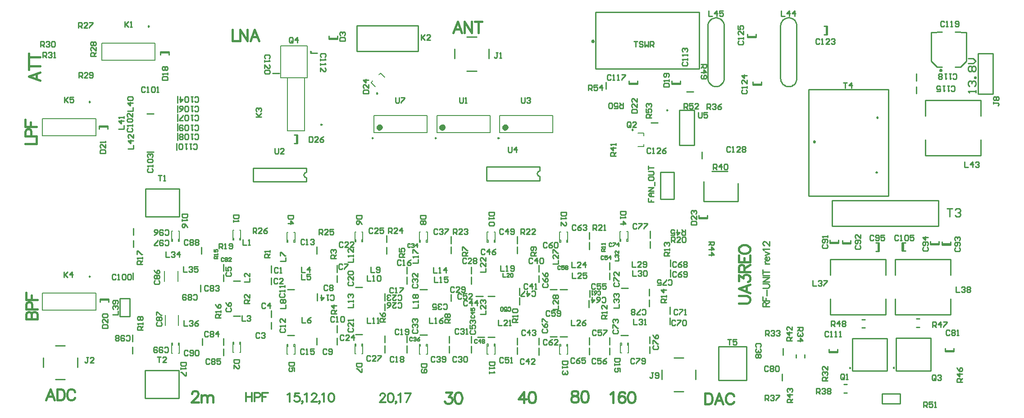
<source format=gto>
G04*
G04 #@! TF.GenerationSoftware,Altium Limited,Altium Designer,19.1.8 (144)*
G04*
G04 Layer_Color=65535*
%FSLAX25Y25*%
%MOIN*%
G70*
G01*
G75*
%ADD10C,0.00984*%
%ADD11C,0.01000*%
%ADD12C,0.02362*%
%ADD13C,0.00787*%
%ADD14C,0.01544*%
%ADD15C,0.00926*%
%ADD16C,0.01235*%
G36*
X623667Y-270660D02*
X623655Y-270513D01*
X623619Y-270371D01*
X623559Y-270237D01*
X623478Y-270116D01*
X623379Y-270011D01*
X623264Y-269927D01*
X623136Y-269865D01*
X623000Y-269826D01*
X622860Y-269813D01*
X622720Y-269826D01*
X622584Y-269865D01*
X622457Y-269927D01*
X622341Y-270011D01*
X622242Y-270116D01*
X622161Y-270237D01*
X622102Y-270371D01*
X622065Y-270513D01*
X622053Y-270660D01*
X622065Y-270807D01*
X622102Y-270950D01*
X622161Y-271083D01*
X622242Y-271204D01*
X622341Y-271309D01*
X622457Y-271393D01*
X622584Y-271456D01*
X622720Y-271494D01*
X622860Y-271507D01*
X623000Y-271494D01*
X623136Y-271456D01*
X623264Y-271393D01*
X623379Y-271309D01*
X623478Y-271204D01*
X623559Y-271083D01*
X623619Y-270950D01*
X623655Y-270807D01*
X623667Y-270660D01*
D01*
D02*
G37*
G36*
X596478Y-101741D02*
X596304Y-101759D01*
X596135Y-101810D01*
X595976Y-101894D01*
X595833Y-102008D01*
X595710Y-102149D01*
X595609Y-102312D01*
X595535Y-102492D01*
X595490Y-102685D01*
X595475Y-102883D01*
X595490Y-103082D01*
X595535Y-103274D01*
X595609Y-103454D01*
X595710Y-103617D01*
X595833Y-103758D01*
X595976Y-103872D01*
X596135Y-103956D01*
X596304Y-104007D01*
X596478Y-104025D01*
X596652Y-104007D01*
X596821Y-103956D01*
X596980Y-103872D01*
X597122Y-103758D01*
X597246Y-103617D01*
X597346Y-103454D01*
X597421Y-103274D01*
X597466Y-103082D01*
X597481Y-102883D01*
X597466Y-102685D01*
X597421Y-102492D01*
X597346Y-102312D01*
X597246Y-102149D01*
X597122Y-102008D01*
X596980Y-101894D01*
X596821Y-101810D01*
X596652Y-101759D01*
X596478Y-101741D01*
D01*
D02*
G37*
G36*
X433885Y-28319D02*
X433865Y-28536D01*
X433809Y-28747D01*
X433717Y-28944D01*
X433592Y-29122D01*
X433438Y-29277D01*
X433259Y-29402D01*
X433062Y-29494D01*
X432852Y-29550D01*
X432635Y-29569D01*
X432418Y-29550D01*
X432207Y-29494D01*
X432010Y-29402D01*
X431831Y-29277D01*
X431677Y-29122D01*
X431552Y-28944D01*
X431460Y-28747D01*
X431404Y-28536D01*
X431385Y-28319D01*
X431404Y-28102D01*
X431460Y-27892D01*
X431552Y-27694D01*
X431677Y-27516D01*
X431831Y-27362D01*
X432010Y-27237D01*
X432207Y-27145D01*
X432418Y-27088D01*
X432635Y-27069D01*
X432852Y-27088D01*
X433062Y-27145D01*
X433259Y-27237D01*
X433438Y-27362D01*
X433592Y-27516D01*
X433717Y-27694D01*
X433809Y-27892D01*
X433865Y-28102D01*
X433885Y-28319D01*
D01*
D02*
G37*
G36*
X488397Y-79486D02*
X488385Y-79352D01*
X488350Y-79222D01*
X488294Y-79101D01*
X488216Y-78991D01*
X488121Y-78896D01*
X488011Y-78819D01*
X487889Y-78762D01*
X487759Y-78727D01*
X487626Y-78715D01*
X487491Y-78727D01*
X487361Y-78762D01*
X487240Y-78819D01*
X487129Y-78896D01*
X487034Y-78991D01*
X486957Y-79101D01*
X486900Y-79222D01*
X486866Y-79352D01*
X486854Y-79486D01*
X486866Y-79619D01*
X486900Y-79749D01*
X486957Y-79871D01*
X487034Y-79981D01*
X487129Y-80076D01*
X487240Y-80153D01*
X487361Y-80209D01*
X487491Y-80244D01*
X487626Y-80256D01*
X487759Y-80244D01*
X487889Y-80209D01*
X488011Y-80153D01*
X488121Y-80076D01*
X488216Y-79981D01*
X488294Y-79871D01*
X488350Y-79749D01*
X488385Y-79619D01*
X488397Y-79486D01*
D01*
D02*
G37*
G36*
X656048Y-270503D02*
X656036Y-270356D01*
X656000Y-270213D01*
X655940Y-270079D01*
X655860Y-269959D01*
X655760Y-269854D01*
X655645Y-269770D01*
X655517Y-269707D01*
X655381Y-269669D01*
X655241Y-269656D01*
X655101Y-269669D01*
X654965Y-269707D01*
X654838Y-269770D01*
X654722Y-269854D01*
X654623Y-269959D01*
X654542Y-270079D01*
X654483Y-270213D01*
X654447Y-270356D01*
X654434Y-270503D01*
X654447Y-270650D01*
X654483Y-270793D01*
X654542Y-270926D01*
X654623Y-271047D01*
X654722Y-271152D01*
X654838Y-271236D01*
X654965Y-271298D01*
X655101Y-271337D01*
X655241Y-271350D01*
X655381Y-271337D01*
X655517Y-271298D01*
X655645Y-271236D01*
X655760Y-271152D01*
X655860Y-271047D01*
X655940Y-270926D01*
X656000Y-270793D01*
X656036Y-270650D01*
X656048Y-270503D01*
D01*
D02*
G37*
G36*
X642542Y-124733D02*
X642381Y-124747D01*
X642225Y-124786D01*
X642079Y-124850D01*
X641946Y-124936D01*
X641832Y-125043D01*
X641739Y-125166D01*
X641671Y-125303D01*
X641629Y-125449D01*
X641615Y-125600D01*
X641629Y-125750D01*
X641671Y-125896D01*
X641739Y-126033D01*
X641832Y-126156D01*
X641946Y-126263D01*
X642079Y-126350D01*
X642225Y-126413D01*
X642381Y-126453D01*
X642542Y-126466D01*
X642703Y-126453D01*
X642859Y-126413D01*
X643006Y-126350D01*
X643138Y-126263D01*
X643252Y-126156D01*
X643345Y-126033D01*
X643413Y-125896D01*
X643455Y-125750D01*
X643469Y-125600D01*
X643455Y-125449D01*
X643413Y-125303D01*
X643345Y-125166D01*
X643252Y-125043D01*
X643138Y-124936D01*
X643006Y-124850D01*
X642859Y-124786D01*
X642703Y-124747D01*
X642542Y-124733D01*
D01*
D02*
G37*
G36*
X643173Y-83907D02*
X643026Y-83922D01*
X642883Y-83967D01*
X642750Y-84041D01*
X642629Y-84142D01*
X642524Y-84265D01*
X642440Y-84409D01*
X642377Y-84567D01*
X642339Y-84736D01*
X642326Y-84911D01*
X642339Y-85085D01*
X642377Y-85254D01*
X642440Y-85413D01*
X642524Y-85556D01*
X642629Y-85680D01*
X642750Y-85780D01*
X642883Y-85854D01*
X643026Y-85899D01*
X643173Y-85915D01*
X643320Y-85899D01*
X643462Y-85854D01*
X643596Y-85780D01*
X643716Y-85680D01*
X643821Y-85556D01*
X643905Y-85413D01*
X643968Y-85254D01*
X644006Y-85085D01*
X644019Y-84911D01*
X644006Y-84736D01*
X643968Y-84567D01*
X643905Y-84409D01*
X643821Y-84265D01*
X643716Y-84142D01*
X643596Y-84041D01*
X643462Y-83967D01*
X643320Y-83922D01*
X643173Y-83907D01*
D01*
D02*
G37*
G36*
X690045Y-48691D02*
X689840Y-48709D01*
X689641Y-48762D01*
X689454Y-48849D01*
X689286Y-48967D01*
X689140Y-49113D01*
X689022Y-49281D01*
X688935Y-49468D01*
X688882Y-49666D01*
X688864Y-49871D01*
X688882Y-50076D01*
X688935Y-50275D01*
X689022Y-50461D01*
X689140Y-50630D01*
X689286Y-50776D01*
X689454Y-50893D01*
X689641Y-50980D01*
X689840Y-51034D01*
X690045Y-51052D01*
X690250Y-51034D01*
X690449Y-50980D01*
X690635Y-50893D01*
X690804Y-50776D01*
X690950Y-50630D01*
X691068Y-50461D01*
X691155Y-50275D01*
X691208Y-50076D01*
X691226Y-49871D01*
X691208Y-49666D01*
X691155Y-49468D01*
X691068Y-49281D01*
X690950Y-49113D01*
X690804Y-48967D01*
X690635Y-48849D01*
X690449Y-48762D01*
X690250Y-48709D01*
X690045Y-48691D01*
D01*
D02*
G37*
D10*
X224299Y-36000D02*
X223561Y-35574D01*
Y-36426D01*
X224299Y-36000D01*
X363059Y-100071D02*
X362321Y-99645D01*
Y-100497D01*
X363059Y-100071D01*
X273195Y-66921D02*
X272457Y-66495D01*
Y-67348D01*
X273195Y-66921D01*
X270032Y-100071D02*
X269294Y-99645D01*
Y-100497D01*
X270032Y-100071D01*
X316508D02*
X315769Y-99645D01*
Y-100497D01*
X316508Y-100071D01*
X462161Y-93921D02*
X461423Y-93495D01*
Y-94348D01*
X462161Y-93921D01*
X60519Y-73214D02*
X59781Y-72788D01*
Y-73640D01*
X60519Y-73214D01*
X60500Y-202655D02*
X59762Y-202228D01*
Y-203081D01*
X60500Y-202655D01*
X232074Y-90055D02*
X231336Y-89628D01*
Y-90481D01*
X232074Y-90055D01*
X104330Y-17128D02*
X103591Y-16702D01*
Y-17554D01*
X104330Y-17128D01*
D11*
X529573Y-16774D02*
X529491Y-15787D01*
X529248Y-14826D01*
X528850Y-13919D01*
X528308Y-13089D01*
X527636Y-12360D01*
X526855Y-11751D01*
X525983Y-11280D01*
X525046Y-10958D01*
X524068Y-10795D01*
X523077D01*
X522100Y-10958D01*
X521163Y-11280D01*
X520291Y-11751D01*
X519509Y-12360D01*
X518838Y-13089D01*
X518296Y-13919D01*
X517898Y-14826D01*
X517655Y-15787D01*
X517573Y-16774D01*
Y-55774D02*
X517655Y-56762D01*
X517898Y-57723D01*
X518296Y-58630D01*
X518838Y-59460D01*
X519509Y-60189D01*
X520291Y-60797D01*
X521163Y-61269D01*
X522100Y-61591D01*
X523077Y-61754D01*
X524068D01*
X525046Y-61591D01*
X525983Y-61269D01*
X526855Y-60797D01*
X527636Y-60189D01*
X528308Y-59460D01*
X528850Y-58630D01*
X529248Y-57723D01*
X529491Y-56762D01*
X529573Y-55774D01*
X393288Y-124441D02*
X392303Y-124705D01*
X391582Y-125426D01*
X391318Y-126411D01*
X391582Y-127395D01*
X392303Y-128116D01*
X393288Y-128380D01*
X583378Y-16800D02*
X583296Y-15812D01*
X583052Y-14852D01*
X582654Y-13944D01*
X582112Y-13115D01*
X581441Y-12386D01*
X580659Y-11777D01*
X579788Y-11305D01*
X578851Y-10984D01*
X577873Y-10820D01*
X576882D01*
X575905Y-10984D01*
X574967Y-11305D01*
X574096Y-11777D01*
X573314Y-12386D01*
X572643Y-13115D01*
X572101Y-13944D01*
X571703Y-14852D01*
X571459Y-15812D01*
X571378Y-16800D01*
Y-55800D02*
X571459Y-56788D01*
X571703Y-57748D01*
X572101Y-58656D01*
X572643Y-59485D01*
X573314Y-60214D01*
X574096Y-60823D01*
X574967Y-61295D01*
X575905Y-61616D01*
X576882Y-61779D01*
X577873D01*
X578851Y-61616D01*
X579788Y-61295D01*
X580659Y-60823D01*
X581441Y-60214D01*
X582112Y-59485D01*
X582654Y-58656D01*
X583052Y-57748D01*
X583296Y-56788D01*
X583378Y-55800D01*
X220474Y-125395D02*
X219489Y-125659D01*
X218768Y-126380D01*
X218504Y-127364D01*
X218768Y-128349D01*
X219489Y-129070D01*
X220474Y-129333D01*
X609630Y-165500D02*
Y-146500D01*
X688370D01*
Y-165500D02*
Y-146500D01*
X609630Y-165500D02*
X688370D01*
X492456Y-262907D02*
X499544D01*
X508593Y-279044D02*
Y-271956D01*
X492456Y-288093D02*
X499544D01*
X483407Y-279044D02*
Y-271956D01*
X34956Y-253907D02*
X42044D01*
X51093Y-270044D02*
Y-262956D01*
X34956Y-279093D02*
X42044D01*
X25907Y-270044D02*
Y-262956D01*
X546206Y-279704D02*
Y-254742D01*
X525656D02*
X546206D01*
X525656Y-279704D02*
Y-254742D01*
Y-279704D02*
X546206D01*
X101111Y-272348D02*
X126074D01*
X101111Y-292898D02*
Y-272348D01*
Y-292898D02*
X126074D01*
Y-272348D01*
X257765Y-35539D02*
X303265D01*
X257765Y-16539D02*
X303265D01*
Y-35539D02*
Y-16539D01*
X257765Y-35539D02*
Y-16539D01*
X82510Y-232368D02*
X89990D01*
X82510Y-218955D02*
X89990D01*
X82510Y-232368D02*
Y-218955D01*
X89990Y-232368D02*
Y-218955D01*
X510993Y-159833D02*
Y-157477D01*
X517286Y-159833D02*
Y-157477D01*
X510993Y-159091D02*
X517286D01*
X510993Y-159836D02*
X517286D01*
X717513Y-67511D02*
Y-37511D01*
X728537D01*
Y-67511D02*
Y-37511D01*
X717513Y-67511D02*
X728537D01*
X659848Y-297047D02*
Y-289567D01*
X646434Y-297047D02*
Y-289567D01*
Y-297047D02*
X659848D01*
X646434Y-289567D02*
X659848D01*
X73393Y-93254D02*
Y-90898D01*
X67100Y-93254D02*
Y-90898D01*
Y-91640D02*
X73393D01*
X67100Y-90895D02*
X73393D01*
X101426Y-158212D02*
Y-137662D01*
X126389D01*
Y-158212D02*
Y-137662D01*
X101426Y-158212D02*
X126389D01*
X492571Y-145297D02*
Y-125295D01*
X482571Y-145297D02*
X492571D01*
X482571D02*
Y-125295D01*
X492571D01*
X514648Y-147026D02*
Y-132459D01*
Y-147026D02*
X539845D01*
Y-133640D01*
X520555Y-124585D02*
X527247D01*
X532365D01*
X693177Y-257683D02*
X699470D01*
X693177Y-258428D02*
X699470D01*
Y-256072D01*
X693177Y-258428D02*
Y-256072D01*
X682760Y-21526D02*
X690831Y-21522D01*
X682760Y-43176D02*
Y-21526D01*
Y-43176D02*
X687092Y-47506D01*
X690831D01*
X700674Y-21522D02*
X708744Y-21526D01*
Y-43176D02*
Y-21526D01*
X704413Y-47506D02*
X708744Y-43176D01*
X700674Y-47506D02*
X704413D01*
X459262Y-59939D02*
Y-57583D01*
X465555Y-59939D02*
Y-57583D01*
X459262Y-59198D02*
X465555D01*
X459262Y-59943D02*
X465555D01*
X517573Y-55756D02*
Y-16793D01*
X529573Y-55756D02*
Y-16793D01*
X624495Y-248672D02*
X650124D01*
Y-272688D02*
Y-248672D01*
X624495Y-272688D02*
X650124D01*
X624495D02*
Y-248672D01*
X618322Y-289146D02*
X620678D01*
X618322Y-282854D02*
X620678D01*
X649260Y-231085D02*
Y-219469D01*
X608317Y-231085D02*
Y-219469D01*
Y-231085D02*
X649260D01*
X608317Y-190140D02*
X649260D01*
Y-201756D02*
Y-190140D01*
X608317Y-201756D02*
Y-190140D01*
X353920Y-121292D02*
X393287D01*
X353920Y-131529D02*
X393287D01*
X353920D02*
Y-121292D01*
X393287Y-124441D02*
Y-121292D01*
Y-131529D02*
Y-128380D01*
X496550Y-105365D02*
Y-79382D01*
X507574Y-105365D02*
Y-79382D01*
X496550Y-105365D02*
X507574D01*
X496550Y-79382D02*
X507574D01*
X434512Y-6625D02*
X511244D01*
Y-48633D02*
Y-6625D01*
X434512Y-48633D02*
X511244D01*
X434512D02*
Y-6625D01*
X651104Y-142922D02*
Y-64182D01*
X592055D02*
X651104D01*
X592055Y-142922D02*
Y-64182D01*
Y-142922D02*
X651104D01*
X159136Y-198807D02*
Y-193693D01*
X278588Y-228057D02*
Y-222943D01*
X631523Y-240828D02*
X633879D01*
X631523Y-234535D02*
X633879D01*
X279787Y-186144D02*
Y-181029D01*
X278588Y-220557D02*
Y-215443D01*
X278537Y-251768D02*
Y-246654D01*
X571378Y-55782D02*
Y-16818D01*
X583378Y-55782D02*
Y-16818D01*
X102443Y-82088D02*
X107557D01*
X719426Y-112917D02*
Y-101300D01*
X678483Y-112917D02*
Y-101300D01*
Y-112917D02*
X719426D01*
X678483Y-71972D02*
X719426D01*
Y-83588D02*
Y-71972D01*
X678483Y-83588D02*
Y-71972D01*
X656294Y-201737D02*
Y-190121D01*
X697237Y-201737D02*
Y-190121D01*
X656294D02*
X697237D01*
X656294Y-231066D02*
X697237D01*
X656294D02*
Y-219450D01*
X697237Y-231066D02*
Y-219450D01*
X656876Y-272531D02*
Y-248515D01*
Y-272531D02*
X682505D01*
Y-248515D01*
X656876D02*
X682505D01*
X546811Y-25418D02*
Y-23062D01*
X553103Y-25418D02*
Y-23062D01*
X546811Y-25418D02*
X553103D01*
X546811Y-24673D02*
X553103D01*
X513358Y-115447D02*
Y-110333D01*
X589147Y-263178D02*
Y-260822D01*
X582854Y-263178D02*
Y-260822D01*
X607353Y-259178D02*
Y-256822D01*
X613647Y-259178D02*
Y-256822D01*
X607353Y-259178D02*
X613647D01*
X607353Y-258433D02*
X613647D01*
X475038Y-174219D02*
Y-169105D01*
X474413Y-259844D02*
Y-254730D01*
X474088Y-225057D02*
Y-219943D01*
X474413Y-252344D02*
Y-247230D01*
X489590Y-230532D02*
Y-225418D01*
X490038Y-195469D02*
Y-190355D01*
X430030Y-253247D02*
Y-248133D01*
X408337Y-212326D02*
X413451D01*
X445030Y-253247D02*
Y-248133D01*
Y-260747D02*
Y-255633D01*
Y-197622D02*
Y-192508D01*
X355450Y-41178D02*
Y-34091D01*
X339313Y-25041D02*
X346400D01*
X330263Y-41178D02*
Y-34091D01*
X339313Y-50228D02*
X346400D01*
X376434Y-260524D02*
Y-255410D01*
X378088Y-223557D02*
Y-218443D01*
X376434Y-253387D02*
Y-248273D01*
X354741Y-247669D02*
X359855D01*
X326306Y-259496D02*
Y-254382D01*
X327537Y-221066D02*
Y-215952D01*
X342556Y-259496D02*
Y-254382D01*
Y-200746D02*
Y-195632D01*
X294787Y-259268D02*
Y-254154D01*
Y-200780D02*
Y-195666D01*
X195443Y-52088D02*
X200557D01*
X223443Y-36912D02*
X228557D01*
X220472Y-132483D02*
Y-129333D01*
Y-125395D02*
Y-122245D01*
X181105Y-132483D02*
Y-122245D01*
Y-132483D02*
X220472D01*
X181105Y-122245D02*
X220472D01*
X228280Y-253388D02*
Y-248274D01*
X228588Y-220557D02*
Y-215443D01*
X166455Y-232125D02*
X171569D01*
X166455Y-205875D02*
X171569D01*
X194398Y-233046D02*
Y-227932D01*
Y-199921D02*
Y-194807D01*
X124588Y-109057D02*
Y-103943D01*
X125088Y-81057D02*
Y-75943D01*
Y-74057D02*
Y-68943D01*
X102433Y-110376D02*
X107547D01*
X92412Y-172057D02*
Y-166943D01*
X67791Y-219353D02*
X74084D01*
X67791Y-220098D02*
X74084D01*
X67791Y-221713D02*
Y-219357D01*
X74084Y-221713D02*
Y-219357D01*
X91912Y-260057D02*
Y-254943D01*
X143511Y-253807D02*
Y-248693D01*
X671912Y-57557D02*
Y-52443D01*
Y-67057D02*
Y-61943D01*
X641885Y-183899D02*
X644241D01*
X641885Y-177606D02*
X644241D01*
Y-183899D02*
Y-177606D01*
X643496Y-183899D02*
Y-177606D01*
X690779Y-179244D02*
Y-176888D01*
X697072Y-179244D02*
Y-176888D01*
X690779Y-179244D02*
X697072D01*
X690779Y-178499D02*
X697072D01*
X672019Y-240334D02*
X674375D01*
X672019Y-234041D02*
X674375D01*
X603517Y-23410D02*
X605873D01*
X603517Y-17117D02*
X605873D01*
Y-23410D02*
Y-17117D01*
X605128Y-23410D02*
Y-17117D01*
X550948Y-60668D02*
Y-58312D01*
X557241Y-60668D02*
Y-58312D01*
X550948Y-60668D02*
X557241D01*
X550948Y-59923D02*
X557241D01*
X607952Y-178132D02*
Y-175776D01*
X614245Y-178132D02*
Y-175776D01*
X607952Y-178132D02*
X614245D01*
X607952Y-177387D02*
X614245D01*
X490761Y-60148D02*
X497054D01*
X490761Y-59403D02*
X497054D01*
Y-60144D02*
Y-57788D01*
X490761Y-60144D02*
Y-57788D01*
X475038Y-181719D02*
Y-176605D01*
X430030Y-182622D02*
Y-177508D01*
X474088Y-217057D02*
Y-211943D01*
X490038Y-202969D02*
Y-197855D01*
X400837Y-212326D02*
X405951D01*
X430136Y-218057D02*
Y-212943D01*
X445030Y-205122D02*
Y-200008D01*
X489502Y-238387D02*
Y-233273D01*
X400837Y-247326D02*
X405951D01*
X408337D02*
X413451D01*
X376434Y-178227D02*
Y-173113D01*
Y-185727D02*
Y-180613D01*
X327556Y-178246D02*
Y-173132D01*
Y-185747D02*
Y-180632D01*
X345991Y-217306D02*
X351105D01*
X378088Y-216557D02*
Y-211443D01*
X354741Y-217306D02*
X359855D01*
X342556Y-208246D02*
Y-203132D01*
X294787Y-208280D02*
Y-203166D01*
X347241Y-247669D02*
X352355D01*
X326306Y-251996D02*
Y-246882D01*
X342556Y-251996D02*
Y-246882D01*
X294787Y-251768D02*
Y-246654D01*
X228280Y-185888D02*
Y-180774D01*
X256844Y-210848D02*
X261958D01*
X194398Y-208671D02*
Y-203557D01*
X256844Y-245848D02*
X261958D01*
X194398Y-241796D02*
Y-236682D01*
X125088Y-94557D02*
Y-89443D01*
Y-101557D02*
Y-96443D01*
Y-87557D02*
Y-82443D01*
X92412Y-181057D02*
Y-175943D01*
X142886Y-186107D02*
Y-180992D01*
X92114Y-205057D02*
Y-199943D01*
X142088Y-214057D02*
Y-208943D01*
X91912Y-251057D02*
Y-245943D01*
X501900Y-65569D02*
X507015D01*
X279787Y-177393D02*
Y-172279D01*
X573088Y-261057D02*
Y-255943D01*
X475412Y-88791D02*
X480526D01*
X430030Y-175122D02*
Y-170008D01*
Y-260747D02*
Y-255633D01*
X429588Y-225557D02*
Y-220443D01*
X392684Y-253387D02*
Y-248273D01*
Y-260887D02*
Y-255773D01*
Y-199477D02*
Y-194363D01*
X278537Y-259268D02*
Y-254154D01*
X243280Y-253388D02*
Y-248274D01*
Y-199638D02*
Y-194524D01*
X213861Y-103961D02*
Y-97668D01*
X213116Y-103961D02*
Y-97668D01*
X211501D02*
X213857D01*
X211501Y-103961D02*
X213857D01*
X159136Y-261307D02*
Y-256193D01*
Y-253807D02*
Y-248693D01*
X112683Y-35982D02*
X118976D01*
X112683Y-36726D02*
X118976D01*
X112683Y-38341D02*
Y-35985D01*
X118976Y-38341D02*
Y-35985D01*
X682316Y-179180D02*
Y-176824D01*
X688609Y-179180D02*
Y-176824D01*
X682316Y-179180D02*
X688609D01*
X682316Y-178435D02*
X688609D01*
X661384Y-177553D02*
X663740D01*
X661384Y-183846D02*
X663740D01*
X661384D02*
Y-177553D01*
X662129Y-183846D02*
Y-177553D01*
X617061Y-178374D02*
Y-176018D01*
X623354Y-178374D02*
Y-176018D01*
X617061Y-178374D02*
X623354D01*
X617061Y-177629D02*
X623354D01*
X572588Y-280057D02*
Y-274943D01*
X442069Y-63711D02*
Y-58597D01*
X453434Y-211423D02*
X458548D01*
X453344Y-246423D02*
X458459D01*
X392684Y-206977D02*
Y-201863D01*
X304613Y-212326D02*
X309727D01*
X304613Y-246076D02*
X309727D01*
X237105Y-26706D02*
X243398D01*
X237105Y-25961D02*
X243398D01*
Y-26702D02*
Y-24346D01*
X237105Y-26702D02*
Y-24346D01*
X243280Y-207138D02*
Y-202024D01*
Y-244274D02*
Y-239160D01*
X206587Y-212467D02*
X211701D01*
X206587Y-246217D02*
X211701D01*
X159136Y-206307D02*
Y-201193D01*
X694500Y-152502D02*
X698499D01*
X696499D01*
Y-158500D01*
X700498Y-153502D02*
X701498Y-152502D01*
X703497D01*
X704497Y-153502D01*
Y-154501D01*
X703497Y-155501D01*
X702497D01*
X703497D01*
X704497Y-156501D01*
Y-157500D01*
X703497Y-158500D01*
X701498D01*
X700498Y-157500D01*
X617879Y-58968D02*
X620538D01*
X619208D01*
Y-62956D01*
X623861D02*
Y-58968D01*
X621867Y-60962D01*
X624526D01*
X262512Y-67000D02*
X266500D01*
Y-65006D01*
X265835Y-64341D01*
X263177D01*
X262512Y-65006D01*
Y-67000D01*
X266500Y-60353D02*
Y-63012D01*
X263841Y-60353D01*
X263177D01*
X262512Y-61018D01*
Y-62347D01*
X263177Y-63012D01*
X266500Y-57030D02*
X262512D01*
X264506Y-59024D01*
Y-56365D01*
X463000Y-28512D02*
X465659D01*
X464329D01*
Y-32500D01*
X469647Y-29177D02*
X468982Y-28512D01*
X467653D01*
X466988Y-29177D01*
Y-29841D01*
X467653Y-30506D01*
X468982D01*
X469647Y-31171D01*
Y-31835D01*
X468982Y-32500D01*
X467653D01*
X466988Y-31835D01*
X470976Y-28512D02*
Y-32500D01*
X472306Y-31171D01*
X473635Y-32500D01*
Y-28512D01*
X474964Y-32500D02*
Y-28512D01*
X476958D01*
X477623Y-29177D01*
Y-30506D01*
X476958Y-31171D01*
X474964D01*
X476294D02*
X477623Y-32500D01*
X510552Y-80884D02*
Y-84207D01*
X511216Y-84872D01*
X512546D01*
X513210Y-84207D01*
Y-80884D01*
X517198D02*
X514540D01*
Y-82878D01*
X515869Y-82213D01*
X516534D01*
X517198Y-82878D01*
Y-84207D01*
X516534Y-84872D01*
X515204D01*
X514540Y-84207D01*
X369902Y-106629D02*
Y-109952D01*
X370567Y-110617D01*
X371896D01*
X372561Y-109952D01*
Y-106629D01*
X375885Y-110617D02*
Y-106629D01*
X373890Y-108623D01*
X376549D01*
X379709Y-69955D02*
Y-73278D01*
X380374Y-73943D01*
X381703D01*
X382368Y-73278D01*
Y-69955D01*
X383697Y-70619D02*
X384362Y-69955D01*
X385691D01*
X386356Y-70619D01*
Y-71284D01*
X385691Y-71949D01*
X385027D01*
X385691D01*
X386356Y-72614D01*
Y-73278D01*
X385691Y-73943D01*
X384362D01*
X383697Y-73278D01*
X500028Y-78237D02*
Y-74248D01*
X502022D01*
X502686Y-74913D01*
Y-76243D01*
X502022Y-76907D01*
X500028D01*
X501357D02*
X502686Y-78237D01*
X506674Y-74248D02*
X504016D01*
Y-76243D01*
X505345Y-75578D01*
X506010D01*
X506674Y-76243D01*
Y-77572D01*
X506010Y-78237D01*
X504680D01*
X504016Y-77572D01*
X510663Y-78237D02*
X508004D01*
X510663Y-75578D01*
Y-74913D01*
X509998Y-74248D01*
X508669D01*
X508004Y-74913D01*
X595248Y-205785D02*
Y-209773D01*
X597907D01*
X599236Y-206450D02*
X599901Y-205785D01*
X601231D01*
X601895Y-206450D01*
Y-207115D01*
X601231Y-207780D01*
X600566D01*
X601231D01*
X601895Y-208444D01*
Y-209109D01*
X601231Y-209773D01*
X599901D01*
X599236Y-209109D01*
X603225Y-205785D02*
X605883D01*
Y-206450D01*
X603225Y-209109D01*
Y-209773D01*
X597924Y-289548D02*
Y-285560D01*
X599918D01*
X600582Y-286224D01*
Y-287554D01*
X599918Y-288218D01*
X597924D01*
X599253D02*
X600582Y-289548D01*
X601912Y-286224D02*
X602576Y-285560D01*
X603906D01*
X604570Y-286224D01*
Y-286889D01*
X603906Y-287554D01*
X603241D01*
X603906D01*
X604570Y-288218D01*
Y-288883D01*
X603906Y-289548D01*
X602576D01*
X601912Y-288883D01*
X605900Y-286224D02*
X606565Y-285560D01*
X607894D01*
X608559Y-286224D01*
Y-286889D01*
X607894Y-287554D01*
X608559Y-288218D01*
Y-288883D01*
X607894Y-289548D01*
X606565D01*
X605900Y-288883D01*
Y-288218D01*
X606565Y-287554D01*
X605900Y-286889D01*
Y-286224D01*
X606565Y-287554D02*
X607894D01*
X618559Y-278469D02*
Y-275811D01*
X617895Y-275146D01*
X616565D01*
X615900Y-275811D01*
Y-278469D01*
X616565Y-279134D01*
X617895D01*
X617230Y-277805D02*
X618559Y-279134D01*
X617895D02*
X618559Y-278469D01*
X619888Y-279134D02*
X621218D01*
X620553D01*
Y-275146D01*
X619888Y-275811D01*
X305500Y-23512D02*
Y-27500D01*
Y-26171D01*
X308159Y-23512D01*
X306165Y-25506D01*
X308159Y-27500D01*
X312147D02*
X309488D01*
X312147Y-24841D01*
Y-24177D01*
X311482Y-23512D01*
X310153D01*
X309488Y-24177D01*
X41460Y-69783D02*
Y-73771D01*
Y-72441D01*
X44119Y-69783D01*
X42125Y-71777D01*
X44119Y-73771D01*
X48107Y-69783D02*
X45448D01*
Y-71777D01*
X46778Y-71112D01*
X47442D01*
X48107Y-71777D01*
Y-73106D01*
X47442Y-73771D01*
X46113D01*
X45448Y-73106D01*
X41346Y-199224D02*
Y-203212D01*
Y-201882D01*
X44005Y-199224D01*
X42011Y-201218D01*
X44005Y-203212D01*
X47329D02*
Y-199224D01*
X45335Y-201218D01*
X47993D01*
X59092Y-262837D02*
X57763D01*
X58428D01*
Y-266160D01*
X57763Y-266825D01*
X57098D01*
X56433Y-266160D01*
X63080Y-266825D02*
X60422D01*
X63080Y-264166D01*
Y-263501D01*
X62416Y-262837D01*
X61086D01*
X60422Y-263501D01*
X159337Y-189204D02*
X158878Y-188745D01*
X157959D01*
X157500Y-189204D01*
Y-191041D01*
X157959Y-191500D01*
X158878D01*
X159337Y-191041D01*
X160255Y-189204D02*
X160714Y-188745D01*
X161633D01*
X162092Y-189204D01*
Y-189663D01*
X161633Y-190122D01*
X162092Y-190582D01*
Y-191041D01*
X161633Y-191500D01*
X160714D01*
X160255Y-191041D01*
Y-190582D01*
X160714Y-190122D01*
X160255Y-189663D01*
Y-189204D01*
X160714Y-190122D02*
X161633D01*
X164847Y-191500D02*
X163010D01*
X164847Y-189663D01*
Y-189204D01*
X164388Y-188745D01*
X163469D01*
X163010Y-189204D01*
X288341Y-225323D02*
X289006Y-225988D01*
X290335D01*
X291000Y-225323D01*
Y-222665D01*
X290335Y-222000D01*
X289006D01*
X288341Y-222665D01*
X284353Y-222000D02*
X287012D01*
X284353Y-224659D01*
Y-225323D01*
X285018Y-225988D01*
X286347D01*
X287012Y-225323D01*
X280365Y-225988D02*
X281694Y-225323D01*
X283024Y-223994D01*
Y-222665D01*
X282359Y-222000D01*
X281030D01*
X280365Y-222665D01*
Y-223329D01*
X281030Y-223994D01*
X283024D01*
X500940Y-168090D02*
Y-172078D01*
X498946D01*
X498281Y-171414D01*
Y-170084D01*
X498946Y-169420D01*
X500940D01*
X499610D02*
X498281Y-168090D01*
X494958D02*
Y-172078D01*
X496952Y-170084D01*
X494293D01*
X490305Y-172078D02*
X492964D01*
Y-170084D01*
X491634Y-170749D01*
X490970D01*
X490305Y-170084D01*
Y-168755D01*
X490970Y-168090D01*
X492299D01*
X492964Y-168755D01*
X608982Y-239666D02*
Y-235678D01*
X610976D01*
X611640Y-236342D01*
Y-237672D01*
X610976Y-238336D01*
X608982D01*
X610311D02*
X611640Y-239666D01*
X614964D02*
Y-235678D01*
X612970Y-237672D01*
X615628D01*
X616958Y-236342D02*
X617622Y-235678D01*
X618952D01*
X619616Y-236342D01*
Y-237007D01*
X618952Y-237672D01*
X619616Y-238336D01*
Y-239001D01*
X618952Y-239666D01*
X617622D01*
X616958Y-239001D01*
Y-238336D01*
X617622Y-237672D01*
X616958Y-237007D01*
Y-236342D01*
X617622Y-237672D02*
X618952D01*
X25500Y-40500D02*
Y-36512D01*
X27494D01*
X28159Y-37177D01*
Y-38506D01*
X27494Y-39171D01*
X25500D01*
X26829D02*
X28159Y-40500D01*
X29488Y-37177D02*
X30153Y-36512D01*
X31482D01*
X32147Y-37177D01*
Y-37841D01*
X31482Y-38506D01*
X30817D01*
X31482D01*
X32147Y-39171D01*
Y-39835D01*
X31482Y-40500D01*
X30153D01*
X29488Y-39835D01*
X33476Y-40500D02*
X34806D01*
X34141D01*
Y-36512D01*
X33476Y-37177D01*
X24000Y-32500D02*
Y-28512D01*
X25994D01*
X26659Y-29177D01*
Y-30506D01*
X25994Y-31171D01*
X24000D01*
X25329D02*
X26659Y-32500D01*
X27988Y-29177D02*
X28653Y-28512D01*
X29982D01*
X30647Y-29177D01*
Y-29841D01*
X29982Y-30506D01*
X29318D01*
X29982D01*
X30647Y-31171D01*
Y-31835D01*
X29982Y-32500D01*
X28653D01*
X27988Y-31835D01*
X31976Y-29177D02*
X32641Y-28512D01*
X33970D01*
X34635Y-29177D01*
Y-31835D01*
X33970Y-32500D01*
X32641D01*
X31976Y-31835D01*
Y-29177D01*
X156025Y-182183D02*
Y-178195D01*
X158019D01*
X158684Y-178860D01*
Y-180189D01*
X158019Y-180854D01*
X156025D01*
X157354D02*
X158684Y-182183D01*
X160013D02*
X161342D01*
X160678D01*
Y-178195D01*
X160013Y-178860D01*
X163336Y-181519D02*
X164001Y-182183D01*
X165330D01*
X165995Y-181519D01*
Y-178860D01*
X165330Y-178195D01*
X164001D01*
X163336Y-178860D01*
Y-179525D01*
X164001Y-180189D01*
X165995D01*
X247659Y-177677D02*
X246994Y-177012D01*
X245665D01*
X245000Y-177677D01*
Y-180335D01*
X245665Y-181000D01*
X246994D01*
X247659Y-180335D01*
X251647Y-181000D02*
X248988D01*
X251647Y-178341D01*
Y-177677D01*
X250982Y-177012D01*
X249653D01*
X248988Y-177677D01*
X255635Y-181000D02*
X252976D01*
X255635Y-178341D01*
Y-177677D01*
X254970Y-177012D01*
X253641D01*
X252976Y-177677D01*
X288341Y-219823D02*
X289006Y-220488D01*
X290335D01*
X291000Y-219823D01*
Y-217165D01*
X290335Y-216500D01*
X289006D01*
X288341Y-217165D01*
X284353Y-216500D02*
X287012D01*
X284353Y-219159D01*
Y-219823D01*
X285018Y-220488D01*
X286347D01*
X287012Y-219823D01*
X283024D02*
X282359Y-220488D01*
X281030D01*
X280365Y-219823D01*
Y-219159D01*
X281030Y-218494D01*
X281694D01*
X281030D01*
X280365Y-217829D01*
Y-217165D01*
X281030Y-216500D01*
X282359D01*
X283024Y-217165D01*
X248159Y-246677D02*
X247494Y-246012D01*
X246165D01*
X245500Y-246677D01*
Y-249335D01*
X246165Y-250000D01*
X247494D01*
X248159Y-249335D01*
X252147Y-250000D02*
X249488D01*
X252147Y-247341D01*
Y-246677D01*
X251482Y-246012D01*
X250153D01*
X249488Y-246677D01*
X255470Y-250000D02*
Y-246012D01*
X253476Y-248006D01*
X256135D01*
X477159Y-274012D02*
X475829D01*
X476494D01*
Y-277335D01*
X475829Y-278000D01*
X475165D01*
X474500Y-277335D01*
X478488D02*
X479153Y-278000D01*
X480482D01*
X481147Y-277335D01*
Y-274677D01*
X480482Y-274012D01*
X479153D01*
X478488Y-274677D01*
Y-275341D01*
X479153Y-276006D01*
X481147D01*
X518107Y-5560D02*
Y-9548D01*
X520766D01*
X524089D02*
Y-5560D01*
X522095Y-7554D01*
X524754D01*
X528742Y-5560D02*
X526083D01*
Y-7554D01*
X527413Y-6889D01*
X528077D01*
X528742Y-7554D01*
Y-8883D01*
X528077Y-9548D01*
X526748D01*
X526083Y-8883D01*
X571816Y-5585D02*
Y-9573D01*
X574475D01*
X577799D02*
Y-5585D01*
X575805Y-7580D01*
X578463D01*
X581787Y-9573D02*
Y-5585D01*
X579793Y-7580D01*
X582451D01*
X461223Y-81393D02*
X465211D01*
Y-79399D01*
X464547Y-78734D01*
X461888D01*
X461223Y-79399D01*
Y-81393D01*
X465211Y-74746D02*
Y-77405D01*
X462553Y-74746D01*
X461888D01*
X461223Y-75411D01*
Y-76740D01*
X461888Y-77405D01*
X465211Y-70758D02*
Y-73417D01*
X462553Y-70758D01*
X461888D01*
X461223Y-71423D01*
Y-72752D01*
X461888Y-73417D01*
X412988Y-155000D02*
X409000D01*
Y-156994D01*
X409665Y-157659D01*
X412323D01*
X412988Y-156994D01*
Y-155000D01*
X409000Y-158988D02*
Y-160318D01*
Y-159653D01*
X412988D01*
X412323Y-158988D01*
X409000Y-164970D02*
Y-162311D01*
X411659Y-164970D01*
X412323D01*
X412988Y-164306D01*
Y-162976D01*
X412323Y-162311D01*
X281252Y-170657D02*
Y-166669D01*
X283246D01*
X283911Y-167334D01*
Y-168663D01*
X283246Y-169328D01*
X281252D01*
X282582D02*
X283911Y-170657D01*
X287899D02*
X285241D01*
X287899Y-167998D01*
Y-167334D01*
X287234Y-166669D01*
X285905D01*
X285241Y-167334D01*
X291223Y-170657D02*
Y-166669D01*
X289229Y-168663D01*
X291887D01*
X183367Y-84293D02*
X187355D01*
X186026D01*
X183367Y-81635D01*
X185361Y-83629D01*
X187355Y-81635D01*
X184032Y-80305D02*
X183367Y-79641D01*
Y-78311D01*
X184032Y-77646D01*
X184697D01*
X185361Y-78311D01*
Y-78976D01*
Y-78311D01*
X186026Y-77646D01*
X186691D01*
X187355Y-78311D01*
Y-79641D01*
X186691Y-80305D01*
X181056Y-170685D02*
Y-166697D01*
X183050D01*
X183715Y-167361D01*
Y-168691D01*
X183050Y-169356D01*
X181056D01*
X182386D02*
X183715Y-170685D01*
X187703D02*
X185044D01*
X187703Y-168026D01*
Y-167361D01*
X187039Y-166697D01*
X185709D01*
X185044Y-167361D01*
X191691Y-166697D02*
X190362Y-167361D01*
X189032Y-168691D01*
Y-170020D01*
X189697Y-170685D01*
X191027D01*
X191691Y-170020D01*
Y-169356D01*
X191027Y-168691D01*
X189032D01*
X261488Y-157500D02*
X257500D01*
Y-159494D01*
X258165Y-160159D01*
X260823D01*
X261488Y-159494D01*
Y-157500D01*
Y-164147D02*
X260823Y-162818D01*
X259494Y-161488D01*
X258165D01*
X257500Y-162153D01*
Y-163482D01*
X258165Y-164147D01*
X258829D01*
X259494Y-163482D01*
Y-161488D01*
X170488Y-157000D02*
X166500D01*
Y-158994D01*
X167165Y-159659D01*
X169823D01*
X170488Y-158994D01*
Y-157000D01*
X166500Y-160988D02*
Y-162318D01*
Y-161653D01*
X170488D01*
X169823Y-160988D01*
X101159Y-62677D02*
X100494Y-62012D01*
X99165D01*
X98500Y-62677D01*
Y-65335D01*
X99165Y-66000D01*
X100494D01*
X101159Y-65335D01*
X102488Y-66000D02*
X103817D01*
X103153D01*
Y-62012D01*
X102488Y-62677D01*
X105812D02*
X106476Y-62012D01*
X107806D01*
X108470Y-62677D01*
Y-65335D01*
X107806Y-66000D01*
X106476D01*
X105812Y-65335D01*
Y-62677D01*
X109800Y-66000D02*
X111129D01*
X110464D01*
Y-62012D01*
X109800Y-62677D01*
X110144Y-262448D02*
X112803D01*
X111474D01*
Y-266436D01*
X116791D02*
X114132D01*
X116791Y-263777D01*
Y-263112D01*
X116126Y-262448D01*
X114797D01*
X114132Y-263112D01*
X692611Y-14120D02*
X691946Y-13455D01*
X690617D01*
X689952Y-14120D01*
Y-16779D01*
X690617Y-17443D01*
X691946D01*
X692611Y-16779D01*
X693940Y-17443D02*
X695269D01*
X694605D01*
Y-13455D01*
X693940Y-14120D01*
X697263Y-17443D02*
X698593D01*
X697928D01*
Y-13455D01*
X697263Y-14120D01*
X700587Y-16779D02*
X701252Y-17443D01*
X702581D01*
X703246Y-16779D01*
Y-14120D01*
X702581Y-13455D01*
X701252D01*
X700587Y-14120D01*
Y-14785D01*
X701252Y-15449D01*
X703246D01*
X707428Y-117588D02*
Y-121576D01*
X710087D01*
X713411D02*
Y-117588D01*
X711416Y-119582D01*
X714075D01*
X715405Y-118253D02*
X716069Y-117588D01*
X717399D01*
X718063Y-118253D01*
Y-118917D01*
X717399Y-119582D01*
X716734D01*
X717399D01*
X718063Y-120247D01*
Y-120911D01*
X717399Y-121576D01*
X716069D01*
X715405Y-120911D01*
X701124Y-210480D02*
Y-214468D01*
X703783D01*
X705112Y-211145D02*
X705777Y-210480D01*
X707106D01*
X707771Y-211145D01*
Y-211809D01*
X707106Y-212474D01*
X706441D01*
X707106D01*
X707771Y-213139D01*
Y-213803D01*
X707106Y-214468D01*
X705777D01*
X705112Y-213803D01*
X709100Y-211145D02*
X709765Y-210480D01*
X711094D01*
X711759Y-211145D01*
Y-211809D01*
X711094Y-212474D01*
X711759Y-213139D01*
Y-213803D01*
X711094Y-214468D01*
X709765D01*
X709100Y-213803D01*
Y-213139D01*
X709765Y-212474D01*
X709100Y-211809D01*
Y-211145D01*
X709765Y-212474D02*
X711094D01*
X686201Y-279033D02*
Y-276374D01*
X685536Y-275710D01*
X684206D01*
X683542Y-276374D01*
Y-279033D01*
X684206Y-279698D01*
X685536D01*
X684871Y-278368D02*
X686201Y-279698D01*
X685536D02*
X686201Y-279033D01*
X687530Y-276374D02*
X688195Y-275710D01*
X689524D01*
X690189Y-276374D01*
Y-277039D01*
X689524Y-277703D01*
X688859D01*
X689524D01*
X690189Y-278368D01*
Y-279033D01*
X689524Y-279698D01*
X688195D01*
X687530Y-279033D01*
X696659Y-243177D02*
X695994Y-242512D01*
X694665D01*
X694000Y-243177D01*
Y-245835D01*
X694665Y-246500D01*
X695994D01*
X696659Y-245835D01*
X697988Y-243177D02*
X698653Y-242512D01*
X699982D01*
X700647Y-243177D01*
Y-243841D01*
X699982Y-244506D01*
X700647Y-245171D01*
Y-245835D01*
X699982Y-246500D01*
X698653D01*
X697988Y-245835D01*
Y-245171D01*
X698653Y-244506D01*
X697988Y-243841D01*
Y-243177D01*
X698653Y-244506D02*
X699982D01*
X701976Y-246500D02*
X703306D01*
X702641D01*
Y-242512D01*
X701976Y-243177D01*
X540452Y-27907D02*
X539787Y-28572D01*
Y-29901D01*
X540452Y-30566D01*
X543110D01*
X543775Y-29901D01*
Y-28572D01*
X543110Y-27907D01*
X543775Y-26578D02*
Y-25248D01*
Y-25913D01*
X539787D01*
X540452Y-26578D01*
X543775Y-20595D02*
Y-23254D01*
X541116Y-20595D01*
X540452D01*
X539787Y-21260D01*
Y-22590D01*
X540452Y-23254D01*
X539787Y-16607D02*
Y-19266D01*
X541781D01*
X541116Y-17937D01*
Y-17272D01*
X541781Y-16607D01*
X543110D01*
X543775Y-17272D01*
Y-18601D01*
X543110Y-19266D01*
X521588Y-123358D02*
Y-119370D01*
X523582D01*
X524247Y-120035D01*
Y-121364D01*
X523582Y-122029D01*
X521588D01*
X522918D02*
X524247Y-123358D01*
X527570D02*
Y-119370D01*
X525576Y-121364D01*
X528235D01*
X529564Y-120035D02*
X530229Y-119370D01*
X531559D01*
X532223Y-120035D01*
Y-122694D01*
X531559Y-123358D01*
X530229D01*
X529564Y-122694D01*
Y-120035D01*
X516834Y-78755D02*
Y-74767D01*
X518828D01*
X519493Y-75432D01*
Y-76761D01*
X518828Y-77426D01*
X516834D01*
X518164D02*
X519493Y-78755D01*
X520822Y-75432D02*
X521487Y-74767D01*
X522816D01*
X523481Y-75432D01*
Y-76097D01*
X522816Y-76761D01*
X522152D01*
X522816D01*
X523481Y-77426D01*
Y-78091D01*
X522816Y-78755D01*
X521487D01*
X520822Y-78091D01*
X527469Y-74767D02*
X526140Y-75432D01*
X524811Y-76761D01*
Y-78091D01*
X525475Y-78755D01*
X526804D01*
X527469Y-78091D01*
Y-77426D01*
X526804Y-76761D01*
X524811D01*
X534160Y-107057D02*
X533496Y-106393D01*
X532166D01*
X531502Y-107057D01*
Y-109716D01*
X532166Y-110381D01*
X533496D01*
X534160Y-109716D01*
X535490Y-110381D02*
X536819D01*
X536154D01*
Y-106393D01*
X535490Y-107057D01*
X541472Y-110381D02*
X538813D01*
X541472Y-107722D01*
Y-107057D01*
X540807Y-106393D01*
X539478D01*
X538813Y-107057D01*
X542801D02*
X543466Y-106393D01*
X544795D01*
X545460Y-107057D01*
Y-107722D01*
X544795Y-108387D01*
X545460Y-109051D01*
Y-109716D01*
X544795Y-110381D01*
X543466D01*
X542801Y-109716D01*
Y-109051D01*
X543466Y-108387D01*
X542801Y-107722D01*
Y-107057D01*
X543466Y-108387D02*
X544795D01*
X532325Y-249469D02*
X534984D01*
X533655D01*
Y-253457D01*
X538972Y-249469D02*
X536313D01*
Y-251463D01*
X537643Y-250799D01*
X538307D01*
X538972Y-251463D01*
Y-252793D01*
X538307Y-253457D01*
X536978D01*
X536313Y-252793D01*
X584000Y-240500D02*
X587988D01*
Y-242494D01*
X587323Y-243159D01*
X585994D01*
X585329Y-242494D01*
Y-240500D01*
Y-241829D02*
X584000Y-243159D01*
X587323Y-244488D02*
X587988Y-245153D01*
Y-246482D01*
X587323Y-247147D01*
X586659D01*
X585994Y-246482D01*
Y-245817D01*
Y-246482D01*
X585329Y-247147D01*
X584665D01*
X584000Y-246482D01*
Y-245153D01*
X584665Y-244488D01*
X584000Y-250470D02*
X587988D01*
X585994Y-248476D01*
Y-251135D01*
X606795Y-244176D02*
X606131Y-243512D01*
X604801D01*
X604137Y-244176D01*
Y-246835D01*
X604801Y-247500D01*
X606131D01*
X606795Y-246835D01*
X608125Y-247500D02*
X609454D01*
X608789D01*
Y-243512D01*
X608125Y-244176D01*
X611448Y-247500D02*
X612778D01*
X612113D01*
Y-243512D01*
X611448Y-244176D01*
X614772Y-247500D02*
X616101D01*
X615436D01*
Y-243512D01*
X614772Y-244176D01*
X460659Y-91335D02*
Y-88677D01*
X459994Y-88012D01*
X458665D01*
X458000Y-88677D01*
Y-91335D01*
X458665Y-92000D01*
X459994D01*
X459329Y-90671D02*
X460659Y-92000D01*
X459994D02*
X460659Y-91335D01*
X464647Y-92000D02*
X461988D01*
X464647Y-89341D01*
Y-88677D01*
X463982Y-88012D01*
X462653D01*
X461988Y-88677D01*
X432451Y-168385D02*
Y-164397D01*
X434445D01*
X435110Y-165062D01*
Y-166391D01*
X434445Y-167056D01*
X432451D01*
X433780D02*
X435110Y-168385D01*
X439098D02*
X436439D01*
X439098Y-165727D01*
Y-165062D01*
X438433Y-164397D01*
X437104D01*
X436439Y-165062D01*
X440427Y-168385D02*
X441756D01*
X441092D01*
Y-164397D01*
X440427Y-165062D01*
X473422Y-144725D02*
Y-147383D01*
X475416D01*
Y-146054D01*
Y-147383D01*
X477410D01*
Y-143395D02*
X474751D01*
X473422Y-142066D01*
X474751Y-140737D01*
X477410D01*
X475416D01*
Y-143395D01*
X477410Y-139407D02*
X473422D01*
X477410Y-136749D01*
X473422D01*
X478075Y-135419D02*
Y-132760D01*
X473422Y-129437D02*
Y-130766D01*
X474087Y-131431D01*
X476745D01*
X477410Y-130766D01*
Y-129437D01*
X476745Y-128772D01*
X474087D01*
X473422Y-129437D01*
Y-127443D02*
X476745D01*
X477410Y-126778D01*
Y-125449D01*
X476745Y-124784D01*
X473422D01*
Y-123455D02*
Y-120796D01*
Y-122125D01*
X477410D01*
X464951Y-164159D02*
X464286Y-163495D01*
X462956D01*
X462292Y-164159D01*
Y-166818D01*
X462956Y-167483D01*
X464286D01*
X464951Y-166818D01*
X466280Y-163495D02*
X468939D01*
Y-164159D01*
X466280Y-166818D01*
Y-167483D01*
X470268Y-163495D02*
X472927D01*
Y-164159D01*
X470268Y-166818D01*
Y-167483D01*
X442868Y-233858D02*
X438880D01*
Y-231864D01*
X439545Y-231199D01*
X440874D01*
X441539Y-231864D01*
Y-233858D01*
Y-232528D02*
X442868Y-231199D01*
Y-229870D02*
Y-228540D01*
Y-229205D01*
X438880D01*
X439545Y-229870D01*
X442868Y-223888D02*
Y-226546D01*
X440210Y-223888D01*
X439545D01*
X438880Y-224552D01*
Y-225882D01*
X439545Y-226546D01*
X461654Y-191586D02*
Y-195574D01*
X464313D01*
X468301D02*
X465642D01*
X468301Y-192915D01*
Y-192251D01*
X467636Y-191586D01*
X466307D01*
X465642Y-192251D01*
X469631Y-194909D02*
X470295Y-195574D01*
X471625D01*
X472289Y-194909D01*
Y-192251D01*
X471625Y-191586D01*
X470295D01*
X469631Y-192251D01*
Y-192915D01*
X470295Y-193580D01*
X472289D01*
X402825Y-226964D02*
X406813D01*
Y-224305D01*
Y-220317D02*
Y-222976D01*
X404155Y-220317D01*
X403490D01*
X402825Y-220982D01*
Y-222311D01*
X403490Y-222976D01*
Y-218988D02*
X402825Y-218323D01*
Y-216993D01*
X403490Y-216329D01*
X404155D01*
X404819Y-216993D01*
X405484Y-216329D01*
X406149D01*
X406813Y-216993D01*
Y-218323D01*
X406149Y-218988D01*
X405484D01*
X404819Y-218323D01*
X404155Y-218988D01*
X403490D01*
X404819Y-218323D02*
Y-216993D01*
X402825Y-193216D02*
X406813D01*
Y-190557D01*
Y-186569D02*
Y-189228D01*
X404155Y-186569D01*
X403490D01*
X402825Y-187234D01*
Y-188563D01*
X403490Y-189228D01*
X402825Y-185240D02*
Y-182581D01*
X403490D01*
X406149Y-185240D01*
X406813D01*
X413988Y-265500D02*
X410000D01*
Y-267494D01*
X410665Y-268159D01*
X413323D01*
X413988Y-267494D01*
Y-265500D01*
X410000Y-269488D02*
Y-270817D01*
Y-270153D01*
X413988D01*
X413323Y-269488D01*
Y-272812D02*
X413988Y-273476D01*
Y-274806D01*
X413323Y-275470D01*
X412659D01*
X411994Y-274806D01*
Y-274141D01*
Y-274806D01*
X411329Y-275470D01*
X410665D01*
X410000Y-274806D01*
Y-273476D01*
X410665Y-272812D01*
X463155Y-263907D02*
X462490Y-263242D01*
X461161D01*
X460496Y-263907D01*
Y-266565D01*
X461161Y-267230D01*
X462490D01*
X463155Y-266565D01*
X464484Y-263242D02*
X467143D01*
Y-263907D01*
X464484Y-266565D01*
Y-267230D01*
X468472Y-266565D02*
X469137Y-267230D01*
X470466D01*
X471131Y-266565D01*
Y-263907D01*
X470466Y-263242D01*
X469137D01*
X468472Y-263907D01*
Y-264571D01*
X469137Y-265236D01*
X471131D01*
X468841Y-230323D02*
X469506Y-230988D01*
X470835D01*
X471500Y-230323D01*
Y-227665D01*
X470835Y-227000D01*
X469506D01*
X468841Y-227665D01*
X467512Y-230988D02*
X464853D01*
Y-230323D01*
X467512Y-227665D01*
Y-227000D01*
X463524Y-230323D02*
X462859Y-230988D01*
X461530D01*
X460865Y-230323D01*
Y-229659D01*
X461530Y-228994D01*
X460865Y-228329D01*
Y-227665D01*
X461530Y-227000D01*
X462859D01*
X463524Y-227665D01*
Y-228329D01*
X462859Y-228994D01*
X463524Y-229659D01*
Y-230323D01*
X462859Y-228994D02*
X461530D01*
X477497Y-253933D02*
X476832Y-254598D01*
Y-255927D01*
X477497Y-256592D01*
X480156D01*
X480820Y-255927D01*
Y-254598D01*
X480156Y-253933D01*
X476832Y-252604D02*
Y-249945D01*
X477497D01*
X480156Y-252604D01*
X480820D01*
X476832Y-245957D02*
X477497Y-247287D01*
X478826Y-248616D01*
X480156D01*
X480820Y-247951D01*
Y-246622D01*
X480156Y-245957D01*
X479491D01*
X478826Y-246622D01*
Y-248616D01*
X495061Y-227601D02*
X494396Y-226936D01*
X493067D01*
X492402Y-227601D01*
Y-230260D01*
X493067Y-230924D01*
X494396D01*
X495061Y-230260D01*
X496390Y-226936D02*
X499049D01*
Y-227601D01*
X496390Y-230260D01*
Y-230924D01*
X500378D02*
X501708D01*
X501043D01*
Y-226936D01*
X500378Y-227601D01*
X494144Y-192291D02*
X493479Y-191626D01*
X492150D01*
X491485Y-192291D01*
Y-194950D01*
X492150Y-195615D01*
X493479D01*
X494144Y-194950D01*
X498132Y-191626D02*
X496803Y-192291D01*
X495473Y-193620D01*
Y-194950D01*
X496138Y-195615D01*
X497468D01*
X498132Y-194950D01*
Y-194285D01*
X497468Y-193620D01*
X495473D01*
X499462Y-192291D02*
X500126Y-191626D01*
X501456D01*
X502120Y-192291D01*
Y-192956D01*
X501456Y-193620D01*
X502120Y-194285D01*
Y-194950D01*
X501456Y-195615D01*
X500126D01*
X499462Y-194950D01*
Y-194285D01*
X500126Y-193620D01*
X499462Y-192956D01*
Y-192291D01*
X500126Y-193620D02*
X501456D01*
X398659Y-250177D02*
X397994Y-249512D01*
X396665D01*
X396000Y-250177D01*
Y-252835D01*
X396665Y-253500D01*
X397994D01*
X398659Y-252835D01*
X402647Y-249512D02*
X401318Y-250177D01*
X399988Y-251506D01*
Y-252835D01*
X400653Y-253500D01*
X401982D01*
X402647Y-252835D01*
Y-252171D01*
X401982Y-251506D01*
X399988D01*
X406635Y-253500D02*
X403976D01*
X406635Y-250841D01*
Y-250177D01*
X405970Y-249512D01*
X404641D01*
X403976Y-250177D01*
X408337Y-195204D02*
X407877Y-194745D01*
X406959D01*
X406500Y-195204D01*
Y-197041D01*
X406959Y-197500D01*
X407877D01*
X408337Y-197041D01*
X411092Y-194745D02*
X409255D01*
Y-196123D01*
X410173Y-195663D01*
X410633D01*
X411092Y-196123D01*
Y-197041D01*
X410633Y-197500D01*
X409714D01*
X409255Y-197041D01*
X412010Y-195204D02*
X412469Y-194745D01*
X413388D01*
X413847Y-195204D01*
Y-195663D01*
X413388Y-196123D01*
X413847Y-196582D01*
Y-197041D01*
X413388Y-197500D01*
X412469D01*
X412010Y-197041D01*
Y-196582D01*
X412469Y-196123D01*
X412010Y-195663D01*
Y-195204D01*
X412469Y-196123D02*
X413388D01*
X434943Y-243187D02*
X434278Y-242522D01*
X432949D01*
X432284Y-243187D01*
Y-245846D01*
X432949Y-246511D01*
X434278D01*
X434943Y-245846D01*
X438931Y-242522D02*
X436272D01*
Y-244516D01*
X437602Y-243852D01*
X438266D01*
X438931Y-244516D01*
Y-245846D01*
X438266Y-246511D01*
X436937D01*
X436272Y-245846D01*
X440261Y-242522D02*
X442919D01*
Y-243187D01*
X440261Y-245846D01*
Y-246511D01*
X434545Y-263900D02*
X433880Y-263235D01*
X432551D01*
X431886Y-263900D01*
Y-266559D01*
X432551Y-267224D01*
X433880D01*
X434545Y-266559D01*
X438533Y-263235D02*
X435874D01*
Y-265230D01*
X437204Y-264565D01*
X437868D01*
X438533Y-265230D01*
Y-266559D01*
X437868Y-267224D01*
X436539D01*
X435874Y-266559D01*
X442521Y-263235D02*
X441192Y-263900D01*
X439862Y-265230D01*
Y-266559D01*
X440527Y-267224D01*
X441856D01*
X442521Y-266559D01*
Y-265894D01*
X441856Y-265230D01*
X439862D01*
X440337Y-187704D02*
X439878Y-187245D01*
X438959D01*
X438500Y-187704D01*
Y-189541D01*
X438959Y-190000D01*
X439878D01*
X440337Y-189541D01*
X443092Y-187245D02*
X441255D01*
Y-188622D01*
X442173Y-188163D01*
X442632D01*
X443092Y-188622D01*
Y-189541D01*
X442632Y-190000D01*
X441714D01*
X441255Y-189541D01*
X445388Y-190000D02*
Y-187245D01*
X444010Y-188622D01*
X445847D01*
X362248Y-36826D02*
X360918D01*
X361583D01*
Y-40150D01*
X360918Y-40815D01*
X360254D01*
X359589Y-40150D01*
X363577Y-40815D02*
X364907D01*
X364242D01*
Y-36826D01*
X363577Y-37491D01*
X286682Y-69955D02*
Y-73278D01*
X287347Y-73943D01*
X288676D01*
X289341Y-73278D01*
Y-69955D01*
X290670D02*
X293329D01*
Y-70619D01*
X290670Y-73278D01*
Y-73943D01*
X334018Y-69955D02*
Y-73278D01*
X334682Y-73943D01*
X336012D01*
X336677Y-73278D01*
Y-69955D01*
X338006Y-73943D02*
X339335D01*
X338670D01*
Y-69955D01*
X338006Y-70619D01*
X376869Y-236613D02*
X372881D01*
Y-234619D01*
X373545Y-233955D01*
X374875D01*
X375539Y-234619D01*
Y-236613D01*
Y-235284D02*
X376869Y-233955D01*
Y-232625D02*
Y-231296D01*
Y-231961D01*
X372881D01*
X373545Y-232625D01*
Y-229302D02*
X372881Y-228637D01*
Y-227308D01*
X373545Y-226643D01*
X376204D01*
X376869Y-227308D01*
Y-228637D01*
X376204Y-229302D01*
X373545D01*
X293340Y-188202D02*
X289352D01*
Y-186208D01*
X290017Y-185544D01*
X291346D01*
X292011Y-186208D01*
Y-188202D01*
Y-186873D02*
X293340Y-185544D01*
X289352Y-181555D02*
Y-184214D01*
X291346D01*
X290682Y-182885D01*
Y-182220D01*
X291346Y-181555D01*
X292676D01*
X293340Y-182220D01*
Y-183550D01*
X292676Y-184214D01*
X364145Y-194548D02*
Y-198536D01*
X366804D01*
X368133D02*
X369462D01*
X368798D01*
Y-194548D01*
X368133Y-195213D01*
X371456Y-197871D02*
X372121Y-198536D01*
X373450D01*
X374115Y-197871D01*
Y-195213D01*
X373450Y-194548D01*
X372121D01*
X371456Y-195213D01*
Y-195877D01*
X372121Y-196542D01*
X374115D01*
X314691Y-196034D02*
Y-200022D01*
X317350D01*
X318679D02*
X320008D01*
X319344D01*
Y-196034D01*
X318679Y-196698D01*
X323996Y-200022D02*
Y-196034D01*
X322003Y-198028D01*
X324661D01*
X366106Y-263402D02*
X365441Y-262737D01*
X364112D01*
X363447Y-263402D01*
Y-266060D01*
X364112Y-266725D01*
X365441D01*
X366106Y-266060D01*
X370094Y-262737D02*
X367435D01*
Y-264731D01*
X368765Y-264066D01*
X369429D01*
X370094Y-264731D01*
Y-266060D01*
X369429Y-266725D01*
X368100D01*
X367435Y-266060D01*
X371424Y-266725D02*
X372753D01*
X372088D01*
Y-262737D01*
X371424Y-263402D01*
X369663Y-227796D02*
X370123Y-228255D01*
X371041D01*
X371500Y-227796D01*
Y-225959D01*
X371041Y-225500D01*
X370123D01*
X369663Y-225959D01*
X366908Y-228255D02*
X368745D01*
Y-226877D01*
X367827Y-227337D01*
X367368D01*
X366908Y-226877D01*
Y-225959D01*
X367368Y-225500D01*
X368286D01*
X368745Y-225959D01*
X365990Y-227796D02*
X365531Y-228255D01*
X364612D01*
X364153Y-227796D01*
Y-225959D01*
X364612Y-225500D01*
X365531D01*
X365990Y-225959D01*
Y-227796D01*
X346837Y-249704D02*
X346377Y-249245D01*
X345459D01*
X345000Y-249704D01*
Y-251541D01*
X345459Y-252000D01*
X346377D01*
X346837Y-251541D01*
X349132Y-252000D02*
Y-249245D01*
X347755Y-250623D01*
X349592D01*
X350510Y-249704D02*
X350969Y-249245D01*
X351888D01*
X352347Y-249704D01*
Y-250163D01*
X351888Y-250623D01*
X352347Y-251082D01*
Y-251541D01*
X351888Y-252000D01*
X350969D01*
X350510Y-251541D01*
Y-251082D01*
X350969Y-250623D01*
X350510Y-250163D01*
Y-249704D01*
X350969Y-250623D02*
X351888D01*
X342704Y-231663D02*
X342245Y-232122D01*
Y-233041D01*
X342704Y-233500D01*
X344541D01*
X345000Y-233041D01*
Y-232122D01*
X344541Y-231663D01*
X345000Y-229367D02*
X342245D01*
X343622Y-230745D01*
Y-228908D01*
X342245Y-226153D02*
Y-227990D01*
X343622D01*
X343163Y-227072D01*
Y-226612D01*
X343622Y-226153D01*
X344541D01*
X345000Y-226612D01*
Y-227531D01*
X344541Y-227990D01*
X315663Y-262750D02*
X314998Y-262085D01*
X313669D01*
X313004Y-262750D01*
Y-265408D01*
X313669Y-266073D01*
X314998D01*
X315663Y-265408D01*
X316992Y-262750D02*
X317657Y-262085D01*
X318987D01*
X319651Y-262750D01*
Y-263414D01*
X318987Y-264079D01*
X318322D01*
X318987D01*
X319651Y-264744D01*
Y-265408D01*
X318987Y-266073D01*
X317657D01*
X316992Y-265408D01*
X320981D02*
X321645Y-266073D01*
X322975D01*
X323639Y-265408D01*
Y-262750D01*
X322975Y-262085D01*
X321645D01*
X320981Y-262750D01*
Y-263414D01*
X321645Y-264079D01*
X323639D01*
X321841Y-226323D02*
X322506Y-226988D01*
X323835D01*
X324500Y-226323D01*
Y-223665D01*
X323835Y-223000D01*
X322506D01*
X321841Y-223665D01*
X320512Y-226323D02*
X319847Y-226988D01*
X318518D01*
X317853Y-226323D01*
Y-225659D01*
X318518Y-224994D01*
X319182D01*
X318518D01*
X317853Y-224329D01*
Y-223665D01*
X318518Y-223000D01*
X319847D01*
X320512Y-223665D01*
X313865Y-226988D02*
X316524D01*
Y-224994D01*
X315194Y-225659D01*
X314530D01*
X313865Y-224994D01*
Y-223665D01*
X314530Y-223000D01*
X315859D01*
X316524Y-223665D01*
X331568Y-262600D02*
X330903Y-261935D01*
X329574D01*
X328909Y-262600D01*
Y-265259D01*
X329574Y-265923D01*
X330903D01*
X331568Y-265259D01*
X332897Y-262600D02*
X333562Y-261935D01*
X334891D01*
X335556Y-262600D01*
Y-263264D01*
X334891Y-263929D01*
X334226D01*
X334891D01*
X335556Y-264594D01*
Y-265259D01*
X334891Y-265923D01*
X333562D01*
X332897Y-265259D01*
X336885Y-262600D02*
X337550Y-261935D01*
X338879D01*
X339544Y-262600D01*
Y-265259D01*
X338879Y-265923D01*
X337550D01*
X336885Y-265259D01*
Y-262600D01*
X338727Y-189636D02*
X338062Y-188971D01*
X336733D01*
X336068Y-189636D01*
Y-192294D01*
X336733Y-192959D01*
X338062D01*
X338727Y-192294D01*
X342715Y-192959D02*
X340056D01*
X342715Y-190300D01*
Y-189636D01*
X342050Y-188971D01*
X340721D01*
X340056Y-189636D01*
X344044D02*
X344709Y-188971D01*
X346038D01*
X346703Y-189636D01*
Y-190300D01*
X346038Y-190965D01*
X346703Y-191630D01*
Y-192294D01*
X346038Y-192959D01*
X344709D01*
X344044Y-192294D01*
Y-191630D01*
X344709Y-190965D01*
X344044Y-190300D01*
Y-189636D01*
X344709Y-190965D02*
X346038D01*
X285312Y-262822D02*
X284647Y-262158D01*
X283318D01*
X282653Y-262822D01*
Y-265481D01*
X283318Y-266146D01*
X284647D01*
X285312Y-265481D01*
X286641Y-266146D02*
X287971D01*
X287306D01*
Y-262158D01*
X286641Y-262822D01*
X289965D02*
X290629Y-262158D01*
X291959D01*
X292623Y-262822D01*
Y-263487D01*
X291959Y-264152D01*
X292623Y-264816D01*
Y-265481D01*
X291959Y-266146D01*
X290629D01*
X289965Y-265481D01*
Y-264816D01*
X290629Y-264152D01*
X289965Y-263487D01*
Y-262822D01*
X290629Y-264152D02*
X291959D01*
X290612Y-191071D02*
X289947Y-190406D01*
X288618D01*
X287953Y-191071D01*
Y-193730D01*
X288618Y-194394D01*
X289947D01*
X290612Y-193730D01*
X291941Y-194394D02*
X293271D01*
X292606D01*
Y-190406D01*
X291941Y-191071D01*
X297923Y-190406D02*
X296594Y-191071D01*
X295265Y-192400D01*
Y-193730D01*
X295929Y-194394D01*
X297259D01*
X297923Y-193730D01*
Y-193065D01*
X297259Y-192400D01*
X295265D01*
X192823Y-41159D02*
X193488Y-40494D01*
Y-39165D01*
X192823Y-38500D01*
X190165D01*
X189500Y-39165D01*
Y-40494D01*
X190165Y-41159D01*
X189500Y-42488D02*
Y-43817D01*
Y-43153D01*
X193488D01*
X192823Y-42488D01*
X189500Y-48470D02*
Y-45812D01*
X192159Y-48470D01*
X192823D01*
X193488Y-47806D01*
Y-46476D01*
X192823Y-45812D01*
Y-49800D02*
X193488Y-50464D01*
Y-51794D01*
X192823Y-52458D01*
X190165D01*
X189500Y-51794D01*
Y-50464D01*
X190165Y-49800D01*
X192823D01*
X234323Y-40159D02*
X234988Y-39494D01*
Y-38165D01*
X234323Y-37500D01*
X231665D01*
X231000Y-38165D01*
Y-39494D01*
X231665Y-40159D01*
X231000Y-41488D02*
Y-42818D01*
Y-42153D01*
X234988D01*
X234323Y-41488D01*
X231000Y-44811D02*
Y-46141D01*
Y-45476D01*
X234988D01*
X234323Y-44811D01*
X231000Y-50794D02*
Y-48135D01*
X233659Y-50794D01*
X234323D01*
X234988Y-50129D01*
Y-48800D01*
X234323Y-48135D01*
X197183Y-107583D02*
Y-110906D01*
X197848Y-111571D01*
X199177D01*
X199842Y-110906D01*
Y-107583D01*
X203830Y-111571D02*
X201171D01*
X203830Y-108912D01*
Y-108247D01*
X203165Y-107583D01*
X201836D01*
X201171Y-108247D01*
X251332Y-225818D02*
X255320D01*
Y-223160D01*
Y-221830D02*
Y-220501D01*
Y-221166D01*
X251332D01*
X251997Y-221830D01*
Y-218507D02*
X251332Y-217842D01*
Y-216513D01*
X251997Y-215848D01*
X252661D01*
X253326Y-216513D01*
Y-217178D01*
Y-216513D01*
X253991Y-215848D01*
X254655D01*
X255320Y-216513D01*
Y-217842D01*
X254655Y-218507D01*
X251332Y-192069D02*
X255320D01*
Y-189410D01*
Y-188080D02*
Y-186751D01*
Y-187416D01*
X251332D01*
X251997Y-188080D01*
X255320Y-182098D02*
Y-184757D01*
X252661Y-182098D01*
X251997D01*
X251332Y-182763D01*
Y-184092D01*
X251997Y-184757D01*
X216989Y-195574D02*
Y-199563D01*
X219647D01*
X222971D02*
Y-195574D01*
X220977Y-197569D01*
X223635D01*
X261488Y-267000D02*
X257500D01*
Y-268994D01*
X258165Y-269659D01*
X260823D01*
X261488Y-268994D01*
Y-267000D01*
Y-270988D02*
Y-273647D01*
X260823D01*
X258165Y-270988D01*
X257500D01*
X170988Y-264500D02*
X167000D01*
Y-266494D01*
X167665Y-267159D01*
X170323D01*
X170988Y-266494D01*
Y-264500D01*
X167000Y-271147D02*
Y-268488D01*
X169659Y-271147D01*
X170323D01*
X170988Y-270482D01*
Y-269153D01*
X170323Y-268488D01*
X218952Y-257142D02*
X218288Y-256477D01*
X216958D01*
X216294Y-257142D01*
Y-259801D01*
X216958Y-260465D01*
X218288D01*
X218952Y-259801D01*
X220282Y-260465D02*
X221611D01*
X220947D01*
Y-256477D01*
X220282Y-257142D01*
X226264Y-256477D02*
X223605D01*
Y-258471D01*
X224935Y-257806D01*
X225599D01*
X226264Y-258471D01*
Y-259801D01*
X225599Y-260465D01*
X224270D01*
X223605Y-259801D01*
X238341Y-219823D02*
X239006Y-220488D01*
X240335D01*
X241000Y-219823D01*
Y-217165D01*
X240335Y-216500D01*
X239006D01*
X238341Y-217165D01*
X237012Y-216500D02*
X235683D01*
X236347D01*
Y-220488D01*
X237012Y-219823D01*
X231694Y-216500D02*
Y-220488D01*
X233688Y-218494D01*
X231030D01*
X161510Y-225982D02*
X160845Y-226647D01*
Y-227976D01*
X161510Y-228641D01*
X164168D01*
X164833Y-227976D01*
Y-226647D01*
X164168Y-225982D01*
X160845Y-221994D02*
X161510Y-223323D01*
X162839Y-224653D01*
X164168D01*
X164833Y-223988D01*
Y-222659D01*
X164168Y-221994D01*
X163504D01*
X162839Y-222659D01*
Y-224653D01*
X161510Y-199829D02*
X160845Y-200494D01*
Y-201823D01*
X161510Y-202488D01*
X164168D01*
X164833Y-201823D01*
Y-200494D01*
X164168Y-199829D01*
X160845Y-195841D02*
Y-198500D01*
X162839D01*
X162174Y-197171D01*
Y-196506D01*
X162839Y-195841D01*
X164168D01*
X164833Y-196506D01*
Y-197835D01*
X164168Y-198500D01*
X190159Y-223177D02*
X189494Y-222512D01*
X188165D01*
X187500Y-223177D01*
Y-225835D01*
X188165Y-226500D01*
X189494D01*
X190159Y-225835D01*
X193482Y-226500D02*
Y-222512D01*
X191488Y-224506D01*
X194147D01*
X199461Y-196742D02*
X198796Y-196077D01*
X197467D01*
X196802Y-196742D01*
Y-199401D01*
X197467Y-200065D01*
X198796D01*
X199461Y-199401D01*
X200790Y-200065D02*
X202119D01*
X201455D01*
Y-196077D01*
X200790Y-196742D01*
X86131Y-13697D02*
Y-17685D01*
Y-16356D01*
X88790Y-13697D01*
X86796Y-15691D01*
X88790Y-17685D01*
X90119D02*
X91449D01*
X90784D01*
Y-13697D01*
X90119Y-14362D01*
X111004Y-127762D02*
X113663D01*
X112334D01*
Y-131750D01*
X114992D02*
X116322D01*
X115657D01*
Y-127762D01*
X114992Y-128427D01*
X68012Y-111500D02*
X72000D01*
Y-109506D01*
X71335Y-108841D01*
X68677D01*
X68012Y-109506D01*
Y-111500D01*
X72000Y-104853D02*
Y-107512D01*
X69341Y-104853D01*
X68677D01*
X68012Y-105518D01*
Y-106847D01*
X68677Y-107512D01*
X72000Y-103524D02*
Y-102194D01*
Y-102859D01*
X68012D01*
X68677Y-103524D01*
X136841Y-107823D02*
X137506Y-108488D01*
X138835D01*
X139500Y-107823D01*
Y-105165D01*
X138835Y-104500D01*
X137506D01*
X136841Y-105165D01*
X135512Y-104500D02*
X134183D01*
X134847D01*
Y-108488D01*
X135512Y-107823D01*
X132188Y-104500D02*
X130859D01*
X131524D01*
Y-108488D01*
X132188Y-107823D01*
X128865D02*
X128200Y-108488D01*
X126871D01*
X126206Y-107823D01*
Y-105165D01*
X126871Y-104500D01*
X128200D01*
X128865Y-105165D01*
Y-107823D01*
X137841Y-79823D02*
X138506Y-80488D01*
X139835D01*
X140500Y-79823D01*
Y-77165D01*
X139835Y-76500D01*
X138506D01*
X137841Y-77165D01*
X136512Y-76500D02*
X135182D01*
X135847D01*
Y-80488D01*
X136512Y-79823D01*
X133188D02*
X132524Y-80488D01*
X131194D01*
X130530Y-79823D01*
Y-77165D01*
X131194Y-76500D01*
X132524D01*
X133188Y-77165D01*
Y-79823D01*
X126542Y-80488D02*
X127871Y-79823D01*
X129200Y-78494D01*
Y-77165D01*
X128536Y-76500D01*
X127206D01*
X126542Y-77165D01*
Y-77829D01*
X127206Y-78494D01*
X129200D01*
X137841Y-72823D02*
X138506Y-73488D01*
X139835D01*
X140500Y-72823D01*
Y-70165D01*
X139835Y-69500D01*
X138506D01*
X137841Y-70165D01*
X136512Y-69500D02*
X135182D01*
X135847D01*
Y-73488D01*
X136512Y-72823D01*
X133188D02*
X132524Y-73488D01*
X131194D01*
X130530Y-72823D01*
Y-70165D01*
X131194Y-69500D01*
X132524D01*
X133188Y-70165D01*
Y-72823D01*
X127206Y-69500D02*
Y-73488D01*
X129200Y-71494D01*
X126542D01*
X103677Y-122841D02*
X103012Y-123506D01*
Y-124835D01*
X103677Y-125500D01*
X106335D01*
X107000Y-124835D01*
Y-123506D01*
X106335Y-122841D01*
X107000Y-121512D02*
Y-120183D01*
Y-120847D01*
X103012D01*
X103677Y-121512D01*
Y-118189D02*
X103012Y-117524D01*
Y-116194D01*
X103677Y-115530D01*
X106335D01*
X107000Y-116194D01*
Y-117524D01*
X106335Y-118189D01*
X103677D01*
Y-114200D02*
X103012Y-113536D01*
Y-112206D01*
X103677Y-111542D01*
X104341D01*
X105006Y-112206D01*
Y-112871D01*
Y-112206D01*
X105671Y-111542D01*
X106335D01*
X107000Y-112206D01*
Y-113536D01*
X106335Y-114200D01*
X115841Y-171323D02*
X116506Y-171988D01*
X117835D01*
X118500Y-171323D01*
Y-168665D01*
X117835Y-168000D01*
X116506D01*
X115841Y-168665D01*
X114512D02*
X113847Y-168000D01*
X112518D01*
X111853Y-168665D01*
Y-171323D01*
X112518Y-171988D01*
X113847D01*
X114512Y-171323D01*
Y-170659D01*
X113847Y-169994D01*
X111853D01*
X107865Y-171988D02*
X109194Y-171323D01*
X110524Y-169994D01*
Y-168665D01*
X109859Y-168000D01*
X108530D01*
X107865Y-168665D01*
Y-169329D01*
X108530Y-169994D01*
X110524D01*
X99298Y-193601D02*
X95310D01*
Y-191607D01*
X95974Y-190942D01*
X97304D01*
X97969Y-191607D01*
Y-193601D01*
Y-192272D02*
X99298Y-190942D01*
Y-189613D02*
Y-188284D01*
Y-188948D01*
X95310D01*
X95974Y-189613D01*
X95310Y-186290D02*
Y-183631D01*
X95974D01*
X98633Y-186290D01*
X99298D01*
X129500Y-195512D02*
Y-199500D01*
X132159D01*
X133488Y-196177D02*
X134153Y-195512D01*
X135482D01*
X136147Y-196177D01*
Y-196841D01*
X135482Y-197506D01*
X134818D01*
X135482D01*
X136147Y-198171D01*
Y-198835D01*
X135482Y-199500D01*
X134153D01*
X133488Y-198835D01*
X140135Y-195512D02*
X137476D01*
Y-197506D01*
X138806Y-196841D01*
X139470D01*
X140135Y-197506D01*
Y-198835D01*
X139470Y-199500D01*
X138141D01*
X137476Y-198835D01*
X116500Y-184512D02*
Y-188500D01*
X119159D01*
X120488Y-185177D02*
X121153Y-184512D01*
X122482D01*
X123147Y-185177D01*
Y-185841D01*
X122482Y-186506D01*
X121818D01*
X122482D01*
X123147Y-187171D01*
Y-187835D01*
X122482Y-188500D01*
X121153D01*
X120488Y-187835D01*
X126470Y-188500D02*
Y-184512D01*
X124476Y-186506D01*
X127135D01*
X69679Y-241098D02*
X73668D01*
Y-239104D01*
X73003Y-238439D01*
X70344D01*
X69679Y-239104D01*
Y-241098D01*
X73668Y-234451D02*
Y-237109D01*
X71009Y-234451D01*
X70344D01*
X69679Y-235116D01*
Y-236445D01*
X70344Y-237109D01*
Y-233121D02*
X69679Y-232457D01*
Y-231127D01*
X70344Y-230463D01*
X73003D01*
X73668Y-231127D01*
Y-232457D01*
X73003Y-233121D01*
X70344D01*
X115518Y-258396D02*
X116183Y-259061D01*
X117512D01*
X118177Y-258396D01*
Y-255737D01*
X117512Y-255072D01*
X116183D01*
X115518Y-255737D01*
X114189D02*
X113524Y-255072D01*
X112195D01*
X111530Y-255737D01*
Y-258396D01*
X112195Y-259061D01*
X113524D01*
X114189Y-258396D01*
Y-257731D01*
X113524Y-257067D01*
X111530D01*
X110201Y-255737D02*
X109536Y-255072D01*
X108206D01*
X107542Y-255737D01*
Y-258396D01*
X108206Y-259061D01*
X109536D01*
X110201Y-258396D01*
Y-257731D01*
X109536Y-257067D01*
X107542D01*
X132856Y-258048D02*
X132191Y-257383D01*
X130862D01*
X130197Y-258048D01*
Y-260706D01*
X130862Y-261371D01*
X132191D01*
X132856Y-260706D01*
X134185D02*
X134850Y-261371D01*
X136179D01*
X136844Y-260706D01*
Y-258048D01*
X136179Y-257383D01*
X134850D01*
X134185Y-258048D01*
Y-258712D01*
X134850Y-259377D01*
X136844D01*
X138173Y-258048D02*
X138838Y-257383D01*
X140167D01*
X140832Y-258048D01*
Y-260706D01*
X140167Y-261371D01*
X138838D01*
X138173Y-260706D01*
Y-258048D01*
X698792Y-55834D02*
X699457Y-56498D01*
X700786D01*
X701451Y-55834D01*
Y-53175D01*
X700786Y-52510D01*
X699457D01*
X698792Y-53175D01*
X697463Y-52510D02*
X696133D01*
X696798D01*
Y-56498D01*
X697463Y-55834D01*
X694139Y-52510D02*
X692810D01*
X693475D01*
Y-56498D01*
X694139Y-55834D01*
X690816D02*
X690151Y-56498D01*
X688822D01*
X688157Y-55834D01*
Y-55169D01*
X688822Y-54504D01*
X688157Y-53840D01*
Y-53175D01*
X688822Y-52510D01*
X690151D01*
X690816Y-53175D01*
Y-53840D01*
X690151Y-54504D01*
X690816Y-55169D01*
Y-55834D01*
X690151Y-54504D02*
X688822D01*
X697414Y-64644D02*
X698079Y-65309D01*
X699408D01*
X700073Y-64644D01*
Y-61985D01*
X699408Y-61321D01*
X698079D01*
X697414Y-61985D01*
X696085Y-61321D02*
X694756D01*
X695420D01*
Y-65309D01*
X696085Y-64644D01*
X692762Y-61321D02*
X691432D01*
X692097D01*
Y-65309D01*
X692762Y-64644D01*
X686779Y-65309D02*
X689438D01*
Y-63315D01*
X688109Y-63979D01*
X687444D01*
X686779Y-63315D01*
Y-61985D01*
X687444Y-61321D01*
X688774D01*
X689438Y-61985D01*
X640158Y-172660D02*
X639494Y-171995D01*
X638164D01*
X637500Y-172660D01*
Y-175318D01*
X638164Y-175983D01*
X639494D01*
X640158Y-175318D01*
X641488D02*
X642152Y-175983D01*
X643482D01*
X644146Y-175318D01*
Y-172660D01*
X643482Y-171995D01*
X642152D01*
X641488Y-172660D01*
Y-173324D01*
X642152Y-173989D01*
X644146D01*
X648135Y-171995D02*
X645476D01*
Y-173989D01*
X646805Y-173324D01*
X647470D01*
X648135Y-173989D01*
Y-175318D01*
X647470Y-175983D01*
X646140D01*
X645476Y-175318D01*
X700891Y-181230D02*
X700226Y-181895D01*
Y-183224D01*
X700891Y-183889D01*
X703549D01*
X704214Y-183224D01*
Y-181895D01*
X703549Y-181230D01*
Y-179901D02*
X704214Y-179236D01*
Y-177906D01*
X703549Y-177242D01*
X700891D01*
X700226Y-177906D01*
Y-179236D01*
X700891Y-179901D01*
X701555D01*
X702220Y-179236D01*
Y-177242D01*
X700891Y-175912D02*
X700226Y-175248D01*
Y-173918D01*
X700891Y-173254D01*
X701555D01*
X702220Y-173918D01*
Y-174583D01*
Y-173918D01*
X702885Y-173254D01*
X703549D01*
X704214Y-173918D01*
Y-175248D01*
X703549Y-175912D01*
X684032Y-240429D02*
Y-236440D01*
X686026D01*
X686691Y-237105D01*
Y-238435D01*
X686026Y-239099D01*
X684032D01*
X685361D02*
X686691Y-240429D01*
X690014D02*
Y-236440D01*
X688020Y-238435D01*
X690679D01*
X692008Y-236440D02*
X694667D01*
Y-237105D01*
X692008Y-239764D01*
Y-240429D01*
X706000Y-281000D02*
X702012D01*
Y-279006D01*
X702677Y-278341D01*
X704006D01*
X704671Y-279006D01*
Y-281000D01*
Y-279671D02*
X706000Y-278341D01*
Y-275018D02*
X702012D01*
X704006Y-277012D01*
Y-274353D01*
X702012Y-270365D02*
X702677Y-271694D01*
X704006Y-273024D01*
X705335D01*
X706000Y-272359D01*
Y-271030D01*
X705335Y-270365D01*
X704671D01*
X704006Y-271030D01*
Y-273024D01*
X677340Y-299807D02*
Y-295819D01*
X679334D01*
X679998Y-296484D01*
Y-297813D01*
X679334Y-298478D01*
X677340D01*
X678669D02*
X679998Y-299807D01*
X683987Y-295819D02*
X681328D01*
Y-297813D01*
X682657Y-297148D01*
X683322D01*
X683987Y-297813D01*
Y-299142D01*
X683322Y-299807D01*
X681993D01*
X681328Y-299142D01*
X685316Y-299807D02*
X686645D01*
X685981D01*
Y-295819D01*
X685316Y-296484D01*
X600159Y-27177D02*
X599494Y-26512D01*
X598165D01*
X597500Y-27177D01*
Y-29835D01*
X598165Y-30500D01*
X599494D01*
X600159Y-29835D01*
X601488Y-30500D02*
X602817D01*
X602153D01*
Y-26512D01*
X601488Y-27177D01*
X607470Y-30500D02*
X604811D01*
X607470Y-27841D01*
Y-27177D01*
X606806Y-26512D01*
X605476D01*
X604811Y-27177D01*
X608800D02*
X609464Y-26512D01*
X610794D01*
X611458Y-27177D01*
Y-27841D01*
X610794Y-28506D01*
X610129D01*
X610794D01*
X611458Y-29171D01*
Y-29835D01*
X610794Y-30500D01*
X609464D01*
X608800Y-29835D01*
X543133Y-64428D02*
X542469Y-65093D01*
Y-66422D01*
X543133Y-67087D01*
X545792D01*
X546457Y-66422D01*
Y-65093D01*
X545792Y-64428D01*
X546457Y-63099D02*
Y-61769D01*
Y-62434D01*
X542469D01*
X543133Y-63099D01*
X546457Y-57116D02*
Y-59775D01*
X543798Y-57116D01*
X543133D01*
X542469Y-57781D01*
Y-59110D01*
X543133Y-59775D01*
X546457Y-53793D02*
X542469D01*
X544463Y-55787D01*
Y-53128D01*
X603006Y-178999D02*
X602341Y-179663D01*
Y-180993D01*
X603006Y-181658D01*
X605664D01*
X606329Y-180993D01*
Y-179663D01*
X605664Y-178999D01*
Y-177669D02*
X606329Y-177005D01*
Y-175675D01*
X605664Y-175011D01*
X603006D01*
X602341Y-175675D01*
Y-177005D01*
X603006Y-177669D01*
X603670D01*
X604335Y-177005D01*
Y-175011D01*
X606329Y-173681D02*
Y-172352D01*
Y-173017D01*
X602341D01*
X603006Y-173681D01*
X606321Y-280063D02*
X602333D01*
Y-278069D01*
X602997Y-277404D01*
X604327D01*
X604991Y-278069D01*
Y-280063D01*
Y-278734D02*
X606321Y-277404D01*
X602997Y-276075D02*
X602333Y-275410D01*
Y-274081D01*
X602997Y-273416D01*
X603662D01*
X604327Y-274081D01*
Y-274745D01*
Y-274081D01*
X604991Y-273416D01*
X605656D01*
X606321Y-274081D01*
Y-275410D01*
X605656Y-276075D01*
X606321Y-269428D02*
Y-272087D01*
X603662Y-269428D01*
X602997D01*
X602333Y-270093D01*
Y-271422D01*
X602997Y-272087D01*
X429092Y-64722D02*
Y-60733D01*
X431086D01*
X431751Y-61398D01*
Y-62727D01*
X431086Y-63392D01*
X429092D01*
X430421D02*
X431751Y-64722D01*
X435739Y-60733D02*
X433080D01*
Y-62727D01*
X434410Y-62063D01*
X435074D01*
X435739Y-62727D01*
Y-64057D01*
X435074Y-64722D01*
X433745D01*
X433080Y-64057D01*
X439062Y-64722D02*
Y-60733D01*
X437068Y-62727D01*
X439727D01*
X485012Y-62000D02*
X489000D01*
Y-60006D01*
X488335Y-59341D01*
X485677D01*
X485012Y-60006D01*
Y-62000D01*
X489000Y-58012D02*
Y-56682D01*
Y-57347D01*
X485012D01*
X485677Y-58012D01*
X488335Y-54689D02*
X489000Y-54024D01*
Y-52694D01*
X488335Y-52030D01*
X485677D01*
X485012Y-52694D01*
Y-54024D01*
X485677Y-54689D01*
X486341D01*
X487006Y-54024D01*
Y-52030D01*
X490500Y-177500D02*
Y-173512D01*
X492494D01*
X493159Y-174177D01*
Y-175506D01*
X492494Y-176171D01*
X490500D01*
X491829D02*
X493159Y-177500D01*
X497147D02*
X494488D01*
X497147Y-174841D01*
Y-174177D01*
X496482Y-173512D01*
X495153D01*
X494488Y-174177D01*
X498476D02*
X499141Y-173512D01*
X500470D01*
X501135Y-174177D01*
Y-176835D01*
X500470Y-177500D01*
X499141D01*
X498476Y-176835D01*
Y-174177D01*
X441500Y-184000D02*
X438745D01*
Y-182623D01*
X439204Y-182163D01*
X440123D01*
X440582Y-182623D01*
Y-184000D01*
Y-183082D02*
X441500Y-182163D01*
Y-181245D02*
Y-180327D01*
Y-180786D01*
X438745D01*
X439204Y-181245D01*
X441500Y-178949D02*
Y-178031D01*
Y-178490D01*
X438745D01*
X439204Y-178949D01*
X446337Y-178204D02*
X445878Y-177745D01*
X444959D01*
X444500Y-178204D01*
Y-180041D01*
X444959Y-180500D01*
X445878D01*
X446337Y-180041D01*
X447255Y-177745D02*
X449092D01*
Y-178204D01*
X447255Y-180041D01*
Y-180500D01*
X451388D02*
Y-177745D01*
X450010Y-179122D01*
X451847D01*
X398659Y-178177D02*
X397994Y-177512D01*
X396665D01*
X396000Y-178177D01*
Y-180835D01*
X396665Y-181500D01*
X397994D01*
X398659Y-180835D01*
X402647Y-177512D02*
X401318Y-178177D01*
X399988Y-179506D01*
Y-180835D01*
X400653Y-181500D01*
X401982D01*
X402647Y-180835D01*
Y-180171D01*
X401982Y-179506D01*
X399988D01*
X403976Y-178177D02*
X404641Y-177512D01*
X405970D01*
X406635Y-178177D01*
Y-180835D01*
X405970Y-181500D01*
X404641D01*
X403976Y-180835D01*
Y-178177D01*
X461760Y-198517D02*
Y-202505D01*
X464418D01*
X465748Y-199182D02*
X466412Y-198517D01*
X467742D01*
X468406Y-199182D01*
Y-199847D01*
X467742Y-200511D01*
X467077D01*
X467742D01*
X468406Y-201176D01*
Y-201841D01*
X467742Y-202505D01*
X466412D01*
X465748Y-201841D01*
X469736Y-199182D02*
X470400Y-198517D01*
X471730D01*
X472394Y-199182D01*
Y-201841D01*
X471730Y-202505D01*
X470400D01*
X469736Y-201841D01*
Y-199182D01*
X488341Y-208323D02*
X489006Y-208988D01*
X490335D01*
X491000Y-208323D01*
Y-205665D01*
X490335Y-205000D01*
X489006D01*
X488341Y-205665D01*
X487012Y-208988D02*
X484353D01*
Y-208323D01*
X487012Y-205665D01*
Y-205000D01*
X480365Y-208988D02*
X483024D01*
Y-206994D01*
X481694Y-207659D01*
X481030D01*
X480365Y-206994D01*
Y-205665D01*
X481030Y-205000D01*
X482359D01*
X483024Y-205665D01*
X494159Y-199677D02*
X493494Y-199012D01*
X492165D01*
X491500Y-199677D01*
Y-202335D01*
X492165Y-203000D01*
X493494D01*
X494159Y-202335D01*
X498147Y-199012D02*
X496817Y-199677D01*
X495488Y-201006D01*
Y-202335D01*
X496153Y-203000D01*
X497482D01*
X498147Y-202335D01*
Y-201671D01*
X497482Y-201006D01*
X495488D01*
X499476Y-202335D02*
X500141Y-203000D01*
X501470D01*
X502135Y-202335D01*
Y-199677D01*
X501470Y-199012D01*
X500141D01*
X499476Y-199677D01*
Y-200341D01*
X500141Y-201006D01*
X502135D01*
X395891Y-208043D02*
X395227Y-208708D01*
Y-210037D01*
X395891Y-210702D01*
X398550D01*
X399215Y-210037D01*
Y-208708D01*
X398550Y-208043D01*
X395227Y-204055D02*
X395891Y-205384D01*
X397221Y-206714D01*
X398550D01*
X399215Y-206049D01*
Y-204720D01*
X398550Y-204055D01*
X397885D01*
X397221Y-204720D01*
Y-206714D01*
X395227Y-200067D02*
X395891Y-201396D01*
X397221Y-202726D01*
X398550D01*
X399215Y-202061D01*
Y-200732D01*
X398550Y-200067D01*
X397885D01*
X397221Y-200732D01*
Y-202726D01*
X436163Y-215796D02*
X436622Y-216255D01*
X437541D01*
X438000Y-215796D01*
Y-213959D01*
X437541Y-213500D01*
X436622D01*
X436163Y-213959D01*
X433408Y-216255D02*
X434327Y-215796D01*
X435245Y-214878D01*
Y-213959D01*
X434786Y-213500D01*
X433868D01*
X433408Y-213959D01*
Y-214418D01*
X433868Y-214878D01*
X435245D01*
X432490Y-213500D02*
X431572D01*
X432031D01*
Y-216255D01*
X432490Y-215796D01*
X434117Y-208716D02*
X433453Y-208051D01*
X432123D01*
X431459Y-208716D01*
Y-211374D01*
X432123Y-212039D01*
X433453D01*
X434117Y-211374D01*
X438105Y-208051D02*
X435447D01*
Y-210045D01*
X436776Y-209380D01*
X437441D01*
X438105Y-210045D01*
Y-211374D01*
X437441Y-212039D01*
X436111D01*
X435447Y-211374D01*
X442094Y-208051D02*
X439435D01*
Y-210045D01*
X440764Y-209380D01*
X441429D01*
X442094Y-210045D01*
Y-211374D01*
X441429Y-212039D01*
X440100D01*
X439435Y-211374D01*
X462660Y-234418D02*
Y-238406D01*
X465319D01*
X466648Y-235083D02*
X467313Y-234418D01*
X468642D01*
X469307Y-235083D01*
Y-235748D01*
X468642Y-236412D01*
X467978D01*
X468642D01*
X469307Y-237077D01*
Y-237741D01*
X468642Y-238406D01*
X467313D01*
X466648Y-237741D01*
X470637Y-238406D02*
X471966D01*
X471301D01*
Y-234418D01*
X470637Y-235083D01*
X493503Y-235565D02*
X492838Y-234900D01*
X491509D01*
X490844Y-235565D01*
Y-238224D01*
X491509Y-238889D01*
X492838D01*
X493503Y-238224D01*
X494832Y-234900D02*
X497491D01*
Y-235565D01*
X494832Y-238224D01*
Y-238889D01*
X498820Y-235565D02*
X499485Y-234900D01*
X500814D01*
X501479Y-235565D01*
Y-238224D01*
X500814Y-238889D01*
X499485D01*
X498820Y-238224D01*
Y-235565D01*
X395677Y-241841D02*
X395012Y-242506D01*
Y-243835D01*
X395677Y-244500D01*
X398335D01*
X399000Y-243835D01*
Y-242506D01*
X398335Y-241841D01*
X395012Y-237853D02*
X395677Y-239182D01*
X397006Y-240512D01*
X398335D01*
X399000Y-239847D01*
Y-238518D01*
X398335Y-237853D01*
X397671D01*
X397006Y-238518D01*
Y-240512D01*
X395012Y-236524D02*
Y-233865D01*
X395677D01*
X398335Y-236524D01*
X399000D01*
X400659Y-228677D02*
X399994Y-228012D01*
X398665D01*
X398000Y-228677D01*
Y-231335D01*
X398665Y-232000D01*
X399994D01*
X400659Y-231335D01*
X404647Y-228012D02*
X401988D01*
Y-230006D01*
X403317Y-229341D01*
X403982D01*
X404647Y-230006D01*
Y-231335D01*
X403982Y-232000D01*
X402653D01*
X401988Y-231335D01*
X405976D02*
X406641Y-232000D01*
X407970D01*
X408635Y-231335D01*
Y-228677D01*
X407970Y-228012D01*
X406641D01*
X405976Y-228677D01*
Y-229341D01*
X406641Y-230006D01*
X408635D01*
X366347Y-168167D02*
X365682Y-167503D01*
X364353D01*
X363688Y-168167D01*
Y-170826D01*
X364353Y-171491D01*
X365682D01*
X366347Y-170826D01*
X369670Y-171491D02*
Y-167503D01*
X367676Y-169497D01*
X370335D01*
X371664Y-170826D02*
X372329Y-171491D01*
X373658D01*
X374323Y-170826D01*
Y-168167D01*
X373658Y-167503D01*
X372329D01*
X371664Y-168167D01*
Y-168832D01*
X372329Y-169497D01*
X374323D01*
X352421Y-183155D02*
X351756Y-182490D01*
X350427D01*
X349762Y-183155D01*
Y-185814D01*
X350427Y-186478D01*
X351756D01*
X352421Y-185814D01*
X355744Y-186478D02*
Y-182490D01*
X353750Y-184484D01*
X356409D01*
X360397Y-182490D02*
X359067Y-183155D01*
X357738Y-184484D01*
Y-185814D01*
X358403Y-186478D01*
X359732D01*
X360397Y-185814D01*
Y-185149D01*
X359732Y-184484D01*
X357738D01*
X317469Y-168187D02*
X316804Y-167522D01*
X315475D01*
X314810Y-168187D01*
Y-170845D01*
X315475Y-171510D01*
X316804D01*
X317469Y-170845D01*
X318798Y-168187D02*
X319463Y-167522D01*
X320792D01*
X321457Y-168187D01*
Y-168851D01*
X320792Y-169516D01*
X320127D01*
X320792D01*
X321457Y-170181D01*
Y-170845D01*
X320792Y-171510D01*
X319463D01*
X318798Y-170845D01*
X322786Y-167522D02*
X325445D01*
Y-168187D01*
X322786Y-170845D01*
Y-171510D01*
X297337Y-178704D02*
X296878Y-178245D01*
X295959D01*
X295500Y-178704D01*
Y-180541D01*
X295959Y-181000D01*
X296878D01*
X297337Y-180541D01*
X298255Y-178704D02*
X298714Y-178245D01*
X299633D01*
X300092Y-178704D01*
Y-179163D01*
X299633Y-179622D01*
X299173D01*
X299633D01*
X300092Y-180082D01*
Y-180541D01*
X299633Y-181000D01*
X298714D01*
X298255Y-180541D01*
X302388Y-181000D02*
Y-178245D01*
X301010Y-179622D01*
X302847D01*
X366000Y-200245D02*
Y-203000D01*
X367837D01*
X370592D02*
X368755D01*
X370592Y-201163D01*
Y-200704D01*
X370132Y-200245D01*
X369214D01*
X368755Y-200704D01*
X371510D02*
X371969Y-200245D01*
X372888D01*
X373347Y-200704D01*
Y-202541D01*
X372888Y-203000D01*
X371969D01*
X371510Y-202541D01*
Y-200704D01*
X315200Y-202940D02*
Y-206928D01*
X317858D01*
X319188D02*
X320517D01*
X319852D01*
Y-202940D01*
X319188Y-203605D01*
X325170Y-202940D02*
X322511D01*
Y-204934D01*
X323840Y-204270D01*
X324505D01*
X325170Y-204934D01*
Y-206264D01*
X324505Y-206928D01*
X323176D01*
X322511Y-206264D01*
X335304Y-215988D02*
X334639Y-215324D01*
X333310D01*
X332645Y-215988D01*
Y-218647D01*
X333310Y-219312D01*
X334639D01*
X335304Y-218647D01*
X339292Y-215324D02*
X336633D01*
Y-217318D01*
X337962Y-216653D01*
X338627D01*
X339292Y-217318D01*
Y-218647D01*
X338627Y-219312D01*
X337298D01*
X336633Y-218647D01*
X343280Y-219312D02*
X340621D01*
X343280Y-216653D01*
Y-215988D01*
X342615Y-215324D01*
X341286D01*
X340621Y-215988D01*
X387341Y-216823D02*
X388006Y-217488D01*
X389335D01*
X390000Y-216823D01*
Y-214165D01*
X389335Y-213500D01*
X388006D01*
X387341Y-214165D01*
X384018Y-213500D02*
Y-217488D01*
X386012Y-215494D01*
X383353D01*
X382024Y-217488D02*
X379365D01*
Y-216823D01*
X382024Y-214165D01*
Y-213500D01*
X339659Y-221177D02*
X338994Y-220512D01*
X337665D01*
X337000Y-221177D01*
Y-223835D01*
X337665Y-224500D01*
X338994D01*
X339659Y-223835D01*
X342982Y-224500D02*
Y-220512D01*
X340988Y-222506D01*
X343647D01*
X346970Y-224500D02*
Y-220512D01*
X344976Y-222506D01*
X347635D01*
X329861Y-210899D02*
X329196Y-210235D01*
X327867D01*
X327202Y-210899D01*
Y-213558D01*
X327867Y-214223D01*
X329196D01*
X329861Y-213558D01*
X333849Y-214223D02*
X331190D01*
X333849Y-211564D01*
Y-210899D01*
X333185Y-210235D01*
X331855D01*
X331190Y-210899D01*
X335179Y-213558D02*
X335843Y-214223D01*
X337173D01*
X337837Y-213558D01*
Y-210899D01*
X337173Y-210235D01*
X335843D01*
X335179Y-210899D01*
Y-211564D01*
X335843Y-212229D01*
X337837D01*
X284759Y-211534D02*
X284095Y-210869D01*
X282765D01*
X282100Y-211534D01*
Y-214192D01*
X282765Y-214857D01*
X284095D01*
X284759Y-214192D01*
X286088Y-214857D02*
X287418D01*
X286753D01*
Y-210869D01*
X286088Y-211534D01*
X289412Y-210869D02*
X292071D01*
Y-211534D01*
X289412Y-214192D01*
Y-214857D01*
X278972Y-236460D02*
X274984D01*
Y-234466D01*
X275648Y-233802D01*
X276977D01*
X277642Y-234466D01*
Y-236460D01*
Y-235131D02*
X278972Y-233802D01*
X274984Y-229813D02*
X275648Y-231143D01*
X276977Y-232472D01*
X278307D01*
X278972Y-231807D01*
Y-230478D01*
X278307Y-229813D01*
X277642D01*
X276977Y-230478D01*
Y-232472D01*
X362500Y-235012D02*
Y-239000D01*
X365159D01*
X369147D02*
X366488D01*
X369147Y-236341D01*
Y-235677D01*
X368482Y-235012D01*
X367153D01*
X366488Y-235677D01*
X370476Y-239000D02*
X371806D01*
X371141D01*
Y-235012D01*
X370476Y-235677D01*
X311500Y-233512D02*
Y-237500D01*
X314159D01*
X315488D02*
X316817D01*
X316153D01*
Y-233512D01*
X315488Y-234177D01*
X321470Y-233512D02*
X320141Y-234177D01*
X318811Y-235506D01*
Y-236835D01*
X319476Y-237500D01*
X320806D01*
X321470Y-236835D01*
Y-236171D01*
X320806Y-235506D01*
X318811D01*
X342177Y-242841D02*
X341512Y-243506D01*
Y-244835D01*
X342177Y-245500D01*
X344835D01*
X345500Y-244835D01*
Y-243506D01*
X344835Y-242841D01*
X341512Y-238853D02*
Y-241512D01*
X343506D01*
X342841Y-240182D01*
Y-239518D01*
X343506Y-238853D01*
X344835D01*
X345500Y-239518D01*
Y-240847D01*
X344835Y-241512D01*
X342177Y-237524D02*
X341512Y-236859D01*
Y-235530D01*
X342177Y-234865D01*
X342841D01*
X343506Y-235530D01*
Y-236194D01*
Y-235530D01*
X344171Y-234865D01*
X344835D01*
X345500Y-235530D01*
Y-236859D01*
X344835Y-237524D01*
X298837Y-248204D02*
X298377Y-247745D01*
X297459D01*
X297000Y-248204D01*
Y-250041D01*
X297459Y-250500D01*
X298377D01*
X298837Y-250041D01*
X299755Y-248204D02*
X300214Y-247745D01*
X301132D01*
X301592Y-248204D01*
Y-248663D01*
X301132Y-249123D01*
X300673D01*
X301132D01*
X301592Y-249582D01*
Y-250041D01*
X301132Y-250500D01*
X300214D01*
X299755Y-250041D01*
X304347Y-247745D02*
X303428Y-248204D01*
X302510Y-249123D01*
Y-250041D01*
X302969Y-250500D01*
X303888D01*
X304347Y-250041D01*
Y-249582D01*
X303888Y-249123D01*
X302510D01*
X333159Y-242177D02*
X332494Y-241512D01*
X331165D01*
X330500Y-242177D01*
Y-244835D01*
X331165Y-245500D01*
X332494D01*
X333159Y-244835D01*
X334488Y-242177D02*
X335153Y-241512D01*
X336482D01*
X337147Y-242177D01*
Y-242841D01*
X336482Y-243506D01*
X335818D01*
X336482D01*
X337147Y-244171D01*
Y-244835D01*
X336482Y-245500D01*
X335153D01*
X334488Y-244835D01*
X338476Y-245500D02*
X339806D01*
X339141D01*
Y-241512D01*
X338476Y-242177D01*
X289008Y-242259D02*
X288343Y-241595D01*
X287014D01*
X286349Y-242259D01*
Y-244918D01*
X287014Y-245583D01*
X288343D01*
X289008Y-244918D01*
X290337Y-245583D02*
X291667D01*
X291002D01*
Y-241595D01*
X290337Y-242259D01*
X293661Y-244918D02*
X294325Y-245583D01*
X295655D01*
X296320Y-244918D01*
Y-242259D01*
X295655Y-241595D01*
X294325D01*
X293661Y-242259D01*
Y-242924D01*
X294325Y-243588D01*
X296320D01*
X193656Y-188689D02*
X189668D01*
Y-186695D01*
X190333Y-186030D01*
X191662D01*
X192327Y-186695D01*
Y-188689D01*
Y-187360D02*
X193656Y-186030D01*
Y-184701D02*
Y-183371D01*
Y-184036D01*
X189668D01*
X190333Y-184701D01*
X219053Y-175828D02*
X218388Y-175163D01*
X217059D01*
X216394Y-175828D01*
Y-178487D01*
X217059Y-179151D01*
X218388D01*
X219053Y-178487D01*
X220382Y-179151D02*
X221712D01*
X221047D01*
Y-175163D01*
X220382Y-175828D01*
X223706D02*
X224370Y-175163D01*
X225700D01*
X226364Y-175828D01*
Y-176493D01*
X225700Y-177157D01*
X225035D01*
X225700D01*
X226364Y-177822D01*
Y-178487D01*
X225700Y-179151D01*
X224370D01*
X223706Y-178487D01*
X217000Y-201012D02*
Y-205000D01*
X219659D01*
X223647Y-201012D02*
X220988D01*
Y-203006D01*
X222318Y-202341D01*
X222982D01*
X223647Y-203006D01*
Y-204335D01*
X222982Y-205000D01*
X221653D01*
X220988Y-204335D01*
X251898Y-206759D02*
X251234Y-207424D01*
Y-208753D01*
X251898Y-209418D01*
X254557D01*
X255222Y-208753D01*
Y-207424D01*
X254557Y-206759D01*
X255222Y-202771D02*
Y-205430D01*
X252563Y-202771D01*
X251898D01*
X251234Y-203436D01*
Y-204765D01*
X251898Y-205430D01*
Y-201442D02*
X251234Y-200777D01*
Y-199448D01*
X251898Y-198783D01*
X254557D01*
X255222Y-199448D01*
Y-200777D01*
X254557Y-201442D01*
X251898D01*
X199120Y-204843D02*
X198456Y-204178D01*
X197126D01*
X196461Y-204843D01*
Y-207501D01*
X197126Y-208166D01*
X198456D01*
X199120Y-207501D01*
X203108Y-208166D02*
X200449D01*
X203108Y-205507D01*
Y-204843D01*
X202444Y-204178D01*
X201114D01*
X200449Y-204843D01*
X217181Y-233161D02*
Y-237149D01*
X219839D01*
X223828Y-233161D02*
X222498Y-233826D01*
X221169Y-235155D01*
Y-236484D01*
X221833Y-237149D01*
X223163D01*
X223828Y-236484D01*
Y-235820D01*
X223163Y-235155D01*
X221169D01*
X251898Y-240899D02*
X251234Y-241564D01*
Y-242893D01*
X251898Y-243558D01*
X254557D01*
X255222Y-242893D01*
Y-241564D01*
X254557Y-240899D01*
X255222Y-236911D02*
Y-239570D01*
X252563Y-236911D01*
X251898D01*
X251234Y-237576D01*
Y-238905D01*
X251898Y-239570D01*
X255222Y-235582D02*
Y-234252D01*
Y-234917D01*
X251234D01*
X251898Y-235582D01*
X185768Y-245100D02*
X185103Y-244435D01*
X183774D01*
X183109Y-245100D01*
Y-247759D01*
X183774Y-248423D01*
X185103D01*
X185768Y-247759D01*
X187097Y-245100D02*
X187762Y-244435D01*
X189091D01*
X189756Y-245100D01*
Y-245764D01*
X189091Y-246429D01*
X188426D01*
X189091D01*
X189756Y-247094D01*
Y-247759D01*
X189091Y-248423D01*
X187762D01*
X187097Y-247759D01*
X137841Y-93823D02*
X138506Y-94488D01*
X139835D01*
X140500Y-93823D01*
Y-91165D01*
X139835Y-90500D01*
X138506D01*
X137841Y-91165D01*
X136512Y-90500D02*
X135182D01*
X135847D01*
Y-94488D01*
X136512Y-93823D01*
X133188D02*
X132524Y-94488D01*
X131194D01*
X130530Y-93823D01*
Y-91165D01*
X131194Y-90500D01*
X132524D01*
X133188Y-91165D01*
Y-93823D01*
X129200Y-91165D02*
X128536Y-90500D01*
X127206D01*
X126542Y-91165D01*
Y-93823D01*
X127206Y-94488D01*
X128536D01*
X129200Y-93823D01*
Y-93159D01*
X128536Y-92494D01*
X126542D01*
X137841Y-100323D02*
X138506Y-100988D01*
X139835D01*
X140500Y-100323D01*
Y-97665D01*
X139835Y-97000D01*
X138506D01*
X137841Y-97665D01*
X136512Y-97000D02*
X135182D01*
X135847D01*
Y-100988D01*
X136512Y-100323D01*
X133188D02*
X132524Y-100988D01*
X131194D01*
X130530Y-100323D01*
Y-97665D01*
X131194Y-97000D01*
X132524D01*
X133188Y-97665D01*
Y-100323D01*
X129200D02*
X128536Y-100988D01*
X127206D01*
X126542Y-100323D01*
Y-99659D01*
X127206Y-98994D01*
X126542Y-98329D01*
Y-97665D01*
X127206Y-97000D01*
X128536D01*
X129200Y-97665D01*
Y-98329D01*
X128536Y-98994D01*
X129200Y-99659D01*
Y-100323D01*
X128536Y-98994D02*
X127206D01*
X137841Y-86323D02*
X138506Y-86988D01*
X139835D01*
X140500Y-86323D01*
Y-83665D01*
X139835Y-83000D01*
X138506D01*
X137841Y-83665D01*
X136512Y-83000D02*
X135182D01*
X135847D01*
Y-86988D01*
X136512Y-86323D01*
X133188D02*
X132524Y-86988D01*
X131194D01*
X130530Y-86323D01*
Y-83665D01*
X131194Y-83000D01*
X132524D01*
X133188Y-83665D01*
Y-86323D01*
X129200Y-86988D02*
X126542D01*
Y-86323D01*
X129200Y-83665D01*
Y-83000D01*
X88677Y-92841D02*
X88012Y-93506D01*
Y-94835D01*
X88677Y-95500D01*
X91335D01*
X92000Y-94835D01*
Y-93506D01*
X91335Y-92841D01*
X92000Y-91512D02*
Y-90183D01*
Y-90847D01*
X88012D01*
X88677Y-91512D01*
Y-88188D02*
X88012Y-87524D01*
Y-86194D01*
X88677Y-85530D01*
X91335D01*
X92000Y-86194D01*
Y-87524D01*
X91335Y-88188D01*
X88677D01*
X92000Y-81542D02*
Y-84200D01*
X89341Y-81542D01*
X88677D01*
X88012Y-82206D01*
Y-83536D01*
X88677Y-84200D01*
X115961Y-179066D02*
X116626Y-179731D01*
X117955D01*
X118620Y-179066D01*
Y-176408D01*
X117955Y-175743D01*
X116626D01*
X115961Y-176408D01*
X114632D02*
X113967Y-175743D01*
X112637D01*
X111973Y-176408D01*
Y-179066D01*
X112637Y-179731D01*
X113967D01*
X114632Y-179066D01*
Y-178402D01*
X113967Y-177737D01*
X111973D01*
X110643Y-179731D02*
X107985D01*
Y-179066D01*
X110643Y-176408D01*
Y-175743D01*
X132803Y-176047D02*
X132139Y-175382D01*
X130809D01*
X130145Y-176047D01*
Y-178706D01*
X130809Y-179370D01*
X132139D01*
X132803Y-178706D01*
X134133Y-176047D02*
X134797Y-175382D01*
X136127D01*
X136791Y-176047D01*
Y-176712D01*
X136127Y-177376D01*
X136791Y-178041D01*
Y-178706D01*
X136127Y-179370D01*
X134797D01*
X134133Y-178706D01*
Y-178041D01*
X134797Y-177376D01*
X134133Y-176712D01*
Y-176047D01*
X134797Y-177376D02*
X136127D01*
X138121Y-176047D02*
X138785Y-175382D01*
X140115D01*
X140779Y-176047D01*
Y-176712D01*
X140115Y-177376D01*
X140779Y-178041D01*
Y-178706D01*
X140115Y-179370D01*
X138785D01*
X138121Y-178706D01*
Y-178041D01*
X138785Y-177376D01*
X138121Y-176712D01*
Y-176047D01*
X138785Y-177376D02*
X140115D01*
X79659Y-201677D02*
X78994Y-201012D01*
X77665D01*
X77000Y-201677D01*
Y-204335D01*
X77665Y-205000D01*
X78994D01*
X79659Y-204335D01*
X80988Y-205000D02*
X82318D01*
X81653D01*
Y-201012D01*
X80988Y-201677D01*
X84311D02*
X84976Y-201012D01*
X86306D01*
X86970Y-201677D01*
Y-204335D01*
X86306Y-205000D01*
X84976D01*
X84311Y-204335D01*
Y-201677D01*
X88300D02*
X88964Y-201012D01*
X90294D01*
X90958Y-201677D01*
Y-204335D01*
X90294Y-205000D01*
X88964D01*
X88300Y-204335D01*
Y-201677D01*
X136841Y-219323D02*
X137506Y-219988D01*
X138835D01*
X139500Y-219323D01*
Y-216665D01*
X138835Y-216000D01*
X137506D01*
X136841Y-216665D01*
X135512Y-219323D02*
X134847Y-219988D01*
X133518D01*
X132853Y-219323D01*
Y-218659D01*
X133518Y-217994D01*
X132853Y-217329D01*
Y-216665D01*
X133518Y-216000D01*
X134847D01*
X135512Y-216665D01*
Y-217329D01*
X134847Y-217994D01*
X135512Y-218659D01*
Y-219323D01*
X134847Y-217994D02*
X133518D01*
X131524Y-216665D02*
X130859Y-216000D01*
X129530D01*
X128865Y-216665D01*
Y-219323D01*
X129530Y-219988D01*
X130859D01*
X131524Y-219323D01*
Y-218659D01*
X130859Y-217994D01*
X128865D01*
X99571Y-242191D02*
X95583D01*
Y-240197D01*
X96247Y-239532D01*
X97577D01*
X98241Y-240197D01*
Y-242191D01*
Y-240862D02*
X99571Y-239532D01*
Y-238203D02*
Y-236874D01*
Y-237538D01*
X95583D01*
X96247Y-238203D01*
Y-234879D02*
X95583Y-234215D01*
Y-232885D01*
X96247Y-232221D01*
X96912D01*
X97577Y-232885D01*
X98241Y-232221D01*
X98906D01*
X99571Y-232885D01*
Y-234215D01*
X98906Y-234879D01*
X98241D01*
X97577Y-234215D01*
X96912Y-234879D01*
X96247D01*
X97577Y-234215D02*
Y-232885D01*
X130000Y-235512D02*
Y-239500D01*
X132659D01*
X133988Y-236177D02*
X134653Y-235512D01*
X135982D01*
X136647Y-236177D01*
Y-236841D01*
X135982Y-237506D01*
X135318D01*
X135982D01*
X136647Y-238171D01*
Y-238835D01*
X135982Y-239500D01*
X134653D01*
X133988Y-238835D01*
X140635Y-235512D02*
X139306Y-236177D01*
X137976Y-237506D01*
Y-238835D01*
X138641Y-239500D01*
X139970D01*
X140635Y-238835D01*
Y-238171D01*
X139970Y-237506D01*
X137976D01*
X87341Y-249823D02*
X88006Y-250488D01*
X89335D01*
X90000Y-249823D01*
Y-247165D01*
X89335Y-246500D01*
X88006D01*
X87341Y-247165D01*
X86012D02*
X85347Y-246500D01*
X84018D01*
X83353Y-247165D01*
Y-249823D01*
X84018Y-250488D01*
X85347D01*
X86012Y-249823D01*
Y-249159D01*
X85347Y-248494D01*
X83353D01*
X82024Y-249823D02*
X81359Y-250488D01*
X80030D01*
X79365Y-249823D01*
Y-249159D01*
X80030Y-248494D01*
X79365Y-247829D01*
Y-247165D01*
X80030Y-246500D01*
X81359D01*
X82024Y-247165D01*
Y-247829D01*
X81359Y-248494D01*
X82024Y-249159D01*
Y-249823D01*
X81359Y-248494D02*
X80030D01*
X729012Y-73341D02*
Y-74671D01*
Y-74006D01*
X732335D01*
X733000Y-74671D01*
Y-75335D01*
X732335Y-76000D01*
X729677Y-72012D02*
X729012Y-71347D01*
Y-70018D01*
X729677Y-69353D01*
X730341D01*
X731006Y-70018D01*
X731671Y-69353D01*
X732335D01*
X733000Y-70018D01*
Y-71347D01*
X732335Y-72012D01*
X731671D01*
X731006Y-71347D01*
X730341Y-72012D01*
X729677D01*
X731006Y-71347D02*
Y-70018D01*
X716000Y-66500D02*
Y-64532D01*
Y-65516D01*
X710096D01*
X711080Y-66500D01*
Y-61580D02*
X710096Y-60596D01*
Y-58628D01*
X711080Y-57645D01*
X712064D01*
X713048Y-58628D01*
Y-59613D01*
Y-58628D01*
X714032Y-57645D01*
X715016D01*
X716000Y-58628D01*
Y-60596D01*
X715016Y-61580D01*
X716000Y-55677D02*
X715016D01*
Y-54693D01*
X716000D01*
Y-55677D01*
X711080Y-50757D02*
X710096Y-49773D01*
Y-47805D01*
X711080Y-46821D01*
X712064D01*
X713048Y-47805D01*
X714032Y-46821D01*
X715016D01*
X716000Y-47805D01*
Y-49773D01*
X715016Y-50757D01*
X714032D01*
X713048Y-49773D01*
X712064Y-50757D01*
X711080D01*
X713048Y-49773D02*
Y-47805D01*
X710096Y-44853D02*
X714032D01*
X716000Y-42886D01*
X714032Y-40918D01*
X710096D01*
X499177Y-43841D02*
X498512Y-44506D01*
Y-45835D01*
X499177Y-46500D01*
X501835D01*
X502500Y-45835D01*
Y-44506D01*
X501835Y-43841D01*
X502500Y-42512D02*
Y-41183D01*
Y-41847D01*
X498512D01*
X499177Y-42512D01*
X502500Y-39189D02*
Y-37859D01*
Y-38524D01*
X498512D01*
X499177Y-39189D01*
Y-35865D02*
X498512Y-35200D01*
Y-33871D01*
X499177Y-33206D01*
X499841D01*
X500506Y-33871D01*
Y-34536D01*
Y-33871D01*
X501171Y-33206D01*
X501835D01*
X502500Y-33871D01*
Y-35200D01*
X501835Y-35865D01*
X456988Y-154500D02*
X453000D01*
Y-156494D01*
X453665Y-157159D01*
X456323D01*
X456988Y-156494D01*
Y-154500D01*
X453000Y-158488D02*
Y-159818D01*
Y-159153D01*
X456988D01*
X456323Y-158488D01*
X453000Y-163806D02*
X456988D01*
X454994Y-161811D01*
Y-164470D01*
X390578Y-187283D02*
X386589D01*
Y-185289D01*
X387254Y-184624D01*
X388583D01*
X389248Y-185289D01*
Y-187283D01*
Y-185954D02*
X390578Y-184624D01*
X389913Y-183295D02*
X390578Y-182630D01*
Y-181301D01*
X389913Y-180636D01*
X387254D01*
X386589Y-181301D01*
Y-182630D01*
X387254Y-183295D01*
X387919D01*
X388583Y-182630D01*
Y-180636D01*
X359488Y-155000D02*
X355500D01*
Y-156994D01*
X356165Y-157659D01*
X358823D01*
X359488Y-156994D01*
Y-155000D01*
X355500Y-158988D02*
Y-160318D01*
Y-159653D01*
X359488D01*
X358823Y-158988D01*
Y-162311D02*
X359488Y-162976D01*
Y-164306D01*
X358823Y-164970D01*
X356165D01*
X355500Y-164306D01*
Y-162976D01*
X356165Y-162311D01*
X358823D01*
X339908Y-187482D02*
X335920D01*
Y-185488D01*
X336585Y-184824D01*
X337914D01*
X338579Y-185488D01*
Y-187482D01*
Y-186153D02*
X339908Y-184824D01*
X335920Y-183494D02*
Y-180835D01*
X336585D01*
X339244Y-183494D01*
X339908D01*
X308988Y-157500D02*
X305000D01*
Y-159494D01*
X305665Y-160159D01*
X308323D01*
X308988Y-159494D01*
Y-157500D01*
X308323Y-161488D02*
X308988Y-162153D01*
Y-163482D01*
X308323Y-164147D01*
X307659D01*
X306994Y-163482D01*
X306329Y-164147D01*
X305665D01*
X305000Y-163482D01*
Y-162153D01*
X305665Y-161488D01*
X306329D01*
X306994Y-162153D01*
X307659Y-161488D01*
X308323D01*
X306994Y-162153D02*
Y-163482D01*
X269700Y-167334D02*
X269035Y-166669D01*
X267706D01*
X267041Y-167334D01*
Y-169992D01*
X267706Y-170657D01*
X269035D01*
X269700Y-169992D01*
X273688Y-170657D02*
X271029D01*
X273688Y-167998D01*
Y-167334D01*
X273023Y-166669D01*
X271694D01*
X271029Y-167334D01*
X277676Y-166669D02*
X275017D01*
Y-168663D01*
X276346Y-167998D01*
X277011D01*
X277676Y-168663D01*
Y-169992D01*
X277011Y-170657D01*
X275682D01*
X275017Y-169992D01*
X242580Y-189275D02*
X238592D01*
Y-187281D01*
X239256Y-186617D01*
X240586D01*
X241250Y-187281D01*
Y-189275D01*
Y-187946D02*
X242580Y-186617D01*
X239256Y-185287D02*
X238592Y-184622D01*
Y-183293D01*
X239256Y-182628D01*
X239921D01*
X240586Y-183293D01*
Y-183958D01*
Y-183293D01*
X241250Y-182628D01*
X241915D01*
X242580Y-183293D01*
Y-184622D01*
X241915Y-185287D01*
X210988Y-157500D02*
X207000D01*
Y-159494D01*
X207665Y-160159D01*
X210323D01*
X210988Y-159494D01*
Y-157500D01*
X207000Y-163482D02*
X210988D01*
X208994Y-161488D01*
Y-164147D01*
X132488Y-156500D02*
X128500D01*
Y-158494D01*
X129165Y-159159D01*
X131823D01*
X132488Y-158494D01*
Y-156500D01*
X128500Y-160488D02*
Y-161818D01*
Y-161153D01*
X132488D01*
X131823Y-160488D01*
X132488Y-166470D02*
X131823Y-165141D01*
X130494Y-163812D01*
X129165D01*
X128500Y-164476D01*
Y-165806D01*
X129165Y-166470D01*
X129829D01*
X130494Y-165806D01*
Y-163812D01*
X580057Y-296189D02*
X576068D01*
Y-294195D01*
X576733Y-293530D01*
X578063D01*
X578727Y-294195D01*
Y-296189D01*
Y-294860D02*
X580057Y-293530D01*
Y-290207D02*
X576068D01*
X578063Y-292201D01*
Y-289542D01*
X576733Y-288213D02*
X576068Y-287548D01*
Y-286219D01*
X576733Y-285554D01*
X577398D01*
X578063Y-286219D01*
Y-286883D01*
Y-286219D01*
X578727Y-285554D01*
X579392D01*
X580057Y-286219D01*
Y-287548D01*
X579392Y-288213D01*
X579791Y-250500D02*
X575803D01*
Y-248506D01*
X576468Y-247842D01*
X577797D01*
X578462Y-248506D01*
Y-250500D01*
Y-249171D02*
X579791Y-247842D01*
Y-244518D02*
X575803D01*
X577797Y-246512D01*
Y-243853D01*
X579791Y-239865D02*
Y-242524D01*
X577133Y-239865D01*
X576468D01*
X575803Y-240530D01*
Y-241860D01*
X576468Y-242524D01*
X559946Y-294836D02*
Y-290848D01*
X561940D01*
X562604Y-291513D01*
Y-292843D01*
X561940Y-293507D01*
X559946D01*
X561275D02*
X562604Y-294836D01*
X563934Y-291513D02*
X564599Y-290848D01*
X565928D01*
X566593Y-291513D01*
Y-292178D01*
X565928Y-292843D01*
X565263D01*
X565928D01*
X566593Y-293507D01*
Y-294172D01*
X565928Y-294836D01*
X564599D01*
X563934Y-294172D01*
X567922Y-290848D02*
X570581D01*
Y-291513D01*
X567922Y-294172D01*
Y-294836D01*
X560376Y-246699D02*
Y-242711D01*
X562370D01*
X563035Y-243376D01*
Y-244705D01*
X562370Y-245370D01*
X560376D01*
X561706D02*
X563035Y-246699D01*
X564364Y-243376D02*
X565029Y-242711D01*
X566359D01*
X567023Y-243376D01*
Y-244040D01*
X566359Y-244705D01*
X565694D01*
X566359D01*
X567023Y-245370D01*
Y-246035D01*
X566359Y-246699D01*
X565029D01*
X564364Y-246035D01*
X568353Y-243376D02*
X569017Y-242711D01*
X570347D01*
X571011Y-243376D01*
Y-244040D01*
X570347Y-244705D01*
X569682D01*
X570347D01*
X571011Y-245370D01*
Y-246035D01*
X570347Y-246699D01*
X569017D01*
X568353Y-246035D01*
X556323Y-255159D02*
X556988Y-254494D01*
Y-253165D01*
X556323Y-252500D01*
X553665D01*
X553000Y-253165D01*
Y-254494D01*
X553665Y-255159D01*
X556323Y-256488D02*
X556988Y-257153D01*
Y-258482D01*
X556323Y-259147D01*
X555659D01*
X554994Y-258482D01*
Y-257818D01*
Y-258482D01*
X554329Y-259147D01*
X553665D01*
X553000Y-258482D01*
Y-257153D01*
X553665Y-256488D01*
X556323Y-260476D02*
X556988Y-261141D01*
Y-262470D01*
X556323Y-263135D01*
X555659D01*
X554994Y-262470D01*
X554329Y-263135D01*
X553665D01*
X553000Y-262470D01*
Y-261141D01*
X553665Y-260476D01*
X554329D01*
X554994Y-261141D01*
X555659Y-260476D01*
X556323D01*
X554994Y-261141D02*
Y-262470D01*
X505382Y-164218D02*
X509370D01*
Y-162224D01*
X508705Y-161559D01*
X506047D01*
X505382Y-162224D01*
Y-164218D01*
X509370Y-157571D02*
Y-160230D01*
X506711Y-157571D01*
X506047D01*
X505382Y-158236D01*
Y-159565D01*
X506047Y-160230D01*
Y-156242D02*
X505382Y-155577D01*
Y-154247D01*
X506047Y-153583D01*
X506711D01*
X507376Y-154247D01*
Y-154912D01*
Y-154247D01*
X508041Y-153583D01*
X508705D01*
X509370Y-154247D01*
Y-155577D01*
X508705Y-156242D01*
X476000Y-85000D02*
X472012D01*
Y-83006D01*
X472677Y-82341D01*
X474006D01*
X474671Y-83006D01*
Y-85000D01*
Y-83671D02*
X476000Y-82341D01*
X472012Y-78353D02*
Y-81012D01*
X474006D01*
X473341Y-79682D01*
Y-79018D01*
X474006Y-78353D01*
X475335D01*
X476000Y-79018D01*
Y-80347D01*
X475335Y-81012D01*
X472677Y-77024D02*
X472012Y-76359D01*
Y-75030D01*
X472677Y-74365D01*
X473341D01*
X474006Y-75030D01*
Y-75694D01*
Y-75030D01*
X474671Y-74365D01*
X475335D01*
X476000Y-75030D01*
Y-76359D01*
X475335Y-77024D01*
X475136Y-107899D02*
X474471Y-107234D01*
X473141D01*
X472477Y-107899D01*
Y-110558D01*
X473141Y-111222D01*
X474471D01*
X475136Y-110558D01*
X476465Y-111222D02*
X477794D01*
X477130D01*
Y-107234D01*
X476465Y-107899D01*
X482447Y-111222D02*
X479788D01*
X482447Y-108564D01*
Y-107899D01*
X481782Y-107234D01*
X480453D01*
X479788Y-107899D01*
X486435Y-107234D02*
X485106Y-107899D01*
X483776Y-109228D01*
Y-110558D01*
X484441Y-111222D01*
X485771D01*
X486435Y-110558D01*
Y-109893D01*
X485771Y-109228D01*
X483776D01*
X455000Y-74000D02*
Y-77988D01*
X453006D01*
X452341Y-77323D01*
Y-75994D01*
X453006Y-75329D01*
X455000D01*
X453671D02*
X452341Y-74000D01*
X448353Y-77988D02*
X451012D01*
Y-75994D01*
X449683Y-76659D01*
X449018D01*
X448353Y-75994D01*
Y-74665D01*
X449018Y-74000D01*
X450347D01*
X451012Y-74665D01*
X447024Y-77323D02*
X446359Y-77988D01*
X445030D01*
X444365Y-77323D01*
Y-74665D01*
X445030Y-74000D01*
X446359D01*
X447024Y-74665D01*
Y-77323D01*
X449596Y-113387D02*
X445608D01*
Y-111393D01*
X446273Y-110729D01*
X447602D01*
X448267Y-111393D01*
Y-113387D01*
Y-112058D02*
X449596Y-110729D01*
Y-107405D02*
X445608D01*
X447602Y-109399D01*
Y-106741D01*
X449596Y-105411D02*
Y-104082D01*
Y-104746D01*
X445608D01*
X446273Y-105411D01*
X447833Y-226063D02*
X451821D01*
Y-223405D01*
X448497Y-222075D02*
X447833Y-221411D01*
Y-220081D01*
X448497Y-219416D01*
X449162D01*
X449827Y-220081D01*
Y-220746D01*
Y-220081D01*
X450491Y-219416D01*
X451156D01*
X451821Y-220081D01*
Y-221411D01*
X451156Y-222075D01*
X448497Y-218087D02*
X447833Y-217423D01*
Y-216093D01*
X448497Y-215428D01*
X449162D01*
X449827Y-216093D01*
Y-216758D01*
Y-216093D01*
X450491Y-215428D01*
X451156D01*
X451821Y-216093D01*
Y-217423D01*
X451156Y-218087D01*
X452488Y-263500D02*
X448500D01*
Y-265494D01*
X449165Y-266159D01*
X451823D01*
X452488Y-265494D01*
Y-263500D01*
X448500Y-267488D02*
Y-268817D01*
Y-268153D01*
X452488D01*
X451823Y-267488D01*
X452488Y-273470D02*
Y-270812D01*
X450494D01*
X451159Y-272141D01*
Y-272806D01*
X450494Y-273470D01*
X449165D01*
X448500Y-272806D01*
Y-271476D01*
X449165Y-270812D01*
X420040Y-165062D02*
X419376Y-164397D01*
X418046D01*
X417381Y-165062D01*
Y-167721D01*
X418046Y-168385D01*
X419376D01*
X420040Y-167721D01*
X424028Y-164397D02*
X422699Y-165062D01*
X421370Y-166391D01*
Y-167721D01*
X422034Y-168385D01*
X423364D01*
X424028Y-167721D01*
Y-167056D01*
X423364Y-166391D01*
X421370D01*
X425358Y-165062D02*
X426022Y-164397D01*
X427352D01*
X428017Y-165062D01*
Y-165727D01*
X427352Y-166391D01*
X426687D01*
X427352D01*
X428017Y-167056D01*
Y-167721D01*
X427352Y-168385D01*
X426022D01*
X425358Y-167721D01*
X416787Y-192159D02*
Y-196147D01*
X419446D01*
X423434D02*
X420776D01*
X423434Y-193488D01*
Y-192823D01*
X422770Y-192159D01*
X421440D01*
X420776Y-192823D01*
X426758Y-196147D02*
Y-192159D01*
X424764Y-194153D01*
X427422D01*
X418829Y-263735D02*
X418164Y-263071D01*
X416835D01*
X416171Y-263735D01*
Y-266394D01*
X416835Y-267059D01*
X418164D01*
X418829Y-266394D01*
X422817Y-263071D02*
X421488Y-263735D01*
X420159Y-265065D01*
Y-266394D01*
X420823Y-267059D01*
X422153D01*
X422817Y-266394D01*
Y-265729D01*
X422153Y-265065D01*
X420159D01*
X426805Y-263071D02*
X424147D01*
Y-265065D01*
X425476Y-264400D01*
X426141D01*
X426805Y-265065D01*
Y-266394D01*
X426141Y-267059D01*
X424811D01*
X424147Y-266394D01*
X439341Y-221323D02*
X440006Y-221988D01*
X441335D01*
X442000Y-221323D01*
Y-218665D01*
X441335Y-218000D01*
X440006D01*
X439341Y-218665D01*
X435353Y-221988D02*
X436683Y-221323D01*
X438012Y-219994D01*
Y-218665D01*
X437347Y-218000D01*
X436018D01*
X435353Y-218665D01*
Y-219329D01*
X436018Y-219994D01*
X438012D01*
X432030Y-218000D02*
Y-221988D01*
X434024Y-219994D01*
X431365D01*
X382392Y-242942D02*
X381727Y-242277D01*
X380398D01*
X379733Y-242942D01*
Y-245601D01*
X380398Y-246265D01*
X381727D01*
X382392Y-245601D01*
X385715Y-246265D02*
Y-242277D01*
X383721Y-244271D01*
X386380D01*
X387709Y-242942D02*
X388374Y-242277D01*
X389703D01*
X390368Y-242942D01*
Y-243606D01*
X389703Y-244271D01*
X389039D01*
X389703D01*
X390368Y-244936D01*
Y-245601D01*
X389703Y-246265D01*
X388374D01*
X387709Y-245601D01*
X381456Y-264426D02*
X380791Y-263761D01*
X379462D01*
X378797Y-264426D01*
Y-267084D01*
X379462Y-267749D01*
X380791D01*
X381456Y-267084D01*
X384779Y-267749D02*
Y-263761D01*
X382785Y-265755D01*
X385444D01*
X389432Y-267749D02*
X386773D01*
X389432Y-265090D01*
Y-264426D01*
X388768Y-263761D01*
X387438D01*
X386773Y-264426D01*
X387857Y-189718D02*
X387193Y-189053D01*
X385863D01*
X385198Y-189718D01*
Y-192377D01*
X385863Y-193041D01*
X387193D01*
X387857Y-192377D01*
X391181Y-193041D02*
Y-189053D01*
X389187Y-191047D01*
X391845D01*
X393175Y-189718D02*
X393839Y-189053D01*
X395169D01*
X395833Y-189718D01*
Y-192377D01*
X395169Y-193041D01*
X393839D01*
X393175Y-192377D01*
Y-189718D01*
X349229Y-230637D02*
X353217D01*
Y-227979D01*
Y-223991D02*
Y-226649D01*
X350558Y-223991D01*
X349894D01*
X349229Y-224655D01*
Y-225985D01*
X349894Y-226649D01*
Y-222661D02*
X349229Y-221996D01*
Y-220667D01*
X349894Y-220002D01*
X350558D01*
X351223Y-220667D01*
Y-221332D01*
Y-220667D01*
X351888Y-220002D01*
X352553D01*
X353217Y-220667D01*
Y-221996D01*
X352553Y-222661D01*
X349229Y-199387D02*
X353217D01*
Y-196729D01*
Y-192741D02*
Y-195399D01*
X350558Y-192741D01*
X349894D01*
X349229Y-193405D01*
Y-194735D01*
X349894Y-195399D01*
X353217Y-188752D02*
Y-191411D01*
X350558Y-188752D01*
X349894D01*
X349229Y-189417D01*
Y-190746D01*
X349894Y-191411D01*
X359988Y-266000D02*
X356000D01*
Y-267994D01*
X356665Y-268659D01*
X359323D01*
X359988Y-267994D01*
Y-266000D01*
X356000Y-269988D02*
Y-271318D01*
Y-270653D01*
X359988D01*
X359323Y-269988D01*
X356000Y-273311D02*
Y-274641D01*
Y-273976D01*
X359988D01*
X359323Y-273311D01*
X299101Y-226045D02*
X303089D01*
Y-223386D01*
Y-222056D02*
Y-220727D01*
Y-221392D01*
X299101D01*
X299766Y-222056D01*
Y-218733D02*
X299101Y-218068D01*
Y-216739D01*
X299766Y-216074D01*
X300430D01*
X301095Y-216739D01*
X301760Y-216074D01*
X302425D01*
X303089Y-216739D01*
Y-218068D01*
X302425Y-218733D01*
X301760D01*
X301095Y-218068D01*
X300430Y-218733D01*
X299766D01*
X301095Y-218068D02*
Y-216739D01*
X299101Y-192660D02*
X303089D01*
Y-190001D01*
Y-188672D02*
Y-187342D01*
Y-188007D01*
X299101D01*
X299766Y-188672D01*
X299101Y-185348D02*
Y-182690D01*
X299766D01*
X302425Y-185348D01*
X303089D01*
X309488Y-267500D02*
X305500D01*
Y-269494D01*
X306165Y-270159D01*
X308823D01*
X309488Y-269494D01*
Y-267500D01*
X306165Y-271488D02*
X305500Y-272153D01*
Y-273482D01*
X306165Y-274147D01*
X308823D01*
X309488Y-273482D01*
Y-272153D01*
X308823Y-271488D01*
X308159D01*
X307494Y-272153D01*
Y-274147D01*
X268330Y-195707D02*
Y-199695D01*
X270988D01*
X272318Y-199030D02*
X272982Y-199695D01*
X274312D01*
X274976Y-199030D01*
Y-196372D01*
X274312Y-195707D01*
X272982D01*
X272318Y-196372D01*
Y-197037D01*
X272982Y-197701D01*
X274976D01*
X267899Y-262172D02*
X267235Y-261507D01*
X265905D01*
X265241Y-262172D01*
Y-264830D01*
X265905Y-265495D01*
X267235D01*
X267899Y-264830D01*
X271887Y-265495D02*
X269229D01*
X271887Y-262837D01*
Y-262172D01*
X271223Y-261507D01*
X269893D01*
X269229Y-262172D01*
X273217Y-261507D02*
X275875D01*
Y-262172D01*
X273217Y-264830D01*
Y-265495D01*
X242880Y-230469D02*
X238892D01*
Y-228475D01*
X239556Y-227810D01*
X240886D01*
X241550Y-228475D01*
Y-230469D01*
Y-229139D02*
X242880Y-227810D01*
Y-224487D02*
X238892D01*
X240886Y-226481D01*
Y-223822D01*
X235495Y-256941D02*
X234831Y-256277D01*
X233501D01*
X232837Y-256941D01*
Y-259600D01*
X233501Y-260265D01*
X234831D01*
X235495Y-259600D01*
X236825D02*
X237489Y-260265D01*
X238819D01*
X239483Y-259600D01*
Y-256941D01*
X238819Y-256277D01*
X237489D01*
X236825Y-256941D01*
Y-257606D01*
X237489Y-258271D01*
X239483D01*
X247159Y-194177D02*
X246494Y-193512D01*
X245165D01*
X244500Y-194177D01*
Y-196835D01*
X245165Y-197500D01*
X246494D01*
X247159Y-196835D01*
X248488Y-193512D02*
X251147D01*
Y-194177D01*
X248488Y-196835D01*
Y-197500D01*
X210659Y-28835D02*
Y-26177D01*
X209994Y-25512D01*
X208665D01*
X208000Y-26177D01*
Y-28835D01*
X208665Y-29500D01*
X209994D01*
X209329Y-28171D02*
X210659Y-29500D01*
X209994D02*
X210659Y-28835D01*
X213982Y-29500D02*
Y-25512D01*
X211988Y-27506D01*
X214647D01*
X222500Y-99012D02*
Y-103000D01*
X224494D01*
X225159Y-102335D01*
Y-99677D01*
X224494Y-99012D01*
X222500D01*
X229147Y-103000D02*
X226488D01*
X229147Y-100341D01*
Y-99677D01*
X228482Y-99012D01*
X227153D01*
X226488Y-99677D01*
X233135Y-99012D02*
X231806Y-99677D01*
X230476Y-101006D01*
Y-102335D01*
X231141Y-103000D01*
X232470D01*
X233135Y-102335D01*
Y-101671D01*
X232470Y-101006D01*
X230476D01*
X201075Y-226339D02*
X205063D01*
Y-223680D01*
X201740Y-222351D02*
X201075Y-221686D01*
Y-220356D01*
X201740Y-219692D01*
X202404D01*
X203069Y-220356D01*
X203733Y-219692D01*
X204398D01*
X205063Y-220356D01*
Y-221686D01*
X204398Y-222351D01*
X203733D01*
X203069Y-221686D01*
X202404Y-222351D01*
X201740D01*
X203069Y-221686D02*
Y-220356D01*
X201075Y-191341D02*
X205063D01*
Y-188682D01*
X201075Y-187352D02*
Y-184694D01*
X201740D01*
X204398Y-187352D01*
X205063D01*
X211488Y-266500D02*
X207500D01*
Y-268494D01*
X208165Y-269159D01*
X210823D01*
X211488Y-268494D01*
Y-266500D01*
Y-273147D02*
Y-270488D01*
X209494D01*
X210159Y-271817D01*
Y-272482D01*
X209494Y-273147D01*
X208165D01*
X207500Y-272482D01*
Y-271153D01*
X208165Y-270488D01*
X178583Y-222733D02*
X174595D01*
Y-220739D01*
X175260Y-220074D01*
X176589D01*
X177254Y-220739D01*
Y-222733D01*
Y-221404D02*
X178583Y-220074D01*
Y-216086D02*
Y-218745D01*
X175924Y-216086D01*
X175260D01*
X174595Y-216751D01*
Y-218080D01*
X175260Y-218745D01*
X157071Y-233346D02*
X153083D01*
Y-231352D01*
X153747Y-230687D01*
X155077D01*
X155741Y-231352D01*
Y-233346D01*
Y-232017D02*
X157071Y-230687D01*
Y-229358D02*
Y-228029D01*
Y-228693D01*
X153083D01*
X153747Y-229358D01*
X153083Y-223376D02*
X153747Y-224705D01*
X155077Y-226034D01*
X156406D01*
X157071Y-225370D01*
Y-224041D01*
X156406Y-223376D01*
X155741D01*
X155077Y-224041D01*
Y-226034D01*
X148831Y-264351D02*
X148166Y-263686D01*
X146837D01*
X146172Y-264351D01*
Y-267009D01*
X146837Y-267674D01*
X148166D01*
X148831Y-267009D01*
X150160Y-264351D02*
X150825Y-263686D01*
X152154D01*
X152819Y-264351D01*
Y-265015D01*
X152154Y-265680D01*
X152819Y-266345D01*
Y-267009D01*
X152154Y-267674D01*
X150825D01*
X150160Y-267009D01*
Y-266345D01*
X150825Y-265680D01*
X150160Y-265015D01*
Y-264351D01*
X150825Y-265680D02*
X152154D01*
X156807Y-263686D02*
X154148D01*
Y-265680D01*
X155478Y-265015D01*
X156142D01*
X156807Y-265680D01*
Y-267009D01*
X156142Y-267674D01*
X154813D01*
X154148Y-267009D01*
X147871Y-244054D02*
X147207Y-243389D01*
X145877D01*
X145213Y-244054D01*
Y-246713D01*
X145877Y-247377D01*
X147207D01*
X147871Y-246713D01*
X149201Y-244054D02*
X149865Y-243389D01*
X151195D01*
X151859Y-244054D01*
Y-244719D01*
X151195Y-245383D01*
X151859Y-246048D01*
Y-246713D01*
X151195Y-247377D01*
X149865D01*
X149201Y-246713D01*
Y-246048D01*
X149865Y-245383D01*
X149201Y-244719D01*
Y-244054D01*
X149865Y-245383D02*
X151195D01*
X155183Y-247377D02*
Y-243389D01*
X153189Y-245383D01*
X155848D01*
X114012Y-57000D02*
X118000D01*
Y-55006D01*
X117335Y-54341D01*
X114677D01*
X114012Y-55006D01*
Y-57000D01*
X118000Y-53012D02*
Y-51683D01*
Y-52347D01*
X114012D01*
X114677Y-53012D01*
Y-49689D02*
X114012Y-49024D01*
Y-47694D01*
X114677Y-47030D01*
X115341D01*
X116006Y-47694D01*
X116671Y-47030D01*
X117335D01*
X118000Y-47694D01*
Y-49024D01*
X117335Y-49689D01*
X116671D01*
X116006Y-49024D01*
X115341Y-49689D01*
X114677D01*
X116006Y-49024D02*
Y-47694D01*
X131488Y-266500D02*
X127500D01*
Y-268494D01*
X128165Y-269159D01*
X130823D01*
X131488Y-268494D01*
Y-266500D01*
X127500Y-270488D02*
Y-271817D01*
Y-271153D01*
X131488D01*
X130823Y-270488D01*
X131488Y-273812D02*
Y-276470D01*
X130823D01*
X128165Y-273812D01*
X127500D01*
X108677Y-205841D02*
X108012Y-206506D01*
Y-207835D01*
X108677Y-208500D01*
X111335D01*
X112000Y-207835D01*
Y-206506D01*
X111335Y-205841D01*
X108677Y-204512D02*
X108012Y-203847D01*
Y-202518D01*
X108677Y-201853D01*
X109341D01*
X110006Y-202518D01*
X110671Y-201853D01*
X111335D01*
X112000Y-202518D01*
Y-203847D01*
X111335Y-204512D01*
X110671D01*
X110006Y-203847D01*
X109341Y-204512D01*
X108677D01*
X110006Y-203847D02*
Y-202518D01*
X108012Y-197865D02*
X108677Y-199194D01*
X110006Y-200524D01*
X111335D01*
X112000Y-199859D01*
Y-198530D01*
X111335Y-197865D01*
X110671D01*
X110006Y-198530D01*
Y-200524D01*
X88585Y-107966D02*
X92573D01*
Y-105307D01*
Y-101984D02*
X88585D01*
X90579Y-103978D01*
Y-101319D01*
X92573Y-97331D02*
Y-99989D01*
X89914Y-97331D01*
X89249D01*
X88585Y-97996D01*
Y-99325D01*
X89249Y-99989D01*
X88181Y-80062D02*
X92169D01*
Y-77403D01*
Y-74080D02*
X88181D01*
X90175Y-76074D01*
Y-73415D01*
X88846Y-72086D02*
X88181Y-71421D01*
Y-70092D01*
X88846Y-69427D01*
X91505D01*
X92169Y-70092D01*
Y-71421D01*
X91505Y-72086D01*
X88846D01*
X77295Y-230937D02*
X81283D01*
Y-228279D01*
X77960Y-226949D02*
X77295Y-226285D01*
Y-224955D01*
X77960Y-224290D01*
X78625D01*
X79289Y-224955D01*
Y-225620D01*
Y-224955D01*
X79954Y-224290D01*
X80619D01*
X81283Y-224955D01*
Y-226285D01*
X80619Y-226949D01*
Y-222961D02*
X81283Y-222297D01*
Y-220967D01*
X80619Y-220302D01*
X77960D01*
X77295Y-220967D01*
Y-222297D01*
X77960Y-222961D01*
X78625D01*
X79289Y-222297D01*
Y-220302D01*
X52072Y-55199D02*
Y-51211D01*
X54066D01*
X54731Y-51875D01*
Y-53205D01*
X54066Y-53869D01*
X52072D01*
X53401D02*
X54731Y-55199D01*
X58719D02*
X56060D01*
X58719Y-52540D01*
Y-51875D01*
X58054Y-51211D01*
X56725D01*
X56060Y-51875D01*
X60048Y-54534D02*
X60713Y-55199D01*
X62042D01*
X62707Y-54534D01*
Y-51875D01*
X62042Y-51211D01*
X60713D01*
X60048Y-51875D01*
Y-52540D01*
X60713Y-53205D01*
X62707D01*
X51861Y-18255D02*
Y-14267D01*
X53856D01*
X54520Y-14932D01*
Y-16261D01*
X53856Y-16926D01*
X51861D01*
X53191D02*
X54520Y-18255D01*
X58508D02*
X55849D01*
X58508Y-15597D01*
Y-14932D01*
X57844Y-14267D01*
X56514D01*
X55849Y-14932D01*
X59838Y-14267D02*
X62496D01*
Y-14932D01*
X59838Y-17591D01*
Y-18255D01*
X677369Y-181002D02*
X676705Y-181667D01*
Y-182996D01*
X677369Y-183661D01*
X680028D01*
X680693Y-182996D01*
Y-181667D01*
X680028Y-181002D01*
Y-179673D02*
X680693Y-179008D01*
Y-177679D01*
X680028Y-177014D01*
X677369D01*
X676705Y-177679D01*
Y-179008D01*
X677369Y-179673D01*
X678034D01*
X678699Y-179008D01*
Y-177014D01*
X680693Y-173690D02*
X676705D01*
X678699Y-175684D01*
Y-173026D01*
X658465Y-172606D02*
X657801Y-171941D01*
X656471D01*
X655807Y-172606D01*
Y-175265D01*
X656471Y-175929D01*
X657801D01*
X658465Y-175265D01*
X659795Y-175929D02*
X661124D01*
X660460D01*
Y-171941D01*
X659795Y-172606D01*
X663118D02*
X663783Y-171941D01*
X665112D01*
X665777Y-172606D01*
Y-175265D01*
X665112Y-175929D01*
X663783D01*
X663118Y-175265D01*
Y-172606D01*
X669765Y-171941D02*
X667106D01*
Y-173935D01*
X668436Y-173271D01*
X669100D01*
X669765Y-173935D01*
Y-175265D01*
X669100Y-175929D01*
X667771D01*
X667106Y-175265D01*
X627293Y-179640D02*
X626628Y-180305D01*
Y-181634D01*
X627293Y-182299D01*
X629951D01*
X630616Y-181634D01*
Y-180305D01*
X629951Y-179640D01*
Y-178311D02*
X630616Y-177646D01*
Y-176317D01*
X629951Y-175652D01*
X627293D01*
X626628Y-176317D01*
Y-177646D01*
X627293Y-178311D01*
X627957D01*
X628622Y-177646D01*
Y-175652D01*
X630616Y-171664D02*
Y-174323D01*
X627957Y-171664D01*
X627293D01*
X626628Y-172328D01*
Y-173658D01*
X627293Y-174323D01*
X562159Y-269677D02*
X561494Y-269012D01*
X560165D01*
X559500Y-269677D01*
Y-272335D01*
X560165Y-273000D01*
X561494D01*
X562159Y-272335D01*
X563488Y-269677D02*
X564153Y-269012D01*
X565482D01*
X566147Y-269677D01*
Y-270341D01*
X565482Y-271006D01*
X566147Y-271671D01*
Y-272335D01*
X565482Y-273000D01*
X564153D01*
X563488Y-272335D01*
Y-271671D01*
X564153Y-271006D01*
X563488Y-270341D01*
Y-269677D01*
X564153Y-271006D02*
X565482D01*
X567476Y-269677D02*
X568141Y-269012D01*
X569470D01*
X570135Y-269677D01*
Y-272335D01*
X569470Y-273000D01*
X568141D01*
X567476Y-272335D01*
Y-269677D01*
X512500Y-45500D02*
X516488D01*
Y-47494D01*
X515823Y-48159D01*
X514494D01*
X513829Y-47494D01*
Y-45500D01*
Y-46829D02*
X512500Y-48159D01*
Y-51482D02*
X516488D01*
X514494Y-49488D01*
Y-52147D01*
X513165Y-53476D02*
X512500Y-54141D01*
Y-55470D01*
X513165Y-56135D01*
X515823D01*
X516488Y-55470D01*
Y-54141D01*
X515823Y-53476D01*
X515159D01*
X514494Y-54141D01*
Y-56135D01*
X518254Y-176858D02*
X522242D01*
Y-178852D01*
X521578Y-179517D01*
X520248D01*
X519583Y-178852D01*
Y-176858D01*
Y-178188D02*
X518254Y-179517D01*
Y-182840D02*
X522242D01*
X520248Y-180846D01*
Y-183505D01*
X518254Y-186828D02*
X522242D01*
X520248Y-184835D01*
Y-187493D01*
X489307Y-187275D02*
X485319D01*
Y-185281D01*
X485984Y-184616D01*
X487313D01*
X487978Y-185281D01*
Y-187275D01*
Y-185945D02*
X489307Y-184616D01*
Y-183287D02*
Y-181957D01*
Y-182622D01*
X485319D01*
X485984Y-183287D01*
Y-179963D02*
X485319Y-179299D01*
Y-177969D01*
X485984Y-177304D01*
X486648D01*
X487313Y-177969D01*
Y-178634D01*
Y-177969D01*
X487978Y-177304D01*
X488642D01*
X489307Y-177969D01*
Y-179299D01*
X488642Y-179963D01*
X487000Y-222000D02*
X483012D01*
Y-220006D01*
X483677Y-219341D01*
X485006D01*
X485671Y-220006D01*
Y-222000D01*
Y-220671D02*
X487000Y-219341D01*
Y-218012D02*
Y-216683D01*
Y-217347D01*
X483012D01*
X483677Y-218012D01*
X487000Y-212694D02*
X483012D01*
X485006Y-214688D01*
Y-212030D01*
X445920Y-53652D02*
X445256Y-52987D01*
X443926D01*
X443261Y-53652D01*
Y-56310D01*
X443926Y-56975D01*
X445256D01*
X445920Y-56310D01*
X447250Y-56975D02*
X448579D01*
X447914D01*
Y-52987D01*
X447250Y-53652D01*
X450573Y-56975D02*
X451902D01*
X451238D01*
Y-52987D01*
X450573Y-53652D01*
X453896Y-52987D02*
X456555D01*
Y-53652D01*
X453896Y-56310D01*
Y-56975D01*
X448745Y-191000D02*
X451500D01*
Y-189163D01*
X449204Y-188245D02*
X448745Y-187786D01*
Y-186867D01*
X449204Y-186408D01*
X449663D01*
X450122Y-186867D01*
Y-187327D01*
Y-186867D01*
X450582Y-186408D01*
X451041D01*
X451500Y-186867D01*
Y-187786D01*
X451041Y-188245D01*
X451500Y-183653D02*
Y-185490D01*
X449663Y-183653D01*
X449204D01*
X448745Y-184112D01*
Y-185031D01*
X449204Y-185490D01*
X448488Y-207335D02*
X447823Y-207999D01*
Y-209329D01*
X448488Y-209993D01*
X451147D01*
X451811Y-209329D01*
Y-207999D01*
X451147Y-207335D01*
X447823Y-206005D02*
Y-203346D01*
X448488D01*
X451147Y-206005D01*
X451811D01*
Y-199358D02*
Y-202017D01*
X449153Y-199358D01*
X448488D01*
X447823Y-200023D01*
Y-201352D01*
X448488Y-202017D01*
X447826Y-242248D02*
X447162Y-242913D01*
Y-244242D01*
X447826Y-244907D01*
X450485D01*
X451150Y-244242D01*
Y-242913D01*
X450485Y-242248D01*
X447162Y-240919D02*
Y-238260D01*
X447826D01*
X450485Y-240919D01*
X451150D01*
X447826Y-236931D02*
X447162Y-236266D01*
Y-234937D01*
X447826Y-234272D01*
X448491D01*
X449156Y-234937D01*
Y-235601D01*
Y-234937D01*
X449821Y-234272D01*
X450485D01*
X451150Y-234937D01*
Y-236266D01*
X450485Y-236931D01*
X417177Y-200121D02*
Y-204109D01*
X419836D01*
X423824D02*
X421165D01*
X423824Y-201450D01*
Y-200785D01*
X423159Y-200121D01*
X421830D01*
X421165Y-200785D01*
X427812Y-200121D02*
X425153D01*
Y-202115D01*
X426482Y-201450D01*
X427147D01*
X427812Y-202115D01*
Y-203444D01*
X427147Y-204109D01*
X425818D01*
X425153Y-203444D01*
X416649Y-235121D02*
Y-239109D01*
X419308D01*
X423296D02*
X420637D01*
X423296Y-236450D01*
Y-235786D01*
X422631Y-235121D01*
X421302D01*
X420637Y-235786D01*
X427284Y-235121D02*
X425955Y-235786D01*
X424625Y-237115D01*
Y-238444D01*
X425290Y-239109D01*
X426619D01*
X427284Y-238444D01*
Y-237780D01*
X426619Y-237115D01*
X424625D01*
X379245Y-171491D02*
Y-167503D01*
X381239D01*
X381904Y-168167D01*
Y-169497D01*
X381239Y-170161D01*
X379245D01*
X380574D02*
X381904Y-171491D01*
X385892D02*
X383233D01*
X385892Y-168832D01*
Y-168167D01*
X385227Y-167503D01*
X383898D01*
X383233Y-168167D01*
X389880Y-171491D02*
X387221D01*
X389880Y-168832D01*
Y-168167D01*
X389215Y-167503D01*
X387886D01*
X387221Y-168167D01*
X384159Y-208677D02*
X383494Y-208012D01*
X382165D01*
X381500Y-208677D01*
Y-211335D01*
X382165Y-212000D01*
X383494D01*
X384159Y-211335D01*
X387482Y-212000D02*
Y-208012D01*
X385488Y-210006D01*
X388147D01*
X389476Y-212000D02*
X390806D01*
X390141D01*
Y-208012D01*
X389476Y-208677D01*
X329117Y-171510D02*
Y-167522D01*
X331111D01*
X331776Y-168187D01*
Y-169516D01*
X331111Y-170181D01*
X329117D01*
X330446D02*
X331776Y-171510D01*
X335764D02*
X333105D01*
X335764Y-168851D01*
Y-168187D01*
X335099Y-167522D01*
X333770D01*
X333105Y-168187D01*
X337093D02*
X337758Y-167522D01*
X339087D01*
X339752Y-168187D01*
Y-168851D01*
X339087Y-169516D01*
X338422D01*
X339087D01*
X339752Y-170181D01*
Y-170845D01*
X339087Y-171510D01*
X337758D01*
X337093Y-170845D01*
X327000Y-237000D02*
X323012D01*
Y-235006D01*
X323677Y-234341D01*
X325006D01*
X325671Y-235006D01*
Y-237000D01*
Y-235671D02*
X327000Y-234341D01*
X323677Y-233012D02*
X323012Y-232347D01*
Y-231018D01*
X323677Y-230353D01*
X324341D01*
X325006Y-231018D01*
X325671Y-230353D01*
X326335D01*
X327000Y-231018D01*
Y-232347D01*
X326335Y-233012D01*
X325671D01*
X325006Y-232347D01*
X324341Y-233012D01*
X323677D01*
X325006Y-232347D02*
Y-231018D01*
X299667Y-208237D02*
X299003Y-208902D01*
Y-210231D01*
X299667Y-210896D01*
X302326D01*
X302991Y-210231D01*
Y-208902D01*
X302326Y-208237D01*
X299667Y-206908D02*
X299003Y-206243D01*
Y-204914D01*
X299667Y-204249D01*
X300332D01*
X300997Y-204914D01*
Y-205579D01*
Y-204914D01*
X301661Y-204249D01*
X302326D01*
X302991Y-204914D01*
Y-206243D01*
X302326Y-206908D01*
X302991Y-200261D02*
Y-202920D01*
X300332Y-200261D01*
X299667D01*
X299003Y-200926D01*
Y-202255D01*
X299667Y-202920D01*
Y-241987D02*
X299003Y-242652D01*
Y-243981D01*
X299667Y-244646D01*
X302326D01*
X302991Y-243981D01*
Y-242652D01*
X302326Y-241987D01*
X299667Y-240658D02*
X299003Y-239993D01*
Y-238664D01*
X299667Y-237999D01*
X300332D01*
X300997Y-238664D01*
Y-239329D01*
Y-238664D01*
X301661Y-237999D01*
X302326D01*
X302991Y-238664D01*
Y-239993D01*
X302326Y-240658D01*
X299667Y-236670D02*
X299003Y-236005D01*
Y-234676D01*
X299667Y-234011D01*
X300332D01*
X300997Y-234676D01*
Y-235340D01*
Y-234676D01*
X301661Y-234011D01*
X302326D01*
X302991Y-234676D01*
Y-236005D01*
X302326Y-236670D01*
X265657Y-202189D02*
Y-206177D01*
X268316D01*
X269645D02*
X270975D01*
X270310D01*
Y-202189D01*
X269645Y-202854D01*
X272969D02*
X273633Y-202189D01*
X274963D01*
X275627Y-202854D01*
Y-205512D01*
X274963Y-206177D01*
X273633D01*
X272969Y-205512D01*
Y-202854D01*
X265500Y-233512D02*
Y-237500D01*
X268159D01*
X269488D02*
X270817D01*
X270153D01*
Y-233512D01*
X269488Y-234177D01*
X272812Y-237500D02*
X274141D01*
X273476D01*
Y-233512D01*
X272812Y-234177D01*
X245244Y-27880D02*
X249232D01*
Y-25886D01*
X248567Y-25221D01*
X245908D01*
X245244Y-25886D01*
Y-27880D01*
X245908Y-23892D02*
X245244Y-23227D01*
Y-21898D01*
X245908Y-21233D01*
X246573D01*
X247238Y-21898D01*
Y-22562D01*
Y-21898D01*
X247902Y-21233D01*
X248567D01*
X249232Y-21898D01*
Y-23227D01*
X248567Y-23892D01*
X229841Y-171651D02*
Y-167663D01*
X231835D01*
X232499Y-168328D01*
Y-169657D01*
X231835Y-170322D01*
X229841D01*
X231170D02*
X232499Y-171651D01*
X236487D02*
X233829D01*
X236487Y-168993D01*
Y-168328D01*
X235823Y-167663D01*
X234493D01*
X233829Y-168328D01*
X240476Y-167663D02*
X237817D01*
Y-169657D01*
X239146Y-168993D01*
X239811D01*
X240476Y-169657D01*
Y-170987D01*
X239811Y-171651D01*
X238481D01*
X237817Y-170987D01*
X236159Y-209677D02*
X235494Y-209012D01*
X234165D01*
X233500Y-209677D01*
Y-212335D01*
X234165Y-213000D01*
X235494D01*
X236159Y-212335D01*
X237488Y-209677D02*
X238153Y-209012D01*
X239482D01*
X240147Y-209677D01*
Y-210341D01*
X239482Y-211006D01*
X240147Y-211671D01*
Y-212335D01*
X239482Y-213000D01*
X238153D01*
X237488Y-212335D01*
Y-211671D01*
X238153Y-211006D01*
X237488Y-210341D01*
Y-209677D01*
X238153Y-211006D02*
X239482D01*
X241260Y-233014D02*
X240595Y-232349D01*
X239266D01*
X238601Y-233014D01*
Y-235672D01*
X239266Y-236337D01*
X240595D01*
X241260Y-235672D01*
X242589Y-236337D02*
X243919D01*
X243254D01*
Y-232349D01*
X242589Y-233014D01*
X245913D02*
X246577Y-232349D01*
X247907D01*
X248571Y-233014D01*
Y-235672D01*
X247907Y-236337D01*
X246577D01*
X245913Y-235672D01*
Y-233014D01*
X201177Y-215341D02*
X200512Y-216006D01*
Y-217335D01*
X201177Y-218000D01*
X203835D01*
X204500Y-217335D01*
Y-216006D01*
X203835Y-215341D01*
X204500Y-214012D02*
Y-212683D01*
Y-213347D01*
X200512D01*
X201177Y-214012D01*
X204500Y-210688D02*
Y-209359D01*
Y-210024D01*
X200512D01*
X201177Y-210688D01*
X201641Y-241268D02*
X200976Y-241933D01*
Y-243263D01*
X201641Y-243927D01*
X204300D01*
X204964Y-243263D01*
Y-241933D01*
X204300Y-241268D01*
X204964Y-239939D02*
Y-238610D01*
Y-239274D01*
X200976D01*
X201641Y-239939D01*
X204964Y-233957D02*
Y-236616D01*
X202306Y-233957D01*
X201641D01*
X200976Y-234622D01*
Y-235951D01*
X201641Y-236616D01*
X173500Y-175512D02*
Y-179500D01*
X176159D01*
X177488D02*
X178817D01*
X178153D01*
Y-175512D01*
X177488Y-176177D01*
X174633Y-206843D02*
X178621D01*
Y-204184D01*
Y-200196D02*
Y-202855D01*
X175962Y-200196D01*
X175298D01*
X174633Y-200861D01*
Y-202190D01*
X175298Y-202855D01*
X172731Y-231670D02*
Y-235659D01*
X175390D01*
X176719Y-232335D02*
X177383Y-231670D01*
X178713D01*
X179378Y-232335D01*
Y-233000D01*
X178713Y-233664D01*
X178048D01*
X178713D01*
X179378Y-234329D01*
Y-234994D01*
X178713Y-235659D01*
X177383D01*
X176719Y-234994D01*
X155000Y-189500D02*
X152245D01*
Y-188122D01*
X152704Y-187663D01*
X153622D01*
X154082Y-188122D01*
Y-189500D01*
Y-188582D02*
X155000Y-187663D01*
Y-186745D02*
Y-185827D01*
Y-186286D01*
X152245D01*
X152704Y-186745D01*
X152245Y-182612D02*
Y-184449D01*
X153622D01*
X153163Y-183531D01*
Y-183072D01*
X153622Y-182612D01*
X154541D01*
X155000Y-183072D01*
Y-183990D01*
X154541Y-184449D01*
X147901Y-209912D02*
X147237Y-209247D01*
X145907D01*
X145243Y-209912D01*
Y-212571D01*
X145907Y-213235D01*
X147237D01*
X147901Y-212571D01*
X149231Y-209912D02*
X149895Y-209247D01*
X151225D01*
X151889Y-209912D01*
Y-210577D01*
X151225Y-211241D01*
X151889Y-211906D01*
Y-212571D01*
X151225Y-213235D01*
X149895D01*
X149231Y-212571D01*
Y-211906D01*
X149895Y-211241D01*
X149231Y-210577D01*
Y-209912D01*
X149895Y-211241D02*
X151225D01*
X153219Y-209912D02*
X153883Y-209247D01*
X155213D01*
X155877Y-209912D01*
Y-210577D01*
X155213Y-211241D01*
X154548D01*
X155213D01*
X155877Y-211906D01*
Y-212571D01*
X155213Y-213235D01*
X153883D01*
X153219Y-212571D01*
X110177Y-236841D02*
X109512Y-237506D01*
Y-238835D01*
X110177Y-239500D01*
X112835D01*
X113500Y-238835D01*
Y-237506D01*
X112835Y-236841D01*
X110177Y-235512D02*
X109512Y-234847D01*
Y-233518D01*
X110177Y-232853D01*
X110841D01*
X111506Y-233518D01*
X112171Y-232853D01*
X112835D01*
X113500Y-233518D01*
Y-234847D01*
X112835Y-235512D01*
X112171D01*
X111506Y-234847D01*
X110841Y-235512D01*
X110177D01*
X111506Y-234847D02*
Y-233518D01*
X109512Y-231524D02*
Y-228865D01*
X110177D01*
X112835Y-231524D01*
X113500D01*
X81637Y-93382D02*
X85625D01*
Y-90723D01*
Y-87399D02*
X81637D01*
X83631Y-89393D01*
Y-86735D01*
X85625Y-85405D02*
Y-84076D01*
Y-84741D01*
X81637D01*
X82302Y-85405D01*
X64735Y-39250D02*
X60747D01*
Y-37255D01*
X61412Y-36591D01*
X62741D01*
X63406Y-37255D01*
Y-39250D01*
Y-37920D02*
X64735Y-36591D01*
Y-32603D02*
Y-35261D01*
X62077Y-32603D01*
X61412D01*
X60747Y-33267D01*
Y-34597D01*
X61412Y-35261D01*
Y-31273D02*
X60747Y-30609D01*
Y-29279D01*
X61412Y-28615D01*
X62077D01*
X62741Y-29279D01*
X63406Y-28615D01*
X64071D01*
X64735Y-29279D01*
Y-30609D01*
X64071Y-31273D01*
X63406D01*
X62741Y-30609D01*
X62077Y-31273D01*
X61412D01*
X62741Y-30609D02*
Y-29279D01*
D12*
X368748Y-92098D02*
X368303Y-91175D01*
X367304Y-90947D01*
X366503Y-91586D01*
Y-92611D01*
X367304Y-93250D01*
X368303Y-93022D01*
X368748Y-92098D01*
X275721D02*
X275277Y-91175D01*
X274277Y-90947D01*
X273476Y-91586D01*
Y-92611D01*
X274277Y-93250D01*
X275277Y-93022D01*
X275721Y-92098D01*
X322197D02*
X321752Y-91175D01*
X320753Y-90947D01*
X319951Y-91586D01*
Y-92611D01*
X320753Y-93250D01*
X321752Y-93022D01*
X322197Y-92098D01*
D13*
X115579Y-206437D02*
Y-198563D01*
X125421Y-206437D02*
Y-198563D01*
X116079Y-239098D02*
Y-231224D01*
X125921Y-239098D02*
Y-231224D01*
X201563Y-31571D02*
X221248D01*
Y-55193D02*
Y-31571D01*
X201563Y-55193D02*
X221248D01*
X201563D02*
Y-31571D01*
X407941Y-177257D02*
X408729D01*
X407941Y-169776D02*
X408729D01*
X413060Y-177257D02*
X413847D01*
X413060Y-169776D02*
X413847D01*
X407941Y-177257D02*
Y-169776D01*
X413847Y-177257D02*
Y-169776D01*
X413060Y-177257D02*
Y-175682D01*
X413847D01*
X407941D02*
X408729D01*
Y-177257D02*
Y-175682D01*
X363630Y-96035D02*
X403000D01*
X363630Y-83437D02*
X403000D01*
X363630Y-96035D02*
Y-83437D01*
X403000Y-96035D02*
Y-83437D01*
X274234Y-53141D02*
X275487Y-51888D01*
X268388Y-58987D02*
X269641Y-57734D01*
X268388Y-58987D02*
X271590Y-62189D01*
X275487Y-51888D02*
X278689Y-55090D01*
X309973Y-96035D02*
Y-83437D01*
X270603Y-96035D02*
Y-83437D01*
X309973D01*
X270603Y-96035D02*
X309973D01*
X356448D02*
Y-83437D01*
X317078Y-96035D02*
Y-83437D01*
X356448D01*
X317078Y-96035D02*
X356448D01*
X465803Y-106520D02*
X470331D01*
X465803Y-96480D02*
X470331D01*
Y-98252D02*
Y-96480D01*
Y-106520D02*
Y-104748D01*
X125915Y-253760D02*
Y-252185D01*
Y-253760D02*
X126703D01*
X120797D02*
X121585D01*
Y-252185D01*
X120797Y-259665D02*
Y-252185D01*
X126703Y-259665D02*
Y-252185D01*
X120797Y-259665D02*
X121585D01*
X120797Y-252185D02*
X121585D01*
X125915Y-259665D02*
X126703D01*
X125915Y-252185D02*
X126703D01*
X121585Y-176567D02*
Y-174992D01*
X120797D02*
X121585D01*
X125915D02*
X126703D01*
X125915Y-176567D02*
Y-174992D01*
X126703Y-176567D02*
Y-169086D01*
X120797Y-176567D02*
Y-169086D01*
X125915D02*
X126703D01*
X125915Y-176567D02*
X126703D01*
X120797Y-169086D02*
X121585D01*
X120797Y-176567D02*
X121585D01*
X458067Y-253547D02*
Y-251972D01*
Y-253547D02*
X458854D01*
X452949D02*
X453736D01*
Y-251972D01*
X452949Y-259452D02*
Y-251972D01*
X458854Y-259452D02*
Y-251972D01*
X452949Y-259452D02*
X453736D01*
X452949Y-251972D02*
X453736D01*
X458067Y-259452D02*
X458854D01*
X458067Y-251972D02*
X458854D01*
X453335Y-176740D02*
Y-175165D01*
X452547D02*
X453335D01*
X457665D02*
X458453D01*
X457665Y-176740D02*
Y-175165D01*
X458453Y-176740D02*
Y-169260D01*
X452547Y-176740D02*
Y-169260D01*
X457665D02*
X458453D01*
X457665Y-176740D02*
X458453D01*
X452547Y-169260D02*
X453335D01*
X452547Y-176740D02*
X453335D01*
X413060Y-254450D02*
Y-252875D01*
Y-254450D02*
X413847D01*
X407941D02*
X408729D01*
Y-252875D01*
X407941Y-260355D02*
Y-252875D01*
X413847Y-260355D02*
Y-252875D01*
X407941Y-260355D02*
X408729D01*
X407941Y-252875D02*
X408729D01*
X413060Y-260355D02*
X413847D01*
X413060Y-252875D02*
X413847D01*
X359463Y-254430D02*
Y-252855D01*
Y-254430D02*
X360251D01*
X354345D02*
X355133D01*
Y-252855D01*
X354345Y-260335D02*
Y-252855D01*
X360251Y-260335D02*
Y-252855D01*
X354345Y-260335D02*
X355133D01*
X354345Y-252855D02*
X355133D01*
X359463Y-260335D02*
X360251D01*
X359463Y-252855D02*
X360251D01*
X355133Y-177237D02*
Y-175662D01*
X354345D02*
X355133D01*
X359463D02*
X360251D01*
X359463Y-177237D02*
Y-175662D01*
X360251Y-177237D02*
Y-169756D01*
X354345Y-177237D02*
Y-169756D01*
X359463D02*
X360251D01*
X359463Y-177237D02*
X360251D01*
X354345Y-169756D02*
X355133D01*
X354345Y-177237D02*
X355133D01*
X309335Y-254450D02*
Y-252875D01*
Y-254450D02*
X310123D01*
X304217D02*
X305005D01*
Y-252875D01*
X304217Y-260355D02*
Y-252875D01*
X310123Y-260355D02*
Y-252875D01*
X304217Y-260355D02*
X305005D01*
X304217Y-252875D02*
X305005D01*
X309335Y-260355D02*
X310123D01*
X309335Y-252875D02*
X310123D01*
X305005Y-177256D02*
Y-175681D01*
X304217D02*
X305005D01*
X309335D02*
X310123D01*
X309335Y-177256D02*
Y-175681D01*
X310123Y-177256D02*
Y-169776D01*
X304217Y-177256D02*
Y-169776D01*
X309335D02*
X310123D01*
X309335Y-177256D02*
X310123D01*
X304217Y-169776D02*
X305005D01*
X304217Y-177256D02*
X305005D01*
X261566Y-254221D02*
Y-252646D01*
Y-254221D02*
X262353D01*
X256448D02*
X257235D01*
Y-252646D01*
X256448Y-260127D02*
Y-252646D01*
X262353Y-260127D02*
Y-252646D01*
X256448Y-260127D02*
X257235D01*
X256448Y-252646D02*
X257235D01*
X261566Y-260127D02*
X262353D01*
X261566Y-252646D02*
X262353D01*
X257235Y-177028D02*
Y-175453D01*
X256448D02*
X257235D01*
X261566D02*
X262353D01*
X261566Y-177028D02*
Y-175453D01*
X262353Y-177028D02*
Y-169548D01*
X256448Y-177028D02*
Y-169548D01*
X261566D02*
X262353D01*
X261566Y-177028D02*
X262353D01*
X256448Y-169548D02*
X257235D01*
X256448Y-177028D02*
X257235D01*
X211309Y-254591D02*
Y-253016D01*
Y-254591D02*
X212097D01*
X206191D02*
X206978D01*
Y-253016D01*
X206191Y-260496D02*
Y-253016D01*
X212097Y-260496D02*
Y-253016D01*
X206191Y-260496D02*
X206978D01*
X206191Y-253016D02*
X206978D01*
X211309Y-260496D02*
X212097D01*
X211309Y-253016D02*
X212097D01*
X206978Y-177398D02*
Y-175823D01*
X206191D02*
X206978D01*
X211309D02*
X212097D01*
X211309Y-177398D02*
Y-175823D01*
X212097Y-177398D02*
Y-169917D01*
X206191Y-177398D02*
Y-169917D01*
X211309D02*
X212097D01*
X211309Y-177398D02*
X212097D01*
X206191Y-169917D02*
X206978D01*
X206191Y-177398D02*
X206978D01*
X171178Y-252999D02*
Y-251424D01*
Y-252999D02*
X171965D01*
X166059D02*
X166847D01*
Y-251424D01*
X166059Y-258905D02*
Y-251424D01*
X171965Y-258905D02*
Y-251424D01*
X166059Y-258905D02*
X166847D01*
X166059Y-251424D02*
X166847D01*
X171178Y-258905D02*
X171965D01*
X171178Y-251424D02*
X171965D01*
X166847Y-175806D02*
Y-174231D01*
X166059D02*
X166847D01*
X171178D02*
X171965D01*
X171178Y-175806D02*
Y-174231D01*
X171965Y-175806D02*
Y-168326D01*
X166059Y-175806D02*
Y-168326D01*
X171178D02*
X171965D01*
X171178Y-175806D02*
X171965D01*
X166059Y-168326D02*
X166847D01*
X166059Y-175806D02*
X166847D01*
X64751Y-98324D02*
Y-85726D01*
X25381Y-98324D02*
X64751D01*
X25381D02*
Y-85726D01*
X64751D01*
X64732Y-227765D02*
Y-215166D01*
X25362Y-227765D02*
X64732D01*
X25362D02*
Y-215166D01*
X64732D01*
X206472Y-94779D02*
X219071D01*
X206472D02*
Y-55409D01*
X219071D01*
Y-94779D02*
Y-55409D01*
X108562Y-42238D02*
Y-29640D01*
X69192Y-42238D02*
X108562D01*
X69192D02*
Y-29640D01*
X108562D01*
D14*
X515500Y-289300D02*
Y-297500D01*
Y-289300D02*
X518233D01*
X519405Y-289690D01*
X520186Y-290471D01*
X520576Y-291252D01*
X520967Y-292424D01*
Y-294376D01*
X520576Y-295548D01*
X520186Y-296328D01*
X519405Y-297110D01*
X518233Y-297500D01*
X515500D01*
X529050D02*
X525926Y-289300D01*
X522802Y-297500D01*
X523974Y-294767D02*
X527879D01*
X536821Y-291252D02*
X536430Y-290471D01*
X535649Y-289690D01*
X534868Y-289300D01*
X533306D01*
X532525Y-289690D01*
X531744Y-290471D01*
X531354Y-291252D01*
X530963Y-292424D01*
Y-294376D01*
X531354Y-295548D01*
X531744Y-296328D01*
X532525Y-297110D01*
X533306Y-297500D01*
X534868D01*
X535649Y-297110D01*
X536430Y-296328D01*
X536821Y-295548D01*
X418452Y-287800D02*
X417281Y-288190D01*
X416890Y-288971D01*
Y-289752D01*
X417281Y-290533D01*
X418062Y-290924D01*
X419624Y-291314D01*
X420795Y-291705D01*
X421576Y-292486D01*
X421967Y-293267D01*
Y-294438D01*
X421576Y-295219D01*
X421186Y-295609D01*
X420014Y-296000D01*
X418452D01*
X417281Y-295609D01*
X416890Y-295219D01*
X416500Y-294438D01*
Y-293267D01*
X416890Y-292486D01*
X417671Y-291705D01*
X418843Y-291314D01*
X420405Y-290924D01*
X421186Y-290533D01*
X421576Y-289752D01*
Y-288971D01*
X421186Y-288190D01*
X420014Y-287800D01*
X418452D01*
X426145D02*
X424974Y-288190D01*
X424193Y-289362D01*
X423802Y-291314D01*
Y-292486D01*
X424193Y-294438D01*
X424974Y-295609D01*
X426145Y-296000D01*
X426926D01*
X428097Y-295609D01*
X428878Y-294438D01*
X429269Y-292486D01*
Y-291314D01*
X428878Y-289362D01*
X428097Y-288190D01*
X426926Y-287800D01*
X426145D01*
X445500Y-289862D02*
X446281Y-289471D01*
X447452Y-288300D01*
Y-296500D01*
X456199Y-289471D02*
X455809Y-288690D01*
X454637Y-288300D01*
X453857D01*
X452685Y-288690D01*
X451904Y-289862D01*
X451513Y-291814D01*
Y-293767D01*
X451904Y-295328D01*
X452685Y-296110D01*
X453857Y-296500D01*
X454247D01*
X455418Y-296110D01*
X456199Y-295328D01*
X456590Y-294157D01*
Y-293767D01*
X456199Y-292595D01*
X455418Y-291814D01*
X454247Y-291424D01*
X453857D01*
X452685Y-291814D01*
X451904Y-292595D01*
X451513Y-293767D01*
X460729Y-288300D02*
X459558Y-288690D01*
X458777Y-289862D01*
X458386Y-291814D01*
Y-292986D01*
X458777Y-294938D01*
X459558Y-296110D01*
X460729Y-296500D01*
X461510D01*
X462681Y-296110D01*
X463462Y-294938D01*
X463853Y-292986D01*
Y-291814D01*
X463462Y-289862D01*
X462681Y-288690D01*
X461510Y-288300D01*
X460729D01*
X335556Y-21965D02*
X332432Y-13765D01*
X329308Y-21965D01*
X330480Y-19232D02*
X334384D01*
X337469Y-13765D02*
Y-21965D01*
Y-13765D02*
X342936Y-21965D01*
Y-13765D02*
Y-21965D01*
X347934Y-13765D02*
Y-21965D01*
X345201Y-13765D02*
X350668D01*
X23528Y-51217D02*
X15328Y-54341D01*
X23528Y-57465D01*
X20795Y-56294D02*
Y-52389D01*
X15328Y-46571D02*
X23528D01*
X15328Y-49304D02*
Y-43837D01*
Y-40128D02*
X23528D01*
X15328Y-42861D02*
Y-37394D01*
X13288Y-234488D02*
X21488D01*
X13288D02*
Y-230974D01*
X13679Y-229802D01*
X14069Y-229412D01*
X14850Y-229021D01*
X15631D01*
X16412Y-229412D01*
X16802Y-229802D01*
X17193Y-230974D01*
Y-234488D02*
Y-230974D01*
X17583Y-229802D01*
X17974Y-229412D01*
X18755Y-229021D01*
X19926D01*
X20707Y-229412D01*
X21098Y-229802D01*
X21488Y-230974D01*
Y-234488D01*
X17583Y-227186D02*
Y-223672D01*
X17193Y-222500D01*
X16802Y-222110D01*
X16021Y-221719D01*
X14850D01*
X14069Y-222110D01*
X13679Y-222500D01*
X13288Y-223672D01*
Y-227186D01*
X21488D01*
X13288Y-219884D02*
X21488D01*
X13288D02*
Y-214808D01*
X17193Y-219884D02*
Y-216760D01*
X34248Y-294500D02*
X31124Y-286300D01*
X28000Y-294500D01*
X29171Y-291767D02*
X33076D01*
X36161Y-286300D02*
Y-294500D01*
Y-286300D02*
X38895D01*
X40066Y-286690D01*
X40847Y-287471D01*
X41238Y-288252D01*
X41628Y-289424D01*
Y-291376D01*
X41238Y-292548D01*
X40847Y-293328D01*
X40066Y-294110D01*
X38895Y-294500D01*
X36161D01*
X49321Y-288252D02*
X48930Y-287471D01*
X48149Y-286690D01*
X47368Y-286300D01*
X45806D01*
X45025Y-286690D01*
X44244Y-287471D01*
X43854Y-288252D01*
X43463Y-289424D01*
Y-291376D01*
X43854Y-292548D01*
X44244Y-293328D01*
X45025Y-294110D01*
X45806Y-294500D01*
X47368D01*
X48149Y-294110D01*
X48930Y-293328D01*
X49321Y-292548D01*
X12701Y-104413D02*
X20902D01*
Y-99727D01*
X16997Y-98829D02*
Y-95315D01*
X16606Y-94143D01*
X16216Y-93753D01*
X15435Y-93362D01*
X14263D01*
X13482Y-93753D01*
X13092Y-94143D01*
X12701Y-95315D01*
Y-98829D01*
X20902D01*
X12701Y-91527D02*
X20902D01*
X12701D02*
Y-86451D01*
X16606Y-91527D02*
Y-88403D01*
X540629Y-222629D02*
X546486D01*
X547657Y-222239D01*
X548438Y-221458D01*
X548829Y-220286D01*
Y-219505D01*
X548438Y-218334D01*
X547657Y-217553D01*
X546486Y-217162D01*
X540629D01*
X548829Y-208650D02*
X540629Y-211774D01*
X548829Y-214898D01*
X546095Y-213726D02*
Y-209821D01*
X540629Y-205955D02*
Y-201660D01*
X543752Y-204003D01*
Y-202832D01*
X544143Y-202050D01*
X544533Y-201660D01*
X545705Y-201270D01*
X546486D01*
X547657Y-201660D01*
X548438Y-202441D01*
X548829Y-203612D01*
Y-204784D01*
X548438Y-205955D01*
X548048Y-206346D01*
X547267Y-206736D01*
X540629Y-199434D02*
X548829D01*
X540629D02*
Y-195920D01*
X541019Y-194748D01*
X541410Y-194358D01*
X542191Y-193967D01*
X542972D01*
X543752Y-194358D01*
X544143Y-194748D01*
X544533Y-195920D01*
Y-199434D01*
Y-196701D02*
X548829Y-193967D01*
X540629Y-187056D02*
Y-192132D01*
X548829D01*
Y-187056D01*
X544533Y-192132D02*
Y-189008D01*
X540629Y-183346D02*
X541019Y-184127D01*
X541800Y-184908D01*
X542581Y-185299D01*
X543752Y-185689D01*
X545705D01*
X546876Y-185299D01*
X547657Y-184908D01*
X548438Y-184127D01*
X548829Y-183346D01*
Y-181784D01*
X548438Y-181003D01*
X547657Y-180222D01*
X546876Y-179832D01*
X545705Y-179441D01*
X543752D01*
X542581Y-179832D01*
X541800Y-180222D01*
X541019Y-181003D01*
X540629Y-181784D01*
Y-183346D01*
X381405Y-288300D02*
X377500Y-293767D01*
X383357D01*
X381405Y-288300D02*
Y-296500D01*
X387145Y-288300D02*
X385974Y-288690D01*
X385193Y-289862D01*
X384802Y-291814D01*
Y-292986D01*
X385193Y-294938D01*
X385974Y-296110D01*
X387145Y-296500D01*
X387926D01*
X389097Y-296110D01*
X389879Y-294938D01*
X390269Y-292986D01*
Y-291814D01*
X389879Y-289862D01*
X389097Y-288690D01*
X387926Y-288300D01*
X387145D01*
X323781Y-288800D02*
X328076D01*
X325733Y-291924D01*
X326905D01*
X327686Y-292314D01*
X328076Y-292705D01*
X328467Y-293876D01*
Y-294657D01*
X328076Y-295829D01*
X327295Y-296609D01*
X326124Y-297000D01*
X324952D01*
X323781Y-296609D01*
X323391Y-296219D01*
X323000Y-295438D01*
X332645Y-288800D02*
X331474Y-289190D01*
X330693Y-290362D01*
X330302Y-292314D01*
Y-293486D01*
X330693Y-295438D01*
X331474Y-296609D01*
X332645Y-297000D01*
X333426D01*
X334597Y-296609D01*
X335379Y-295438D01*
X335769Y-293486D01*
Y-292314D01*
X335379Y-290362D01*
X334597Y-289190D01*
X333426Y-288800D01*
X332645D01*
X165829Y-19691D02*
Y-27891D01*
X170515D01*
X171413Y-19691D02*
Y-27891D01*
Y-19691D02*
X176880Y-27891D01*
Y-19691D02*
Y-27891D01*
X185393D02*
X182269Y-19691D01*
X179145Y-27891D01*
X180316Y-25158D02*
X184221D01*
X135890Y-289752D02*
Y-289362D01*
X136281Y-288581D01*
X136671Y-288190D01*
X137452Y-287800D01*
X139014D01*
X139795Y-288190D01*
X140186Y-288581D01*
X140576Y-289362D01*
Y-290143D01*
X140186Y-290924D01*
X139405Y-292095D01*
X135500Y-296000D01*
X140967D01*
X142802Y-290533D02*
Y-296000D01*
Y-292095D02*
X143974Y-290924D01*
X144755Y-290533D01*
X145926D01*
X146707Y-290924D01*
X147098Y-292095D01*
Y-296000D01*
Y-292095D02*
X148269Y-290924D01*
X149050Y-290533D01*
X150221D01*
X151002Y-290924D01*
X151393Y-292095D01*
Y-296000D01*
D15*
X558260Y-224963D02*
X563180D01*
X558260D02*
Y-222855D01*
X558495Y-222152D01*
X558729Y-221918D01*
X559198Y-221683D01*
X559666D01*
X560135Y-221918D01*
X560369Y-222152D01*
X560603Y-222855D01*
Y-224963D01*
Y-223323D02*
X563180Y-221683D01*
X558260Y-220582D02*
X563180D01*
X558260D02*
Y-217536D01*
X560603Y-220582D02*
Y-218708D01*
X561072Y-216974D02*
Y-212757D01*
X558260Y-211304D02*
X561775D01*
X562478Y-211070D01*
X562946Y-210601D01*
X563180Y-209898D01*
Y-209430D01*
X562946Y-208727D01*
X562478Y-208258D01*
X561775Y-208024D01*
X558260D01*
Y-206665D02*
X563180D01*
X558260D02*
X563180Y-203385D01*
X558260D02*
X563180D01*
X558260Y-202026D02*
X563180D01*
X558260Y-199355D02*
X563180D01*
X558260Y-200995D02*
Y-197715D01*
X559900Y-193263D02*
X563180D01*
X561306D02*
X560603Y-193029D01*
X560135Y-192560D01*
X559900Y-192092D01*
Y-191389D01*
X561306Y-190944D02*
Y-188132D01*
X560838D01*
X560369Y-188366D01*
X560135Y-188601D01*
X559900Y-189069D01*
Y-189772D01*
X560135Y-190241D01*
X560603Y-190709D01*
X561306Y-190944D01*
X561775D01*
X562478Y-190709D01*
X562946Y-190241D01*
X563180Y-189772D01*
Y-189069D01*
X562946Y-188601D01*
X562478Y-188132D01*
X559900Y-187078D02*
X563180Y-185672D01*
X559900Y-184266D02*
X563180Y-185672D01*
X559198Y-183470D02*
X558963Y-183001D01*
X558260Y-182298D01*
X563180D01*
X559432Y-179627D02*
X559198D01*
X558729Y-179393D01*
X558495Y-179159D01*
X558260Y-178690D01*
Y-177753D01*
X558495Y-177284D01*
X558729Y-177050D01*
X559198Y-176816D01*
X559666D01*
X560135Y-177050D01*
X560838Y-177518D01*
X563180Y-179861D01*
Y-176581D01*
D16*
X275204Y-290888D02*
Y-290575D01*
X275516Y-289950D01*
X275829Y-289638D01*
X276454Y-289326D01*
X277703D01*
X278328Y-289638D01*
X278640Y-289950D01*
X278953Y-290575D01*
Y-291200D01*
X278640Y-291825D01*
X278016Y-292762D01*
X274892Y-295886D01*
X279265D01*
X282608Y-289326D02*
X281671Y-289638D01*
X281046Y-290575D01*
X280733Y-292137D01*
Y-293074D01*
X281046Y-294637D01*
X281671Y-295574D01*
X282608Y-295886D01*
X283233D01*
X284170Y-295574D01*
X284795Y-294637D01*
X285107Y-293074D01*
Y-292137D01*
X284795Y-290575D01*
X284170Y-289638D01*
X283233Y-289326D01*
X282608D01*
X287200Y-295574D02*
X286888Y-295886D01*
X286575Y-295574D01*
X286888Y-295261D01*
X287200Y-295574D01*
Y-296199D01*
X286888Y-296823D01*
X286575Y-297136D01*
X288637Y-290575D02*
X289262Y-290263D01*
X290199Y-289326D01*
Y-295886D01*
X297822Y-289326D02*
X294698Y-295886D01*
X293448Y-289326D02*
X297822D01*
X176000Y-288940D02*
Y-295500D01*
X180374Y-288940D02*
Y-295500D01*
X176000Y-292064D02*
X180374D01*
X182185Y-292376D02*
X184997D01*
X185934Y-292064D01*
X186247Y-291751D01*
X186559Y-291126D01*
Y-290189D01*
X186247Y-289564D01*
X185934Y-289252D01*
X184997Y-288940D01*
X182185D01*
Y-295500D01*
X188027Y-288940D02*
Y-295500D01*
Y-288940D02*
X192088D01*
X188027Y-292064D02*
X190526D01*
X206630Y-290498D02*
X207255Y-290185D01*
X208192Y-289248D01*
Y-295809D01*
X215189Y-289248D02*
X212066D01*
X211753Y-292060D01*
X212066Y-291747D01*
X213003Y-291435D01*
X213940D01*
X214877Y-291747D01*
X215502Y-292372D01*
X215814Y-293309D01*
Y-293934D01*
X215502Y-294871D01*
X214877Y-295496D01*
X213940Y-295809D01*
X213003D01*
X212066Y-295496D01*
X211753Y-295184D01*
X211441Y-294559D01*
X217907Y-295496D02*
X217595Y-295809D01*
X217283Y-295496D01*
X217595Y-295184D01*
X217907Y-295496D01*
Y-296121D01*
X217595Y-296746D01*
X217283Y-297058D01*
X219344Y-290498D02*
X219969Y-290185D01*
X220906Y-289248D01*
Y-295809D01*
X224468Y-290810D02*
Y-290498D01*
X224780Y-289873D01*
X225093Y-289561D01*
X225717Y-289248D01*
X226967D01*
X227592Y-289561D01*
X227904Y-289873D01*
X228216Y-290498D01*
Y-291123D01*
X227904Y-291747D01*
X227279Y-292685D01*
X224155Y-295809D01*
X228529D01*
X230622Y-295496D02*
X230310Y-295809D01*
X229997Y-295496D01*
X230310Y-295184D01*
X230622Y-295496D01*
Y-296121D01*
X230310Y-296746D01*
X229997Y-297058D01*
X232059Y-290498D02*
X232684Y-290185D01*
X233621Y-289248D01*
Y-295809D01*
X238744Y-289248D02*
X237807Y-289561D01*
X237182Y-290498D01*
X236870Y-292060D01*
Y-292997D01*
X237182Y-294559D01*
X237807Y-295496D01*
X238744Y-295809D01*
X239369D01*
X240306Y-295496D01*
X240931Y-294559D01*
X241243Y-292997D01*
Y-292060D01*
X240931Y-290498D01*
X240306Y-289561D01*
X239369Y-289248D01*
X238744D01*
M02*

</source>
